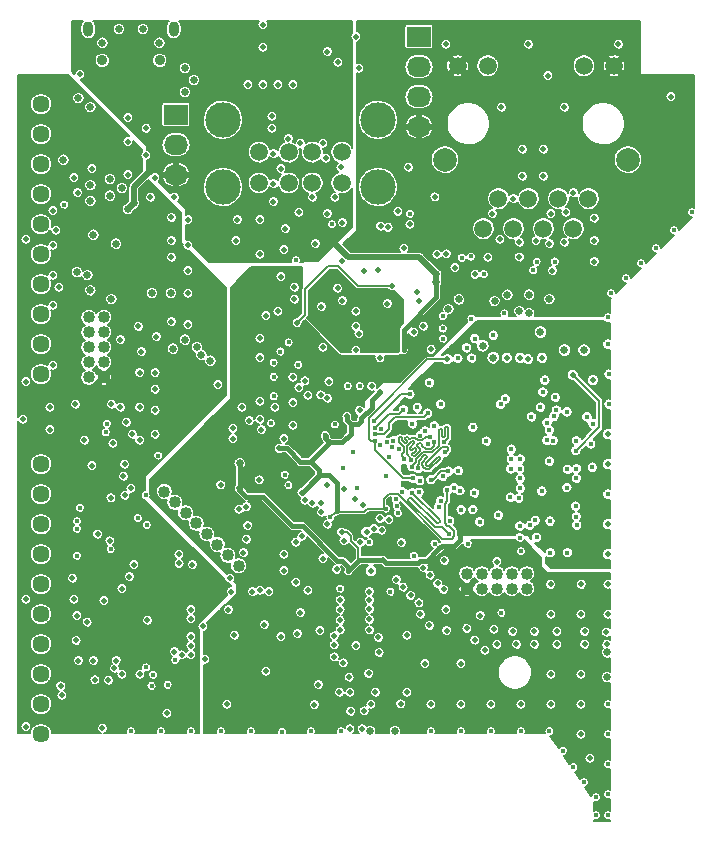
<source format=gbr>
G04 #@! TF.FileFunction,Copper,L3,Inr,Mixed*
%FSLAX46Y46*%
G04 Gerber Fmt 4.6, Leading zero omitted, Abs format (unit mm)*
G04 Created by KiCad (PCBNEW 0.201512080931+6353~38~ubuntu14.04.1-stable) date Mon 21 Dec 2015 12:54:57 AM PST*
%MOMM*%
G01*
G04 APERTURE LIST*
%ADD10C,0.100000*%
%ADD11C,1.500000*%
%ADD12C,3.000000*%
%ADD13C,1.016000*%
%ADD14C,1.450000*%
%ADD15R,2.032000X1.727200*%
%ADD16O,2.032000X1.727200*%
%ADD17O,0.900000X1.300000*%
%ADD18C,0.900000*%
%ADD19C,2.000000*%
%ADD20C,0.508000*%
%ADD21C,0.431800*%
%ADD22C,0.635000*%
%ADD23C,0.203200*%
%ADD24C,0.127000*%
%ADD25C,0.381000*%
%ADD26C,0.508000*%
%ADD27C,0.177800*%
%ADD28C,0.139700*%
G04 APERTURE END LIST*
D10*
D11*
X104211000Y-98104000D03*
X101711000Y-98104000D03*
X99711000Y-98104000D03*
X97211000Y-98104000D03*
X104211000Y-95504000D03*
X101711000Y-95504000D03*
X99711000Y-95504000D03*
X97211000Y-95504000D03*
D12*
X107281000Y-98454000D03*
X107281000Y-92774000D03*
X94141000Y-98454000D03*
X94141000Y-92774000D03*
D13*
X114808000Y-132461000D03*
X114808000Y-131191000D03*
X116078000Y-132461000D03*
X116078000Y-131191000D03*
X117348000Y-132461000D03*
X117348000Y-131191000D03*
X118618000Y-132461000D03*
X118618000Y-131191000D03*
X119888000Y-132461000D03*
X119888000Y-131191000D03*
X84074000Y-114554000D03*
X82804000Y-114554000D03*
X84074000Y-113284000D03*
X82804000Y-113284000D03*
X84074000Y-112014000D03*
X82804000Y-112014000D03*
X84074000Y-110744000D03*
X82804000Y-110744000D03*
X84074000Y-109474000D03*
X82804000Y-109474000D03*
X89185910Y-124237910D03*
X90083936Y-125135936D03*
X90981962Y-126033962D03*
X91879987Y-126931987D03*
X92778013Y-127830013D03*
X93676038Y-128728038D03*
X94574064Y-129626064D03*
X95472090Y-130524090D03*
D14*
X78740000Y-91440000D03*
X78740000Y-93980000D03*
X78740000Y-96520000D03*
X78740000Y-99060000D03*
X78740000Y-101600000D03*
X78740000Y-104140000D03*
X78740000Y-106680000D03*
X78740000Y-109220000D03*
X78740000Y-111760000D03*
X78740000Y-114300000D03*
X78740000Y-121920000D03*
X78740000Y-124460000D03*
X78740000Y-127000000D03*
X78740000Y-129540000D03*
X78740000Y-132080000D03*
X78740000Y-134620000D03*
X78740000Y-137160000D03*
X78740000Y-139700000D03*
X78740000Y-142240000D03*
X78740000Y-144780000D03*
D15*
X110744000Y-85725000D03*
D16*
X110744000Y-88265000D03*
X110744000Y-90805000D03*
X110744000Y-93345000D03*
D15*
X90170000Y-92329000D03*
D16*
X90170000Y-94869000D03*
X90170000Y-97409000D03*
D17*
X82735000Y-85090000D03*
X89985000Y-85090000D03*
D18*
X83935000Y-87740000D03*
X88785000Y-87740000D03*
D11*
X125095000Y-99441000D03*
X123825000Y-101981000D03*
X122555000Y-99441000D03*
X121285000Y-101981000D03*
X120015000Y-99441000D03*
X118745000Y-101981000D03*
X117475000Y-99441000D03*
X116205000Y-101981000D03*
X114010000Y-88191000D03*
X116560000Y-88191000D03*
X124710000Y-88191000D03*
X127260000Y-88191000D03*
D19*
X128435000Y-96141000D03*
X112945000Y-96141000D03*
D20*
X94996000Y-118872000D03*
D21*
X114035000Y-112950000D03*
X115215000Y-112930000D03*
X100330000Y-104648000D03*
D20*
X122047000Y-105537000D03*
X101981000Y-103251000D03*
X101727000Y-99314000D03*
X103632000Y-99314000D03*
X102997000Y-100711000D03*
X99060000Y-106045000D03*
X97282000Y-104140000D03*
X97282012Y-101219000D03*
X100584000Y-100584000D03*
X99441000Y-101981000D03*
X99314000Y-103759000D03*
X105664000Y-88392000D03*
X98298000Y-93472000D03*
X121666000Y-89027000D03*
X121793000Y-103251000D03*
X119507000Y-95250000D03*
X121285000Y-95250000D03*
D21*
X108331000Y-132715000D03*
D20*
X108966000Y-100520480D03*
X97790002Y-109347000D03*
X100203000Y-106934000D03*
X113053764Y-104116236D03*
D21*
X81788000Y-129667000D03*
D20*
X94488002Y-142240000D03*
X94869000Y-132715000D03*
X87630000Y-95758000D03*
X88392000Y-97663000D03*
X102616000Y-112014000D03*
X123063000Y-91694000D03*
X117729000Y-91694000D03*
X84074000Y-133477000D03*
D22*
X80644998Y-96139000D03*
D20*
X98425000Y-99695000D03*
X95377000Y-101219000D03*
X95250000Y-102997000D03*
X96138291Y-125514119D03*
D22*
X82931000Y-91694000D03*
X81915000Y-90932000D03*
X90932000Y-90424000D03*
X90931999Y-88391999D03*
X91694000Y-89408000D03*
D20*
X77470000Y-144145000D03*
X77470000Y-133350000D03*
X77470000Y-114935000D03*
X77470000Y-102870000D03*
X105410000Y-85725000D03*
X113030000Y-86360000D03*
X120015000Y-86360000D03*
X127635000Y-86360000D03*
X132080000Y-90805000D03*
X106680000Y-142240000D03*
X109196243Y-142216243D03*
X111760000Y-142240000D03*
X114300000Y-142240000D03*
X116840000Y-142240000D03*
X119380000Y-142240000D03*
X121920000Y-139700000D03*
X124460000Y-139700000D03*
X124460000Y-142240000D03*
X121920000Y-142240000D03*
D21*
X86360000Y-144526000D03*
X88900000Y-144526000D03*
X91440000Y-144526000D03*
X93980000Y-144526000D03*
X96520000Y-144526000D03*
X99163686Y-144591064D03*
X101600000Y-144526000D03*
X104140000Y-144526000D03*
X111760000Y-144526000D03*
X114300000Y-144526000D03*
X116840000Y-144526000D03*
X119380000Y-144526000D03*
X122936000Y-146177000D03*
X121793000Y-144526000D03*
X123825000Y-147574000D03*
X124714000Y-148844000D03*
X125730000Y-150114000D03*
X125730000Y-151638000D03*
X126746000Y-151638000D03*
X126746000Y-149860000D03*
X126746000Y-147320000D03*
X126746000Y-144780000D03*
X126746000Y-142240000D03*
X133858000Y-100584000D03*
X132334000Y-102108000D03*
X130810000Y-103632000D03*
X129540000Y-104902000D03*
X128270000Y-106172000D03*
X127000000Y-107442000D03*
X126746000Y-111760000D03*
X126746000Y-109474000D03*
X126834910Y-114300000D03*
X126834910Y-116840000D03*
D20*
X125475960Y-114808000D03*
X126746000Y-119380000D03*
X126746000Y-121920000D03*
D21*
X126746000Y-124460000D03*
D20*
X126746000Y-127000000D03*
X126746000Y-129540000D03*
X126746000Y-134620000D03*
X126746000Y-132080000D03*
D21*
X88660000Y-121195000D03*
X105135000Y-120920000D03*
D20*
X105346500Y-124841000D03*
D21*
X105460000Y-123945000D03*
D20*
X105981500Y-125349000D03*
X105791000Y-128524000D03*
D22*
X120078500Y-107569000D03*
D21*
X122240000Y-104760000D03*
X120425000Y-105505000D03*
X114380000Y-104440000D03*
X115145000Y-104335000D03*
D22*
X124713980Y-112268000D03*
D21*
X125412500Y-122174000D03*
X124076300Y-126362639D03*
X121856500Y-129413000D03*
X123317000Y-129413000D03*
X121158000Y-124206000D03*
X116448118Y-119959132D03*
X115443000Y-124358430D03*
X115314375Y-125768090D03*
D20*
X97218500Y-123253500D03*
D21*
X120141730Y-127088920D03*
X114215467Y-124168171D03*
D22*
X126682500Y-137858500D03*
X126682500Y-139954000D03*
D20*
X104330500Y-138747500D03*
X104838500Y-139954000D03*
D22*
X106616500Y-144526000D03*
X108712000Y-144526000D03*
D20*
X99060000Y-136525000D03*
X97790000Y-139446000D03*
X95123000Y-136398000D03*
X100326751Y-128520751D03*
X106553000Y-132715000D03*
X105410000Y-137287000D03*
X113030000Y-134239000D03*
X87757000Y-135128000D03*
X86614000Y-130429000D03*
X86233000Y-131445000D03*
X81835514Y-98933000D03*
X86360000Y-123952000D03*
X101346000Y-132588000D03*
X109474000Y-103632000D03*
D21*
X119313898Y-123123722D03*
X105727510Y-115316000D03*
X104711500Y-115316000D03*
X125285500Y-120205500D03*
X124968000Y-117919500D03*
X124015500Y-125476000D03*
X117650945Y-116841152D03*
X110600972Y-117119430D03*
X115316000Y-118808500D03*
X123270522Y-123902258D03*
X119306624Y-121488190D03*
X124079000Y-122301000D03*
X110299500Y-129667000D03*
X104076500Y-132461000D03*
X119272880Y-128139687D03*
X119329200Y-123952020D03*
X119176800Y-124790200D03*
D22*
X118237000Y-107569000D03*
X123063000Y-112268000D03*
X121031000Y-110744000D03*
X119253000Y-108966000D03*
X117141422Y-108115580D03*
D21*
X115189000Y-109601000D03*
D22*
X113245125Y-108800125D03*
X114130662Y-107971162D03*
X117030500Y-112903000D03*
D21*
X117030500Y-110998000D03*
X117983000Y-109156500D03*
D22*
X120078500Y-109156500D03*
X121793000Y-107950000D03*
D20*
X118173500Y-112903000D03*
X119317728Y-112916416D03*
X119964198Y-113004601D03*
X121158000Y-112908069D03*
X107442000Y-112925809D03*
X105410000Y-110236000D03*
X103859113Y-107018119D03*
X104267000Y-108077000D03*
X105410000Y-108966000D03*
X108077000Y-108331000D03*
X98806000Y-108966000D03*
X104198980Y-104716020D03*
X106079398Y-105520998D03*
X112087451Y-99295477D03*
X97536000Y-86614000D03*
X97536000Y-84709000D03*
X102997000Y-86995000D03*
X103886000Y-87884000D03*
X98298000Y-92456000D03*
D22*
X85090000Y-103251000D03*
X83185000Y-102489000D03*
X81788000Y-105664000D03*
X82677000Y-105918000D03*
X84709000Y-107950000D03*
X89745810Y-107442000D03*
X88138000Y-107442000D03*
D20*
X96245445Y-127113297D03*
X79502000Y-118999000D03*
X79502000Y-117094000D03*
X97282000Y-111252000D03*
X97282000Y-112903000D03*
X94996000Y-119761000D03*
X95758000Y-117094000D03*
X97282000Y-116586000D03*
X97282000Y-118110000D03*
X96139000Y-128270000D03*
X99314000Y-129540000D03*
X99314000Y-130937000D03*
X100330000Y-131908002D03*
X100711000Y-134493000D03*
X83312000Y-140182632D03*
X81915000Y-138557000D03*
X89408000Y-143002000D03*
X83947000Y-144272000D03*
X102362000Y-136017000D03*
X114300000Y-138811000D03*
X116332000Y-137668000D03*
X111252000Y-138811000D03*
X109728000Y-141224000D03*
X109728000Y-136398000D03*
X104013000Y-141224000D03*
X92608390Y-138430000D03*
X90043000Y-137795000D03*
X115935118Y-134731118D03*
X108839000Y-131699000D03*
D21*
X99695000Y-123698000D03*
X112060000Y-128645000D03*
X104295000Y-122280000D03*
X99020000Y-112380000D03*
X98435000Y-113315000D03*
X98435000Y-114530000D03*
X98445000Y-116165000D03*
D20*
X97409000Y-118999000D03*
D21*
X99705000Y-111615000D03*
X100530000Y-113500000D03*
D20*
X100203000Y-107950000D03*
D21*
X115455000Y-111280000D03*
X114770000Y-112070000D03*
D22*
X116141500Y-111887000D03*
D21*
X112760000Y-110430000D03*
X112760000Y-109385000D03*
X112790000Y-111295000D03*
X120710000Y-104780000D03*
X116230000Y-105820000D03*
D20*
X104394011Y-124002800D03*
X102971600Y-123723400D03*
D21*
X107950000Y-122885200D03*
D20*
X106553000Y-133413500D03*
X106553000Y-134175500D03*
X106553000Y-135064500D03*
X106553000Y-135953500D03*
X104076500Y-133413500D03*
X104076500Y-134239000D03*
X104076500Y-135128000D03*
X104076500Y-135953500D03*
X103568500Y-136461500D03*
X103568500Y-137223500D03*
X103568500Y-138239500D03*
X107315000Y-136588500D03*
X107378500Y-137858500D03*
X106489500Y-139636500D03*
X104965500Y-142836890D03*
X104895640Y-144335500D03*
X105924360Y-144334510D03*
X106108500Y-142811500D03*
X111696500Y-131318000D03*
X112331500Y-132016500D03*
X112839500Y-132524500D03*
X109410500Y-132334000D03*
X110045500Y-133032500D03*
X110744000Y-133667500D03*
X110871000Y-134620000D03*
X111633000Y-135572500D03*
X113093500Y-136017000D03*
X117094000Y-135890000D03*
X126602366Y-136137640D03*
X124777500Y-136080500D03*
X122428000Y-136080500D03*
X120523000Y-136080500D03*
X118681500Y-136080500D03*
X117348000Y-137166360D03*
X118999000Y-137166360D03*
X120523000Y-137166360D03*
X122428000Y-137166360D03*
X124777500Y-137166360D03*
X126644862Y-137166360D03*
X115471573Y-136807573D03*
X114797702Y-135820812D03*
X103123709Y-114934709D03*
X110299500Y-110744000D03*
X111771794Y-112192706D03*
X101897190Y-142285722D03*
X124460000Y-144780000D03*
X125222000Y-146812000D03*
X124460000Y-134620000D03*
X124487084Y-132090833D03*
X121920000Y-134620000D03*
X121892916Y-132090833D03*
X111125000Y-130683000D03*
D21*
X86942639Y-126492020D03*
X87600170Y-124557170D03*
D20*
X105410000Y-112268000D03*
X91186000Y-107442000D03*
X91186000Y-105537000D03*
X91186000Y-103378000D03*
X91186000Y-101219000D03*
X89789000Y-104394000D03*
X89789000Y-102997000D03*
X86106000Y-94615000D03*
D22*
X82931000Y-107205756D03*
D20*
X85598000Y-132461000D03*
X86106000Y-92583000D03*
X82042000Y-88900000D03*
D22*
X82931000Y-98298000D03*
X84582000Y-99187000D03*
X84582000Y-97790000D03*
X85598000Y-98552000D03*
X93091000Y-113157000D03*
X92329000Y-112649000D03*
X91948000Y-112014000D03*
X89916000Y-112141000D03*
X90932000Y-111379000D03*
D20*
X89789000Y-101028500D03*
X88011000Y-99314000D03*
X90043000Y-99313998D03*
X87649062Y-93472000D03*
X87096599Y-119888000D03*
X87096599Y-117094000D03*
X87096599Y-114173000D03*
X88412348Y-114173000D03*
X88412348Y-115570000D03*
X88412348Y-117348000D03*
X88412348Y-119380000D03*
X87249000Y-112395000D03*
X89789000Y-109855000D03*
X88519000Y-111125000D03*
X91186000Y-110109000D03*
X98425000Y-98171000D03*
X99060000Y-96901000D03*
X98425000Y-95631000D03*
X99695000Y-94361000D03*
X100711000Y-94742000D03*
X102870000Y-96012000D03*
X102616000Y-94742000D03*
X104140000Y-96774000D03*
X109855000Y-96774000D03*
X120659029Y-102997000D03*
X116586000Y-104394000D03*
X119238974Y-104379974D03*
X119253000Y-103124000D03*
X117602000Y-102870000D03*
X116967000Y-100711000D03*
X118745000Y-99441000D03*
X121920000Y-100711000D03*
X123190000Y-100584000D03*
X123825000Y-98933000D03*
X125590991Y-101092000D03*
X125590991Y-102997000D03*
X125590991Y-104775000D03*
X123063000Y-103124000D03*
D21*
X98213296Y-118449021D03*
D20*
X98552000Y-117094000D03*
X86995000Y-110251014D03*
X81724500Y-136842500D03*
X96393000Y-118237000D03*
X99314000Y-119761000D03*
X100076000Y-116713000D03*
X100076000Y-118618006D03*
X100063138Y-114541138D03*
D22*
X82931000Y-99631500D03*
D20*
X86106000Y-97408998D03*
X107060992Y-141224000D03*
X104902000Y-141224000D03*
D21*
X110210000Y-123130000D03*
D20*
X113157000Y-113029936D03*
D21*
X124015500Y-120777000D03*
D20*
X123761500Y-114363500D03*
D21*
X107010200Y-119964200D03*
D20*
X104394000Y-128397000D03*
D21*
X107954313Y-125678596D03*
X113150798Y-124145452D03*
D20*
X93956243Y-123674243D03*
X104648000Y-117856000D03*
X107442000Y-115824000D03*
X100838000Y-124333000D03*
X100711000Y-121716820D03*
D21*
X103251000Y-126428500D03*
X110836068Y-119499191D03*
D20*
X98907600Y-120573800D03*
D21*
X102806500Y-119443500D03*
X109791500Y-123888500D03*
X104765000Y-130990000D03*
X125285500Y-122745500D03*
D20*
X95523243Y-123971243D03*
D21*
X112712500Y-123634500D03*
X117609982Y-127668382D03*
X117456399Y-124111498D03*
X117281248Y-125603012D03*
X110791211Y-123329750D03*
X125285500Y-129032000D03*
X125857000Y-127952500D03*
X125249658Y-121120000D03*
D22*
X95567500Y-121856500D03*
D20*
X107696000Y-130048000D03*
X104199963Y-127664981D03*
D21*
X117538500Y-118706940D03*
X117284500Y-122999500D03*
X122478800Y-126238000D03*
X120243600Y-125831600D03*
X122428000Y-122631200D03*
X124968000Y-116332000D03*
X120142000Y-122745500D03*
D22*
X118110000Y-111887000D03*
X120523000Y-112585500D03*
X120142000Y-110934500D03*
D21*
X117983000Y-111125000D03*
D20*
X121920000Y-113919000D03*
D21*
X125285500Y-125793500D03*
X112470000Y-129035000D03*
X110070832Y-117296129D03*
D22*
X102235000Y-101854000D03*
X102743000Y-102362006D03*
X103759000Y-85725000D03*
X89662000Y-89408000D03*
D21*
X109450000Y-112270000D03*
D20*
X105664000Y-110871000D03*
D22*
X112204500Y-106489500D03*
X112204500Y-105854500D03*
D20*
X98806000Y-86614000D03*
X98806000Y-84709000D03*
D22*
X88900000Y-90678000D03*
X86106008Y-100330000D03*
X86613996Y-99822000D03*
X88519000Y-96520000D03*
X89027000Y-96012000D03*
D21*
X86020000Y-128295000D03*
D20*
X86487000Y-120396000D03*
X82833099Y-130907901D03*
D22*
X84836000Y-107061000D03*
D20*
X84836000Y-94996000D03*
X84074000Y-95631000D03*
X81811757Y-106783243D03*
X83185000Y-121158000D03*
X81280000Y-144272000D03*
D21*
X81265000Y-142938480D03*
D20*
X92583008Y-132461000D03*
D22*
X85222158Y-108579842D03*
X87803009Y-109213428D03*
X89789000Y-113919000D03*
X90932000Y-114808000D03*
X90932000Y-113284000D03*
D20*
X86487002Y-112903000D03*
D21*
X89662000Y-136525000D03*
D22*
X85343998Y-85090000D03*
X87376000Y-85090000D03*
X88773000Y-86233000D03*
X83947000Y-86233000D03*
D20*
X81534000Y-133350000D03*
X81788000Y-134747000D03*
D21*
X118554500Y-121488220D03*
X118554500Y-120650000D03*
D20*
X103767407Y-130818407D03*
X108126786Y-101863394D03*
X100431600Y-109931200D03*
X108458000Y-106807000D03*
X107500325Y-101759531D03*
X79756000Y-100457004D03*
X79756000Y-103378000D03*
X79756000Y-105918000D03*
X80010000Y-102108000D03*
X79756000Y-108458000D03*
X79755960Y-113538000D03*
X77216000Y-118110000D03*
X85115380Y-138557000D03*
X102235000Y-140589000D03*
X107579569Y-127505483D03*
X96647000Y-132715000D03*
X97663000Y-135509000D03*
X100457000Y-136271000D03*
X102489000Y-125222000D03*
X97282000Y-132588000D03*
X102489000Y-125984000D03*
D21*
X109982000Y-100711000D03*
X103378000Y-101600000D03*
D20*
X112903000Y-130073390D03*
D21*
X125476000Y-118491000D03*
D20*
X108204000Y-126619000D03*
D21*
X119380000Y-129286000D03*
D20*
X117348000Y-130175000D03*
X109257637Y-128562120D03*
X107442000Y-126505982D03*
D21*
X90090000Y-138500000D03*
X89465000Y-140595000D03*
X117730000Y-134510000D03*
D20*
X100838000Y-128016000D03*
D21*
X82042000Y-125603000D03*
D20*
X82422998Y-119888000D03*
D21*
X81788000Y-127381000D03*
D20*
X81661000Y-116840000D03*
D21*
X81788000Y-126746000D03*
D20*
X85471000Y-117094000D03*
X92456000Y-135661380D03*
X85471000Y-111379000D03*
X91440000Y-136525000D03*
X84709000Y-116840000D03*
X84659999Y-124777520D03*
X80264000Y-106934000D03*
X84836000Y-120142000D03*
X85979000Y-118364000D03*
X85852000Y-124548880D03*
X81407000Y-131572000D03*
X91440000Y-135001000D03*
D21*
X84328000Y-118491000D03*
D20*
X91440000Y-134239000D03*
D21*
X84221698Y-119225948D03*
D20*
X83185000Y-138557000D03*
D21*
X87655000Y-139125000D03*
D20*
X80414764Y-140692236D03*
X87122000Y-139700000D03*
X80518000Y-141478000D03*
X84963000Y-139192000D03*
X85598000Y-139700000D03*
X84455000Y-140208000D03*
D21*
X88250000Y-139745000D03*
X88100000Y-140695000D03*
X106553000Y-128524000D03*
D20*
X121285000Y-97532179D03*
X101346000Y-116078000D03*
X102429037Y-116048019D03*
X102997000Y-116332000D03*
D21*
X103632000Y-118554500D03*
D20*
X119507000Y-97532179D03*
X94742000Y-131572000D03*
X105714800Y-117361982D03*
X106743500Y-115316000D03*
X95504000Y-125730000D03*
X101727000Y-125222000D03*
X95885000Y-129413000D03*
X101092000Y-124968000D03*
X94615000Y-134239000D03*
X111125000Y-110236000D03*
X100584000Y-115443000D03*
X101092000Y-114871500D03*
X106934000Y-127381000D03*
X102616000Y-129921000D03*
X83058000Y-96901000D03*
X91440000Y-138049000D03*
D21*
X80708500Y-99949000D03*
D20*
X91440000Y-137287000D03*
X85816283Y-121920000D03*
X83058000Y-122047000D03*
X81534000Y-97663000D03*
X85725000Y-122936000D03*
D21*
X84630000Y-129115000D03*
D20*
X93726000Y-115189000D03*
X82648159Y-135283841D03*
D21*
X87693500Y-127063500D03*
D20*
X83540620Y-127840863D03*
X91567000Y-130429004D03*
X90433270Y-130311270D03*
X90424000Y-129540000D03*
D21*
X110747082Y-124274036D03*
X112406168Y-125538751D03*
D20*
X98044000Y-132715000D03*
X102997000Y-127000000D03*
X90669643Y-138060385D03*
X84573018Y-128404814D03*
X100076000Y-89789000D03*
X96266000Y-89789000D03*
D21*
X99377500Y-122809000D03*
D20*
X102489000Y-108585000D03*
D21*
X114871500Y-128651000D03*
X120713500Y-128104910D03*
X115887500Y-126809500D03*
X118491000Y-124714000D03*
X121843800Y-126746000D03*
X117475000Y-126238000D03*
X112777632Y-122937632D03*
X112583856Y-125005248D03*
X124094218Y-127076767D03*
X108951197Y-126047823D03*
X108845679Y-125475434D03*
X120586500Y-126682500D03*
X108775500Y-124904500D03*
X114307558Y-125785942D03*
X109347000Y-124269500D03*
X113347500Y-126720570D03*
X113284000Y-127825500D03*
X110172500Y-124333000D03*
X119285003Y-127152916D03*
X111760000Y-123240800D03*
X113220500Y-122504220D03*
X112585500Y-116840000D03*
X118046500Y-116395500D03*
X111472247Y-120243837D03*
X118517928Y-122320000D03*
X114071420Y-122478800D03*
X111252000Y-119126000D03*
X123317000Y-122364500D03*
X112052080Y-118681500D03*
X121793000Y-121666000D03*
X110179967Y-118501871D03*
X123275985Y-117496661D03*
X122293018Y-116263782D03*
X111632828Y-115029791D03*
X122175625Y-117854375D03*
X124079000Y-119951500D03*
X121412000Y-114808000D03*
X110671876Y-122258151D03*
X112928793Y-120897518D03*
X110128688Y-122126936D03*
X112852200Y-120065800D03*
X110074660Y-121564584D03*
X112022836Y-120078591D03*
X109517948Y-121516183D03*
X111701674Y-119621288D03*
X119262170Y-122310494D03*
X113706252Y-123926580D03*
X108204000Y-121285000D03*
X109046565Y-120640949D03*
X124079000Y-123126500D03*
X121564430Y-119913420D03*
X108487271Y-120472930D03*
X120269000Y-117919500D03*
X108587914Y-119923256D03*
X108013500Y-120078500D03*
X121031000Y-117094000D03*
X121233106Y-115812394D03*
X107442000Y-120332500D03*
X122385061Y-117331694D03*
X107569000Y-118973580D03*
X109433004Y-117306985D03*
X121581012Y-118409276D03*
X107031398Y-118816554D03*
X109982000Y-116014500D03*
X121793000Y-119062500D03*
X106959420Y-118262400D03*
X111480580Y-117602000D03*
X122123071Y-119927238D03*
X106984800Y-119380000D03*
D20*
X110617000Y-107315000D03*
X97536000Y-89789000D03*
X110744000Y-108077000D03*
X98806000Y-89789000D03*
X107251500Y-105473500D03*
X102616000Y-107950000D03*
X104394000Y-110236000D03*
X103251000Y-105664000D03*
X108712000Y-111633000D03*
X113792000Y-105283000D03*
X115497019Y-105845019D03*
D21*
X107950000Y-132182992D03*
D20*
X113411000Y-102235000D03*
X121285000Y-91694000D03*
X119507000Y-91694000D03*
D21*
X108204000Y-125031500D03*
X96355000Y-135550000D03*
D20*
X105271856Y-117974448D03*
X108772093Y-128971372D03*
X104902000Y-129032000D03*
X106680000Y-130937000D03*
X100330000Y-123952000D03*
X106317948Y-127662013D03*
X99949000Y-134620000D03*
D21*
X104267000Y-127000000D03*
D20*
X96774000Y-123952000D03*
X96774000Y-126238000D03*
X97536000Y-127254000D03*
X99827950Y-122397603D03*
X102352449Y-120022803D03*
D21*
X103441500Y-119507000D03*
D20*
X102212974Y-113944380D03*
D21*
X100012500Y-141605000D03*
D22*
X97282000Y-114681000D03*
D20*
X96647000Y-116205000D03*
X97790000Y-116179609D03*
X86487000Y-119380000D03*
X104267000Y-101473000D03*
X109982000Y-101600000D03*
X112268000Y-104140000D03*
D23*
X125984000Y-116586000D02*
X125984000Y-118808500D01*
X123761500Y-114363500D02*
X125984000Y-116586000D01*
X125984000Y-118808500D02*
X124015500Y-120777000D01*
D24*
X110172500Y-123063000D02*
X109380526Y-123063000D01*
X109380526Y-123063000D02*
X107010200Y-120692674D01*
X107010200Y-120692674D02*
X107010200Y-119964200D01*
X113157000Y-113029936D02*
X111450579Y-113029936D01*
X111450579Y-113029936D02*
X106492051Y-117988464D01*
X106492051Y-117988464D02*
X106492051Y-119751379D01*
X106492051Y-119751379D02*
X106704872Y-119964200D01*
X106704872Y-119964200D02*
X107010200Y-119964200D01*
D25*
X98907600Y-120573800D02*
X99567980Y-120573800D01*
X99567980Y-120573800D02*
X100711000Y-121716820D01*
D23*
X103859360Y-125934481D02*
X103745019Y-125934481D01*
X103745019Y-125934481D02*
X103251000Y-126428500D01*
D24*
X107954313Y-125678596D02*
X107797599Y-125521882D01*
X108928849Y-124464573D02*
X112696177Y-128231901D01*
X107797599Y-125521882D02*
X107797599Y-124836427D01*
X107797599Y-124836427D02*
X108169453Y-124464573D01*
X113152427Y-127126971D02*
X112941099Y-126915643D01*
X108169453Y-124464573D02*
X108928849Y-124464573D01*
X112696177Y-128231901D02*
X113512599Y-128231901D01*
X113512599Y-128231901D02*
X113728500Y-128016000D01*
X113728500Y-128016000D02*
X113728500Y-127571500D01*
X113728500Y-127571500D02*
X113283971Y-127126971D01*
X113283971Y-127126971D02*
X113152427Y-127126971D01*
X112941099Y-126915643D02*
X112941099Y-125249479D01*
X112941099Y-125249479D02*
X113150798Y-125039780D01*
X113150798Y-125039780D02*
X113150798Y-124145452D01*
D23*
X106110269Y-125934481D02*
X103859360Y-125934481D01*
X103859360Y-125934481D02*
X103822501Y-125897622D01*
X107954313Y-125678596D02*
X106366154Y-125678596D01*
X106366154Y-125678596D02*
X106110269Y-125934481D01*
D25*
X100838000Y-124333000D02*
X102260400Y-122910600D01*
X102260400Y-122377200D02*
X101600020Y-121716820D01*
X102260400Y-122910600D02*
X102260400Y-122377200D01*
X101600020Y-121716820D02*
X100994608Y-121716820D01*
X103822501Y-123550679D02*
X103822501Y-125897622D01*
X100838000Y-124333000D02*
X102298501Y-122872499D01*
X102298501Y-122872499D02*
X103144321Y-122872499D01*
X103144321Y-122872499D02*
X103822501Y-123550679D01*
X100994608Y-121716820D02*
X100711000Y-121716820D01*
X106334232Y-117607454D02*
X106286301Y-117607454D01*
X107442000Y-115824000D02*
X106807000Y-116459000D01*
X106807000Y-117134686D02*
X106334232Y-117607454D01*
X106807000Y-116459000D02*
X106807000Y-117134686D01*
X105546177Y-118545949D02*
X104978739Y-118545949D01*
X105843357Y-118050398D02*
X105843357Y-118248769D01*
X106286301Y-117607454D02*
X105843357Y-118050398D01*
X105843357Y-118248769D02*
X105546177Y-118545949D01*
X104648000Y-118215210D02*
X104648000Y-117856000D01*
X104978739Y-118545949D02*
X104648000Y-118215210D01*
X101549180Y-121716820D02*
X100994608Y-121716820D01*
X103187500Y-120078500D02*
X101549180Y-121716820D01*
X104978739Y-119366761D02*
X104978739Y-118545949D01*
X104267000Y-120078500D02*
X104978739Y-119366761D01*
X103187500Y-120078500D02*
X104267000Y-120078500D01*
X102870000Y-119761000D02*
X102870000Y-119507000D01*
X102806500Y-119675710D02*
X102806500Y-119443500D01*
X102870000Y-119739210D02*
X102806500Y-119675710D01*
X102870000Y-119507000D02*
X102806500Y-119443500D01*
X103187500Y-120078500D02*
X102870000Y-119761000D01*
D24*
X109829601Y-123850399D02*
X109791500Y-123888500D01*
X112496601Y-123850399D02*
X109829601Y-123850399D01*
X112712500Y-123634500D02*
X112496601Y-123850399D01*
X109728000Y-123825000D02*
X109791500Y-123888500D01*
D25*
X112470000Y-129035000D02*
X112685899Y-128819101D01*
X112685899Y-128819101D02*
X113750899Y-128819101D01*
X113750899Y-128819101D02*
X114236500Y-128333500D01*
X114236500Y-128333500D02*
X114236500Y-127765264D01*
X114236500Y-127765264D02*
X114139618Y-127668382D01*
X114139618Y-127668382D02*
X117609982Y-127668382D01*
X104765000Y-130990000D02*
X105707000Y-130048000D01*
X105707000Y-130048000D02*
X107696000Y-130048000D01*
X95523243Y-123971243D02*
X95523243Y-124073243D01*
X104765000Y-130595000D02*
X104765000Y-130990000D01*
X104245000Y-130075000D02*
X104765000Y-130595000D01*
X103840000Y-130075000D02*
X104245000Y-130075000D01*
X100915000Y-127150000D02*
X103840000Y-130075000D01*
X100020000Y-127150000D02*
X100915000Y-127150000D01*
X97535000Y-124665000D02*
X100020000Y-127150000D01*
X96115000Y-124665000D02*
X97535000Y-124665000D01*
X95523243Y-124073243D02*
X96115000Y-124665000D01*
D23*
X104765000Y-130990000D02*
X104765000Y-130865000D01*
X104765000Y-130865000D02*
X105615000Y-130015000D01*
X105615000Y-130015000D02*
X105615000Y-129050000D01*
X105615000Y-129050000D02*
X104960000Y-128395000D01*
X104960000Y-128395000D02*
X104960000Y-127990000D01*
X104960000Y-127990000D02*
X104634981Y-127664981D01*
X104634981Y-127664981D02*
X104199963Y-127664981D01*
D25*
X95567500Y-121856500D02*
X95567500Y-123926986D01*
X95567500Y-123926986D02*
X95523243Y-123971243D01*
D23*
X117538500Y-118658500D02*
X117538500Y-118706940D01*
D25*
X107696000Y-130048000D02*
X107949999Y-130301999D01*
X107949999Y-130301999D02*
X110660179Y-130301999D01*
X110660179Y-130301999D02*
X110850679Y-130111499D01*
X110850679Y-130111499D02*
X111393501Y-130111499D01*
X111393501Y-130111499D02*
X112470000Y-129035000D01*
D26*
X112204500Y-105854500D02*
X110744000Y-104394000D01*
X110744000Y-104394000D02*
X104774994Y-104394000D01*
X104774994Y-104394000D02*
X102743000Y-102362006D01*
X102743000Y-102362000D02*
X102743000Y-102362006D01*
X102235000Y-101854000D02*
X102743000Y-102362000D01*
D25*
X109450000Y-112270000D02*
X109450000Y-110520000D01*
X112204500Y-107765500D02*
X112204500Y-106489500D01*
X109450000Y-110520000D02*
X112204500Y-107765500D01*
D26*
X112204500Y-106489500D02*
X112204500Y-105854500D01*
X88519000Y-96520000D02*
X89027000Y-96012000D01*
X86106008Y-100330000D02*
X86106008Y-100329994D01*
X86106008Y-100329994D02*
X86614000Y-99822002D01*
X86614000Y-99822002D02*
X86614000Y-98425000D01*
X86614000Y-98425000D02*
X88201501Y-96837499D01*
X88201501Y-96837499D02*
X88519000Y-96520000D01*
D23*
X103044750Y-105156000D02*
X103924710Y-105156000D01*
X103924710Y-105156000D02*
X105575710Y-106807000D01*
X105575710Y-106807000D02*
X108458000Y-106807000D01*
X100431600Y-109931200D02*
X101092000Y-109270800D01*
X101092000Y-109270800D02*
X101092000Y-107108750D01*
X101092000Y-107108750D02*
X103044750Y-105156000D01*
D24*
X110172500Y-124333000D02*
X112522000Y-126682500D01*
X112712500Y-127254000D02*
X113284000Y-127825500D01*
X112522000Y-126682500D02*
X112522000Y-126809500D01*
X112522000Y-126809500D02*
X112395000Y-126936500D01*
X112395000Y-126936500D02*
X112268000Y-126936500D01*
X112268000Y-126936500D02*
X110109000Y-124777500D01*
X110109000Y-124777500D02*
X109982000Y-124777500D01*
X109982000Y-124777500D02*
X109855000Y-124904500D01*
X109855000Y-124904500D02*
X109855000Y-125031500D01*
X109855000Y-125031500D02*
X112077500Y-127254000D01*
X112077500Y-127254000D02*
X112712500Y-127254000D01*
X112636280Y-122504220D02*
X113220500Y-122504220D01*
X111899700Y-123240800D02*
X112636280Y-122504220D01*
X111760000Y-123240800D02*
X111899700Y-123240800D01*
X113220500Y-120713500D02*
X113093500Y-120840500D01*
X113093500Y-120840500D02*
X112985811Y-120840500D01*
X113220500Y-120586500D02*
X113220500Y-120713500D01*
X113106201Y-120472201D02*
X113220500Y-120586500D01*
X112725199Y-120472201D02*
X113106201Y-120472201D01*
X111379000Y-121818400D02*
X112725199Y-120472201D01*
X111379000Y-121983500D02*
X111379000Y-121818400D01*
X112985811Y-120840500D02*
X112928793Y-120897518D01*
X111569500Y-122047000D02*
X111442500Y-122047000D01*
X112458500Y-121285000D02*
X112331500Y-121285000D01*
X112331500Y-121285000D02*
X111569500Y-122047000D01*
X112522000Y-121348500D02*
X112458500Y-121285000D01*
X112522000Y-121475500D02*
X112522000Y-121348500D01*
X111315500Y-122364500D02*
X111633000Y-122364500D01*
X111633000Y-122364500D02*
X112522000Y-121475500D01*
X111125000Y-122110500D02*
X111125000Y-122174000D01*
X111125000Y-122174000D02*
X111315500Y-122364500D01*
X110998000Y-121793000D02*
X110998000Y-121983500D01*
X111442500Y-121348500D02*
X110998000Y-121793000D01*
X110735071Y-121627753D02*
X111179414Y-121183410D01*
X111442500Y-121285000D02*
X111442500Y-121348500D01*
X110735071Y-121889628D02*
X110735071Y-121627753D01*
X111340910Y-121183410D02*
X111442500Y-121285000D01*
X111179414Y-121183410D02*
X111340910Y-121183410D01*
X110671876Y-121952823D02*
X110735071Y-121889628D01*
X110998000Y-121983500D02*
X111125000Y-122110500D01*
X111442500Y-122047000D02*
X111379000Y-121983500D01*
X110671876Y-122258151D02*
X110671876Y-121952823D01*
X112623599Y-118910099D02*
X112547401Y-118910099D01*
X112852200Y-120065800D02*
X113220500Y-119697500D01*
X112966500Y-118808500D02*
X112966500Y-119570500D01*
X112712500Y-119570500D02*
X112712500Y-118999000D01*
X112903000Y-119634000D02*
X112776000Y-119634000D01*
X112966500Y-119570500D02*
X112903000Y-119634000D01*
X112776000Y-119634000D02*
X112712500Y-119570500D01*
X112712500Y-118999000D02*
X112623599Y-118910099D01*
X112547401Y-118910099D02*
X112429237Y-119028263D01*
X112429237Y-119028263D02*
X112429237Y-120361763D01*
X110481061Y-121759657D02*
X110128688Y-122112030D01*
X112429237Y-120361763D02*
X111861600Y-120929400D01*
X111861600Y-120929400D02*
X111074200Y-120929400D01*
X111074200Y-120929400D02*
X110481061Y-121522539D01*
X110481061Y-121522539D02*
X110481061Y-121759657D01*
X110128688Y-122112030D02*
X110128688Y-122126936D01*
X112966500Y-118808500D02*
X113030000Y-118745000D01*
X113030000Y-118745000D02*
X113157000Y-118745000D01*
X113157000Y-118745000D02*
X113220500Y-118808500D01*
X113220500Y-118808500D02*
X113220500Y-119697500D01*
X112022836Y-120383919D02*
X112022836Y-120078591D01*
X111731365Y-120675390D02*
X112022836Y-120383919D01*
X111302326Y-120675390D02*
X110998000Y-120371064D01*
X111731365Y-120675390D02*
X111302326Y-120675390D01*
X110998000Y-120371064D02*
X110998000Y-120269000D01*
X110998000Y-120269000D02*
X110888602Y-120159602D01*
X110888602Y-120159602D02*
X110726398Y-120159602D01*
X110726398Y-120159602D02*
X110617000Y-120269000D01*
X110617000Y-120269000D02*
X110617000Y-120396000D01*
X110617000Y-120396000D02*
X110871000Y-120650000D01*
X110871000Y-120650000D02*
X110871000Y-120773376D01*
X110871000Y-120773376D02*
X110805688Y-120838688D01*
X110805688Y-120838688D02*
X110803876Y-120840500D01*
X110422876Y-121221500D02*
X110805688Y-120838688D01*
X110236000Y-120954800D02*
X110185200Y-121005600D01*
X110490000Y-120802400D02*
X110337600Y-120954800D01*
X110490000Y-120650000D02*
X110490000Y-120802400D01*
X110299500Y-121221500D02*
X110422876Y-121221500D01*
X110299500Y-120586500D02*
X110426500Y-120586500D01*
X110337600Y-120954800D02*
X110236000Y-120954800D01*
X110185200Y-120700800D02*
X110299500Y-120586500D01*
X110363000Y-120167400D02*
X109982000Y-120548400D01*
X110363000Y-120015000D02*
X110363000Y-120167400D01*
X110299500Y-119951500D02*
X110363000Y-120015000D01*
X110185200Y-121107200D02*
X110299500Y-121221500D01*
X109982000Y-120548400D02*
X109982000Y-120650000D01*
X110426500Y-120586500D02*
X110490000Y-120650000D01*
X110172500Y-119951500D02*
X110299500Y-119951500D01*
X110032800Y-120700800D02*
X110185200Y-120700800D01*
X109728000Y-121094500D02*
X109728000Y-120396000D01*
X109728000Y-120396000D02*
X110172500Y-119951500D01*
X109982000Y-120650000D02*
X110032800Y-120700800D01*
X110185200Y-121005600D02*
X110185200Y-121107200D01*
X110074660Y-121564584D02*
X110074660Y-121441160D01*
X110074660Y-121441160D02*
X109728000Y-121094500D01*
X109517948Y-121516183D02*
X109452966Y-121451201D01*
X109517948Y-121431404D02*
X109517948Y-121516183D01*
X109029500Y-120022410D02*
X109452966Y-120445876D01*
X109029500Y-119697500D02*
X109029500Y-120022410D01*
X109283500Y-121196956D02*
X109517948Y-121431404D01*
X109452966Y-120445876D02*
X109452966Y-120861534D01*
X109092990Y-119634010D02*
X109029500Y-119697500D01*
X109220010Y-119634010D02*
X109092990Y-119634010D01*
X109283500Y-119697500D02*
X109220010Y-119634010D01*
X109622776Y-120142000D02*
X109537500Y-120142000D01*
X109728000Y-120036776D02*
X109622776Y-120142000D01*
X109728000Y-119951500D02*
X109728000Y-120036776D01*
X109283500Y-119888000D02*
X109283500Y-119697500D01*
X109601000Y-119697500D02*
X109601000Y-119824500D01*
X109283500Y-121031000D02*
X109283500Y-121196956D01*
X109664490Y-119634010D02*
X109601000Y-119697500D01*
X109791510Y-119634010D02*
X109664490Y-119634010D01*
X109918500Y-119761000D02*
X109791510Y-119634010D01*
X110067286Y-119697490D02*
X110003776Y-119761000D01*
X109452966Y-120861534D02*
X109283500Y-121031000D01*
X110429667Y-119694264D02*
X110070512Y-119694264D01*
X109601000Y-119824500D02*
X109728000Y-119951500D01*
X110070512Y-119697490D02*
X110067286Y-119697490D01*
X109537500Y-120142000D02*
X109283500Y-119888000D01*
X110640995Y-119905592D02*
X110429667Y-119694264D01*
X111031141Y-119905592D02*
X110640995Y-119905592D01*
X110070512Y-119694264D02*
X110070512Y-119697490D01*
X111315445Y-119621288D02*
X111031141Y-119905592D01*
X110003776Y-119761000D02*
X109918500Y-119761000D01*
X111701674Y-119621288D02*
X111315445Y-119621288D01*
X108182452Y-117665500D02*
X107031398Y-118816554D01*
X109074489Y-117665500D02*
X108182452Y-117665500D01*
X109433004Y-117306985D02*
X109074489Y-117665500D01*
X109982000Y-116014500D02*
X109207320Y-116014500D01*
X109207320Y-116014500D02*
X106959420Y-118262400D01*
X108711990Y-117919510D02*
X109219990Y-117919510D01*
X109219990Y-117919510D02*
X109220000Y-117919500D01*
X108204000Y-118935500D02*
X108204000Y-118427500D01*
X108204000Y-118427500D02*
X108711990Y-117919510D01*
X107759500Y-119380000D02*
X108204000Y-118935500D01*
X106984800Y-119380000D02*
X107759500Y-119380000D01*
X111163080Y-117919500D02*
X111480580Y-117602000D01*
X109220000Y-117919500D02*
X111163080Y-117919500D01*
D23*
X102616000Y-106299000D02*
X103251000Y-105664000D01*
X102616000Y-107950000D02*
X102616000Y-106299000D01*
X104394000Y-109728000D02*
X104394000Y-110236000D01*
X102616000Y-107950000D02*
X104394000Y-109728000D01*
X108352790Y-111633000D02*
X108712000Y-111633000D01*
X105711750Y-111633000D02*
X108352790Y-111633000D01*
X104647999Y-110569249D02*
X105711750Y-111633000D01*
X104647999Y-110489999D02*
X104647999Y-110569249D01*
X104394000Y-110236000D02*
X104647999Y-110489999D01*
X108204000Y-125293370D02*
X108204000Y-125031500D01*
X108772093Y-126502093D02*
X108401424Y-126131424D01*
X108401424Y-126131424D02*
X108401424Y-125490794D01*
X108401424Y-125490794D02*
X108204000Y-125293370D01*
X108772093Y-128971372D02*
X108772093Y-126502093D01*
X108204000Y-125222000D02*
X108204000Y-125031500D01*
D24*
X96355000Y-135550000D02*
X96375000Y-135550000D01*
X97305000Y-134620000D02*
X99949000Y-134620000D01*
X96375000Y-135550000D02*
X97305000Y-134620000D01*
D23*
X100330000Y-123952000D02*
X100330000Y-125575000D01*
X103787000Y-129032000D02*
X104902000Y-129032000D01*
X100330000Y-125575000D02*
X103787000Y-129032000D01*
X99827950Y-122397603D02*
X99872603Y-122397603D01*
X100330000Y-122855000D02*
X100330000Y-123952000D01*
X99872603Y-122397603D02*
X100330000Y-122855000D01*
X102212974Y-113977170D02*
X102212974Y-113944380D01*
X102210144Y-113980000D02*
X102212974Y-113977170D01*
X102371815Y-113976815D02*
X102339380Y-113944380D01*
X102339380Y-113944380D02*
X102212974Y-113944380D01*
D27*
G36*
X126431704Y-109843297D02*
X126509420Y-109897310D01*
X126596147Y-109935201D01*
X126688582Y-109955524D01*
X126783204Y-109957506D01*
X126876409Y-109941071D01*
X126911100Y-109927615D01*
X126911100Y-111305874D01*
X126889399Y-111296752D01*
X126796690Y-111277722D01*
X126702049Y-111277061D01*
X126609083Y-111294795D01*
X126521332Y-111330249D01*
X126442138Y-111382072D01*
X126374518Y-111448290D01*
X126321048Y-111526381D01*
X126283764Y-111613370D01*
X126264087Y-111705945D01*
X126262766Y-111800578D01*
X126279851Y-111893666D01*
X126314691Y-111981663D01*
X126365960Y-112061216D01*
X126431704Y-112129297D01*
X126509420Y-112183310D01*
X126596147Y-112221201D01*
X126688582Y-112241524D01*
X126783204Y-112243506D01*
X126876409Y-112227071D01*
X126911100Y-112213615D01*
X126911100Y-113822956D01*
X126885600Y-113817722D01*
X126790959Y-113817061D01*
X126697993Y-113834795D01*
X126610242Y-113870249D01*
X126531048Y-113922072D01*
X126463428Y-113988290D01*
X126409958Y-114066381D01*
X126372674Y-114153370D01*
X126352997Y-114245945D01*
X126351676Y-114340578D01*
X126368761Y-114433666D01*
X126403601Y-114521663D01*
X126454870Y-114601216D01*
X126520614Y-114669297D01*
X126598330Y-114723310D01*
X126685057Y-114761201D01*
X126777492Y-114781524D01*
X126872114Y-114783506D01*
X126911100Y-114776632D01*
X126911100Y-116362956D01*
X126885600Y-116357722D01*
X126790959Y-116357061D01*
X126697993Y-116374795D01*
X126610242Y-116410249D01*
X126531048Y-116462072D01*
X126463428Y-116528290D01*
X126409958Y-116606381D01*
X126372674Y-116693370D01*
X126352997Y-116785945D01*
X126352300Y-116835876D01*
X126352300Y-116586000D01*
X126348979Y-116552132D01*
X126346015Y-116518251D01*
X126345475Y-116516393D01*
X126345286Y-116514463D01*
X126335460Y-116481920D01*
X126325962Y-116449225D01*
X126325068Y-116447501D01*
X126324510Y-116445652D01*
X126308568Y-116415670D01*
X126292883Y-116385410D01*
X126291674Y-116383895D01*
X126290765Y-116382186D01*
X126269258Y-116355816D01*
X126248038Y-116329234D01*
X126245381Y-116326540D01*
X126245335Y-116326483D01*
X126245282Y-116326440D01*
X126244428Y-116325573D01*
X124770637Y-114851782D01*
X124954576Y-114851782D01*
X124973010Y-114952219D01*
X125010600Y-115047162D01*
X125065917Y-115132996D01*
X125136851Y-115206451D01*
X125220703Y-115264729D01*
X125314276Y-115305611D01*
X125414009Y-115327538D01*
X125516101Y-115329677D01*
X125616664Y-115311945D01*
X125711868Y-115275018D01*
X125798086Y-115220302D01*
X125872034Y-115149882D01*
X125930896Y-115066440D01*
X125972430Y-114973154D01*
X125995053Y-114873577D01*
X125996682Y-114756943D01*
X125976848Y-114656773D01*
X125937935Y-114562364D01*
X125881426Y-114477310D01*
X125809472Y-114404853D01*
X125724816Y-114347751D01*
X125630680Y-114308180D01*
X125530651Y-114287647D01*
X125428539Y-114286934D01*
X125328234Y-114306069D01*
X125233555Y-114344321D01*
X125148109Y-114400236D01*
X125075151Y-114471681D01*
X125017460Y-114555937D01*
X124977233Y-114649794D01*
X124956002Y-114749677D01*
X124954576Y-114851782D01*
X124770637Y-114851782D01*
X124281521Y-114362666D01*
X124282222Y-114312443D01*
X124262388Y-114212273D01*
X124223475Y-114117864D01*
X124166966Y-114032810D01*
X124095012Y-113960353D01*
X124010356Y-113903251D01*
X123916220Y-113863680D01*
X123816191Y-113843147D01*
X123714079Y-113842434D01*
X123613774Y-113861569D01*
X123519095Y-113899821D01*
X123433649Y-113955736D01*
X123360691Y-114027181D01*
X123303000Y-114111437D01*
X123262773Y-114205294D01*
X123241542Y-114305177D01*
X123240116Y-114407282D01*
X123258550Y-114507719D01*
X123296140Y-114602662D01*
X123351457Y-114688496D01*
X123422391Y-114761951D01*
X123506243Y-114820229D01*
X123599816Y-114861111D01*
X123699549Y-114883038D01*
X123761481Y-114884336D01*
X125615700Y-116738555D01*
X125615700Y-118026993D01*
X125526690Y-118008722D01*
X125442782Y-118008136D01*
X125449111Y-117980278D01*
X125450621Y-117872179D01*
X125432238Y-117779338D01*
X125396172Y-117691837D01*
X125343798Y-117613007D01*
X125277109Y-117545851D01*
X125198647Y-117492928D01*
X125111399Y-117456252D01*
X125018690Y-117437222D01*
X124924049Y-117436561D01*
X124831083Y-117454295D01*
X124743332Y-117489749D01*
X124664138Y-117541572D01*
X124596518Y-117607790D01*
X124543048Y-117685881D01*
X124505764Y-117772870D01*
X124486087Y-117865445D01*
X124484766Y-117960078D01*
X124501851Y-118053166D01*
X124536691Y-118141163D01*
X124587960Y-118220716D01*
X124653704Y-118288797D01*
X124731420Y-118342810D01*
X124818147Y-118380701D01*
X124910582Y-118401024D01*
X125001318Y-118402925D01*
X124994087Y-118436945D01*
X124992766Y-118531578D01*
X125009851Y-118624666D01*
X125044691Y-118712663D01*
X125095960Y-118792216D01*
X125161704Y-118860297D01*
X125239420Y-118914310D01*
X125321482Y-118950163D01*
X124519033Y-119752613D01*
X124507172Y-119723837D01*
X124454798Y-119645007D01*
X124388109Y-119577851D01*
X124309647Y-119524928D01*
X124222399Y-119488252D01*
X124129690Y-119469222D01*
X124035049Y-119468561D01*
X123942083Y-119486295D01*
X123854332Y-119521749D01*
X123775138Y-119573572D01*
X123707518Y-119639790D01*
X123654048Y-119717881D01*
X123616764Y-119804870D01*
X123597087Y-119897445D01*
X123595766Y-119992078D01*
X123612851Y-120085166D01*
X123647691Y-120173163D01*
X123698960Y-120252716D01*
X123764704Y-120320797D01*
X123798378Y-120344200D01*
X123790832Y-120347249D01*
X123711638Y-120399072D01*
X123644018Y-120465290D01*
X123590548Y-120543381D01*
X123553264Y-120630370D01*
X123533587Y-120722945D01*
X123532266Y-120817578D01*
X123549351Y-120910666D01*
X123584191Y-120998663D01*
X123635460Y-121078216D01*
X123701204Y-121146297D01*
X123778920Y-121200310D01*
X123865647Y-121238201D01*
X123958082Y-121258524D01*
X124052704Y-121260506D01*
X124145909Y-121244071D01*
X124234146Y-121209846D01*
X124314056Y-121159134D01*
X124382593Y-121093867D01*
X124437149Y-121016530D01*
X124475643Y-120930069D01*
X124496611Y-120837778D01*
X124496909Y-120816445D01*
X124866732Y-120446622D01*
X124905460Y-120506716D01*
X124971204Y-120574797D01*
X125048920Y-120628810D01*
X125135647Y-120666701D01*
X125228082Y-120687024D01*
X125322704Y-120689006D01*
X125415909Y-120672571D01*
X125504146Y-120638346D01*
X125584056Y-120587634D01*
X125652593Y-120522367D01*
X125707149Y-120445030D01*
X125745643Y-120358569D01*
X125766611Y-120266278D01*
X125768121Y-120158179D01*
X125749738Y-120065338D01*
X125713672Y-119977837D01*
X125661298Y-119899007D01*
X125594609Y-119831851D01*
X125527063Y-119786291D01*
X126244427Y-119068928D01*
X126266058Y-119042595D01*
X126287889Y-119016577D01*
X126288820Y-119014884D01*
X126290052Y-119013384D01*
X126306132Y-118983393D01*
X126322518Y-118953589D01*
X126323105Y-118951739D01*
X126324018Y-118950036D01*
X126333955Y-118917535D01*
X126344252Y-118885074D01*
X126344468Y-118883150D01*
X126345034Y-118881298D01*
X126348474Y-118847433D01*
X126352264Y-118813642D01*
X126352290Y-118809860D01*
X126352298Y-118809786D01*
X126352291Y-118809717D01*
X126352300Y-118808500D01*
X126352300Y-116883978D01*
X126368761Y-116973666D01*
X126403601Y-117061663D01*
X126454870Y-117141216D01*
X126520614Y-117209297D01*
X126598330Y-117263310D01*
X126685057Y-117301201D01*
X126777492Y-117321524D01*
X126872114Y-117323506D01*
X126911100Y-117316632D01*
X126911100Y-118884543D01*
X126900720Y-118880180D01*
X126800691Y-118859647D01*
X126698579Y-118858934D01*
X126598274Y-118878069D01*
X126503595Y-118916321D01*
X126418149Y-118972236D01*
X126345191Y-119043681D01*
X126287500Y-119127937D01*
X126247273Y-119221794D01*
X126226042Y-119321677D01*
X126224616Y-119423782D01*
X126243050Y-119524219D01*
X126280640Y-119619162D01*
X126335957Y-119704996D01*
X126406891Y-119778451D01*
X126490743Y-119836729D01*
X126584316Y-119877611D01*
X126684049Y-119899538D01*
X126786141Y-119901677D01*
X126886704Y-119883945D01*
X126911100Y-119874482D01*
X126911100Y-121424543D01*
X126900720Y-121420180D01*
X126800691Y-121399647D01*
X126698579Y-121398934D01*
X126598274Y-121418069D01*
X126503595Y-121456321D01*
X126418149Y-121512236D01*
X126345191Y-121583681D01*
X126287500Y-121667937D01*
X126247273Y-121761794D01*
X126226042Y-121861677D01*
X126224616Y-121963782D01*
X126243050Y-122064219D01*
X126280640Y-122159162D01*
X126335957Y-122244996D01*
X126406891Y-122318451D01*
X126490743Y-122376729D01*
X126584316Y-122417611D01*
X126684049Y-122439538D01*
X126786141Y-122441677D01*
X126886704Y-122423945D01*
X126911100Y-122414482D01*
X126911100Y-124005874D01*
X126889399Y-123996752D01*
X126796690Y-123977722D01*
X126702049Y-123977061D01*
X126609083Y-123994795D01*
X126521332Y-124030249D01*
X126442138Y-124082072D01*
X126374518Y-124148290D01*
X126321048Y-124226381D01*
X126283764Y-124313370D01*
X126264087Y-124405945D01*
X126262766Y-124500578D01*
X126279851Y-124593666D01*
X126314691Y-124681663D01*
X126365960Y-124761216D01*
X126431704Y-124829297D01*
X126509420Y-124883310D01*
X126596147Y-124921201D01*
X126688582Y-124941524D01*
X126783204Y-124943506D01*
X126876409Y-124927071D01*
X126911100Y-124913615D01*
X126911100Y-126504543D01*
X126900720Y-126500180D01*
X126800691Y-126479647D01*
X126698579Y-126478934D01*
X126598274Y-126498069D01*
X126503595Y-126536321D01*
X126418149Y-126592236D01*
X126345191Y-126663681D01*
X126287500Y-126747937D01*
X126247273Y-126841794D01*
X126226042Y-126941677D01*
X126224616Y-127043782D01*
X126243050Y-127144219D01*
X126280640Y-127239162D01*
X126335957Y-127324996D01*
X126406891Y-127398451D01*
X126490743Y-127456729D01*
X126584316Y-127497611D01*
X126684049Y-127519538D01*
X126786141Y-127521677D01*
X126886704Y-127503945D01*
X126911100Y-127494482D01*
X126911100Y-129044543D01*
X126900720Y-129040180D01*
X126800691Y-129019647D01*
X126698579Y-129018934D01*
X126598274Y-129038069D01*
X126503595Y-129076321D01*
X126418149Y-129132236D01*
X126345191Y-129203681D01*
X126287500Y-129287937D01*
X126247273Y-129381794D01*
X126226042Y-129481677D01*
X126224616Y-129583782D01*
X126243050Y-129684219D01*
X126280640Y-129779162D01*
X126335957Y-129864996D01*
X126406891Y-129938451D01*
X126490743Y-129996729D01*
X126584316Y-130037611D01*
X126684049Y-130059538D01*
X126786141Y-130061677D01*
X126886704Y-130043945D01*
X126911100Y-130034482D01*
X126911100Y-130721100D01*
X121956824Y-130721100D01*
X121500900Y-130265176D01*
X121500900Y-129739525D01*
X121542204Y-129782297D01*
X121619920Y-129836310D01*
X121706647Y-129874201D01*
X121799082Y-129894524D01*
X121893704Y-129896506D01*
X121986909Y-129880071D01*
X122075146Y-129845846D01*
X122155056Y-129795134D01*
X122223593Y-129729867D01*
X122278149Y-129652530D01*
X122316643Y-129566069D01*
X122337611Y-129473778D01*
X122337893Y-129453578D01*
X122833766Y-129453578D01*
X122850851Y-129546666D01*
X122885691Y-129634663D01*
X122936960Y-129714216D01*
X123002704Y-129782297D01*
X123080420Y-129836310D01*
X123167147Y-129874201D01*
X123259582Y-129894524D01*
X123354204Y-129896506D01*
X123447409Y-129880071D01*
X123535646Y-129845846D01*
X123615556Y-129795134D01*
X123684093Y-129729867D01*
X123738649Y-129652530D01*
X123777143Y-129566069D01*
X123798111Y-129473778D01*
X123799621Y-129365679D01*
X123781238Y-129272838D01*
X123745172Y-129185337D01*
X123692798Y-129106507D01*
X123626109Y-129039351D01*
X123547647Y-128986428D01*
X123460399Y-128949752D01*
X123367690Y-128930722D01*
X123273049Y-128930061D01*
X123180083Y-128947795D01*
X123092332Y-128983249D01*
X123013138Y-129035072D01*
X122945518Y-129101290D01*
X122892048Y-129179381D01*
X122854764Y-129266370D01*
X122835087Y-129358945D01*
X122833766Y-129453578D01*
X122337893Y-129453578D01*
X122339121Y-129365679D01*
X122320738Y-129272838D01*
X122284672Y-129185337D01*
X122232298Y-129106507D01*
X122165609Y-129039351D01*
X122087147Y-128986428D01*
X121999899Y-128949752D01*
X121907190Y-128930722D01*
X121812549Y-128930061D01*
X121719583Y-128947795D01*
X121631832Y-128983249D01*
X121552638Y-129035072D01*
X121485018Y-129101290D01*
X121431548Y-129179381D01*
X121394264Y-129266370D01*
X121374587Y-129358945D01*
X121374340Y-129376616D01*
X120563888Y-128566164D01*
X120656082Y-128586434D01*
X120750704Y-128588416D01*
X120843909Y-128571981D01*
X120932146Y-128537756D01*
X121012056Y-128487044D01*
X121080593Y-128421777D01*
X121135149Y-128344440D01*
X121173643Y-128257979D01*
X121194611Y-128165688D01*
X121196121Y-128057589D01*
X121177738Y-127964748D01*
X121141672Y-127877247D01*
X121089298Y-127798417D01*
X121022609Y-127731261D01*
X120944147Y-127678338D01*
X120856899Y-127641662D01*
X120764190Y-127622632D01*
X120669549Y-127621971D01*
X120576583Y-127639705D01*
X120488832Y-127675159D01*
X120409638Y-127726982D01*
X120342018Y-127793200D01*
X120288548Y-127871291D01*
X120251264Y-127958280D01*
X120231587Y-128050855D01*
X120230266Y-128145488D01*
X120247351Y-128238576D01*
X120254594Y-128256870D01*
X119950862Y-127953138D01*
X119930860Y-127938114D01*
X119907465Y-127929257D01*
X119888000Y-127927100D01*
X119707266Y-127927100D01*
X119701052Y-127912024D01*
X119648678Y-127833194D01*
X119581989Y-127766038D01*
X119503527Y-127713115D01*
X119416279Y-127676439D01*
X119323570Y-127657409D01*
X119228929Y-127656748D01*
X119135963Y-127674482D01*
X119048212Y-127709936D01*
X118969018Y-127761759D01*
X118901398Y-127827977D01*
X118847928Y-127906068D01*
X118838914Y-127927100D01*
X114058700Y-127927100D01*
X114058700Y-127571500D01*
X114055724Y-127541151D01*
X114053065Y-127510760D01*
X114052580Y-127509092D01*
X114052411Y-127507364D01*
X114043596Y-127478166D01*
X114035086Y-127448875D01*
X114034287Y-127447333D01*
X114033785Y-127445671D01*
X114019459Y-127418727D01*
X114005429Y-127391660D01*
X114004347Y-127390304D01*
X114003531Y-127388770D01*
X113984258Y-127365139D01*
X113965224Y-127341296D01*
X113962836Y-127338874D01*
X113962800Y-127338830D01*
X113962760Y-127338797D01*
X113961987Y-127338013D01*
X113687352Y-127063378D01*
X113714593Y-127037437D01*
X113769149Y-126960100D01*
X113807643Y-126873639D01*
X113812995Y-126850078D01*
X115404266Y-126850078D01*
X115421351Y-126943166D01*
X115456191Y-127031163D01*
X115507460Y-127110716D01*
X115573204Y-127178797D01*
X115650920Y-127232810D01*
X115737647Y-127270701D01*
X115830082Y-127291024D01*
X115924704Y-127293006D01*
X116017909Y-127276571D01*
X116106146Y-127242346D01*
X116183125Y-127193494D01*
X118801769Y-127193494D01*
X118818854Y-127286582D01*
X118853694Y-127374579D01*
X118904963Y-127454132D01*
X118970707Y-127522213D01*
X119048423Y-127576226D01*
X119135150Y-127614117D01*
X119227585Y-127634440D01*
X119322207Y-127636422D01*
X119415412Y-127619987D01*
X119503649Y-127585762D01*
X119583559Y-127535050D01*
X119652096Y-127469783D01*
X119706652Y-127392446D01*
X119729747Y-127340571D01*
X119761690Y-127390136D01*
X119827434Y-127458217D01*
X119905150Y-127512230D01*
X119991877Y-127550121D01*
X120084312Y-127570444D01*
X120178934Y-127572426D01*
X120272139Y-127555991D01*
X120360376Y-127521766D01*
X120440286Y-127471054D01*
X120508823Y-127405787D01*
X120563379Y-127328450D01*
X120601873Y-127241989D01*
X120619158Y-127165911D01*
X120623704Y-127166006D01*
X120716909Y-127149571D01*
X120805146Y-127115346D01*
X120885056Y-127064634D01*
X120953593Y-126999367D01*
X121008149Y-126922030D01*
X121046643Y-126835569D01*
X121057773Y-126786578D01*
X121360566Y-126786578D01*
X121377651Y-126879666D01*
X121412491Y-126967663D01*
X121463760Y-127047216D01*
X121529504Y-127115297D01*
X121607220Y-127169310D01*
X121693947Y-127207201D01*
X121786382Y-127227524D01*
X121881004Y-127229506D01*
X121974209Y-127213071D01*
X122062446Y-127178846D01*
X122142356Y-127128134D01*
X122210893Y-127062867D01*
X122265449Y-126985530D01*
X122303943Y-126899069D01*
X122324911Y-126806778D01*
X122326421Y-126698679D01*
X122308038Y-126605838D01*
X122271972Y-126518337D01*
X122219598Y-126439507D01*
X122152909Y-126372351D01*
X122074447Y-126319428D01*
X121987199Y-126282752D01*
X121894490Y-126263722D01*
X121799849Y-126263061D01*
X121706883Y-126280795D01*
X121619132Y-126316249D01*
X121539938Y-126368072D01*
X121472318Y-126434290D01*
X121418848Y-126512381D01*
X121381564Y-126599370D01*
X121361887Y-126691945D01*
X121360566Y-126786578D01*
X121057773Y-126786578D01*
X121067611Y-126743278D01*
X121069121Y-126635179D01*
X121050738Y-126542338D01*
X121014672Y-126454837D01*
X120962298Y-126376007D01*
X120895609Y-126308851D01*
X120817147Y-126255928D01*
X120729899Y-126219252D01*
X120637190Y-126200222D01*
X120542549Y-126199561D01*
X120449583Y-126217295D01*
X120361832Y-126252749D01*
X120282638Y-126304572D01*
X120215018Y-126370790D01*
X120161548Y-126448881D01*
X120124264Y-126535870D01*
X120109345Y-126606062D01*
X120097779Y-126605981D01*
X120004813Y-126623715D01*
X119917062Y-126659169D01*
X119837868Y-126710992D01*
X119770248Y-126777210D01*
X119716778Y-126855301D01*
X119697140Y-126901119D01*
X119660801Y-126846423D01*
X119594112Y-126779267D01*
X119515650Y-126726344D01*
X119428402Y-126689668D01*
X119335693Y-126670638D01*
X119241052Y-126669977D01*
X119148086Y-126687711D01*
X119060335Y-126723165D01*
X118981141Y-126774988D01*
X118913521Y-126841206D01*
X118860051Y-126919297D01*
X118822767Y-127006286D01*
X118803090Y-127098861D01*
X118801769Y-127193494D01*
X116183125Y-127193494D01*
X116186056Y-127191634D01*
X116254593Y-127126367D01*
X116309149Y-127049030D01*
X116347643Y-126962569D01*
X116368611Y-126870278D01*
X116370121Y-126762179D01*
X116351738Y-126669338D01*
X116315672Y-126581837D01*
X116263298Y-126503007D01*
X116196609Y-126435851D01*
X116118147Y-126382928D01*
X116030899Y-126346252D01*
X115938190Y-126327222D01*
X115843549Y-126326561D01*
X115750583Y-126344295D01*
X115662832Y-126379749D01*
X115583638Y-126431572D01*
X115516018Y-126497790D01*
X115462548Y-126575881D01*
X115425264Y-126662870D01*
X115405587Y-126755445D01*
X115404266Y-126850078D01*
X113812995Y-126850078D01*
X113828611Y-126781348D01*
X113830121Y-126673249D01*
X113811738Y-126580408D01*
X113775672Y-126492907D01*
X113723298Y-126414077D01*
X113656609Y-126346921D01*
X113578147Y-126293998D01*
X113541465Y-126278578D01*
X116991766Y-126278578D01*
X117008851Y-126371666D01*
X117043691Y-126459663D01*
X117094960Y-126539216D01*
X117160704Y-126607297D01*
X117238420Y-126661310D01*
X117325147Y-126699201D01*
X117417582Y-126719524D01*
X117512204Y-126721506D01*
X117605409Y-126705071D01*
X117693646Y-126670846D01*
X117773556Y-126620134D01*
X117842093Y-126554867D01*
X117896649Y-126477530D01*
X117935143Y-126391069D01*
X117956111Y-126298778D01*
X117957621Y-126190679D01*
X117939238Y-126097838D01*
X117903172Y-126010337D01*
X117850798Y-125931507D01*
X117784109Y-125864351D01*
X117705647Y-125811428D01*
X117618399Y-125774752D01*
X117525690Y-125755722D01*
X117431049Y-125755061D01*
X117338083Y-125772795D01*
X117250332Y-125808249D01*
X117171138Y-125860072D01*
X117103518Y-125926290D01*
X117050048Y-126004381D01*
X117012764Y-126091370D01*
X116993087Y-126183945D01*
X116991766Y-126278578D01*
X113541465Y-126278578D01*
X113490899Y-126257322D01*
X113398190Y-126238292D01*
X113303549Y-126237631D01*
X113271299Y-126243783D01*
X113271299Y-125826520D01*
X113824324Y-125826520D01*
X113841409Y-125919608D01*
X113876249Y-126007605D01*
X113927518Y-126087158D01*
X113993262Y-126155239D01*
X114070978Y-126209252D01*
X114157705Y-126247143D01*
X114250140Y-126267466D01*
X114344762Y-126269448D01*
X114437967Y-126253013D01*
X114526204Y-126218788D01*
X114606114Y-126168076D01*
X114674651Y-126102809D01*
X114729207Y-126025472D01*
X114767701Y-125939011D01*
X114788669Y-125846720D01*
X114789200Y-125808668D01*
X114831141Y-125808668D01*
X114848226Y-125901756D01*
X114883066Y-125989753D01*
X114934335Y-126069306D01*
X115000079Y-126137387D01*
X115077795Y-126191400D01*
X115164522Y-126229291D01*
X115256957Y-126249614D01*
X115351579Y-126251596D01*
X115444784Y-126235161D01*
X115533021Y-126200936D01*
X115612931Y-126150224D01*
X115681468Y-126084957D01*
X115736024Y-126007620D01*
X115774518Y-125921159D01*
X115795486Y-125828868D01*
X115796996Y-125720769D01*
X115778613Y-125627928D01*
X115742547Y-125540427D01*
X115726702Y-125516578D01*
X123532266Y-125516578D01*
X123549351Y-125609666D01*
X123584191Y-125697663D01*
X123635460Y-125777216D01*
X123701204Y-125845297D01*
X123778920Y-125899310D01*
X123853785Y-125932018D01*
X123851632Y-125932888D01*
X123772438Y-125984711D01*
X123704818Y-126050929D01*
X123651348Y-126129020D01*
X123614064Y-126216009D01*
X123594387Y-126308584D01*
X123593066Y-126403217D01*
X123610151Y-126496305D01*
X123644991Y-126584302D01*
X123696260Y-126663855D01*
X123759357Y-126729195D01*
X123722736Y-126765057D01*
X123669266Y-126843148D01*
X123631982Y-126930137D01*
X123612305Y-127022712D01*
X123610984Y-127117345D01*
X123628069Y-127210433D01*
X123662909Y-127298430D01*
X123714178Y-127377983D01*
X123779922Y-127446064D01*
X123857638Y-127500077D01*
X123944365Y-127537968D01*
X124036800Y-127558291D01*
X124131422Y-127560273D01*
X124224627Y-127543838D01*
X124312864Y-127509613D01*
X124392774Y-127458901D01*
X124461311Y-127393634D01*
X124515867Y-127316297D01*
X124554361Y-127229836D01*
X124575329Y-127137545D01*
X124576839Y-127029446D01*
X124558456Y-126936605D01*
X124522390Y-126849104D01*
X124470016Y-126770274D01*
X124410749Y-126710592D01*
X124443393Y-126679506D01*
X124497949Y-126602169D01*
X124536443Y-126515708D01*
X124557411Y-126423417D01*
X124558921Y-126315318D01*
X124540538Y-126222477D01*
X124504472Y-126134976D01*
X124452098Y-126056146D01*
X124385409Y-125988990D01*
X124306947Y-125936067D01*
X124237352Y-125906812D01*
X124314056Y-125858134D01*
X124382593Y-125792867D01*
X124437149Y-125715530D01*
X124475643Y-125629069D01*
X124496611Y-125536778D01*
X124498121Y-125428679D01*
X124479738Y-125335838D01*
X124443672Y-125248337D01*
X124391298Y-125169507D01*
X124324609Y-125102351D01*
X124246147Y-125049428D01*
X124158899Y-125012752D01*
X124066190Y-124993722D01*
X123971549Y-124993061D01*
X123878583Y-125010795D01*
X123790832Y-125046249D01*
X123711638Y-125098072D01*
X123644018Y-125164290D01*
X123590548Y-125242381D01*
X123553264Y-125329370D01*
X123533587Y-125421945D01*
X123532266Y-125516578D01*
X115726702Y-125516578D01*
X115690173Y-125461597D01*
X115623484Y-125394441D01*
X115545022Y-125341518D01*
X115457774Y-125304842D01*
X115365065Y-125285812D01*
X115270424Y-125285151D01*
X115177458Y-125302885D01*
X115089707Y-125338339D01*
X115010513Y-125390162D01*
X114942893Y-125456380D01*
X114889423Y-125534471D01*
X114852139Y-125621460D01*
X114832462Y-125714035D01*
X114831141Y-125808668D01*
X114789200Y-125808668D01*
X114790179Y-125738621D01*
X114771796Y-125645780D01*
X114735730Y-125558279D01*
X114683356Y-125479449D01*
X114616667Y-125412293D01*
X114538205Y-125359370D01*
X114450957Y-125322694D01*
X114358248Y-125303664D01*
X114263607Y-125303003D01*
X114170641Y-125320737D01*
X114082890Y-125356191D01*
X114003696Y-125408014D01*
X113936076Y-125474232D01*
X113882606Y-125552323D01*
X113845322Y-125639312D01*
X113825645Y-125731887D01*
X113824324Y-125826520D01*
X113271299Y-125826520D01*
X113271299Y-125386253D01*
X113384285Y-125273267D01*
X113403670Y-125249667D01*
X113423250Y-125226332D01*
X113424085Y-125224813D01*
X113425189Y-125223469D01*
X113439626Y-125196545D01*
X113454296Y-125169860D01*
X113454820Y-125168208D01*
X113455642Y-125166675D01*
X113464582Y-125137434D01*
X113473782Y-125108432D01*
X113473975Y-125106712D01*
X113474484Y-125105047D01*
X113477570Y-125074664D01*
X113480966Y-125044390D01*
X113480990Y-125040996D01*
X113480996Y-125040933D01*
X113480990Y-125040874D01*
X113480998Y-125039780D01*
X113480998Y-124497452D01*
X113517891Y-124462319D01*
X113568583Y-124390460D01*
X113648834Y-124408104D01*
X113743456Y-124410086D01*
X113791724Y-124401575D01*
X113835427Y-124469387D01*
X113901171Y-124537468D01*
X113978887Y-124591481D01*
X114065614Y-124629372D01*
X114158049Y-124649695D01*
X114252671Y-124651677D01*
X114345876Y-124635242D01*
X114434113Y-124601017D01*
X114514023Y-124550305D01*
X114582560Y-124485038D01*
X114637116Y-124407701D01*
X114640986Y-124399008D01*
X114959766Y-124399008D01*
X114976851Y-124492096D01*
X115011691Y-124580093D01*
X115062960Y-124659646D01*
X115128704Y-124727727D01*
X115206420Y-124781740D01*
X115293147Y-124819631D01*
X115385582Y-124839954D01*
X115480204Y-124841936D01*
X115573409Y-124825501D01*
X115661646Y-124791276D01*
X115719473Y-124754578D01*
X118007766Y-124754578D01*
X118024851Y-124847666D01*
X118059691Y-124935663D01*
X118110960Y-125015216D01*
X118176704Y-125083297D01*
X118254420Y-125137310D01*
X118341147Y-125175201D01*
X118433582Y-125195524D01*
X118528204Y-125197506D01*
X118621409Y-125181071D01*
X118709646Y-125146846D01*
X118789556Y-125096134D01*
X118795904Y-125090088D01*
X118796760Y-125091416D01*
X118862504Y-125159497D01*
X118940220Y-125213510D01*
X119026947Y-125251401D01*
X119119382Y-125271724D01*
X119214004Y-125273706D01*
X119307209Y-125257271D01*
X119395446Y-125223046D01*
X119475356Y-125172334D01*
X119543893Y-125107067D01*
X119598449Y-125029730D01*
X119636943Y-124943269D01*
X119657911Y-124850978D01*
X119659421Y-124742879D01*
X119641038Y-124650038D01*
X119604972Y-124562537D01*
X119552598Y-124483707D01*
X119485909Y-124416551D01*
X119478698Y-124411687D01*
X119547846Y-124384866D01*
X119627756Y-124334154D01*
X119696293Y-124268887D01*
X119712030Y-124246578D01*
X120674766Y-124246578D01*
X120691851Y-124339666D01*
X120726691Y-124427663D01*
X120777960Y-124507216D01*
X120843704Y-124575297D01*
X120921420Y-124629310D01*
X121008147Y-124667201D01*
X121100582Y-124687524D01*
X121195204Y-124689506D01*
X121288409Y-124673071D01*
X121376646Y-124638846D01*
X121456556Y-124588134D01*
X121525093Y-124522867D01*
X121579649Y-124445530D01*
X121618143Y-124359069D01*
X121639111Y-124266778D01*
X121640621Y-124158679D01*
X121622238Y-124065838D01*
X121586172Y-123978337D01*
X121562586Y-123942836D01*
X122787288Y-123942836D01*
X122804373Y-124035924D01*
X122839213Y-124123921D01*
X122890482Y-124203474D01*
X122956226Y-124271555D01*
X123033942Y-124325568D01*
X123120669Y-124363459D01*
X123213104Y-124383782D01*
X123307726Y-124385764D01*
X123400931Y-124369329D01*
X123489168Y-124335104D01*
X123569078Y-124284392D01*
X123637615Y-124219125D01*
X123692171Y-124141788D01*
X123730665Y-124055327D01*
X123751633Y-123963036D01*
X123753143Y-123854937D01*
X123734760Y-123762096D01*
X123698694Y-123674595D01*
X123646320Y-123595765D01*
X123579631Y-123528609D01*
X123501169Y-123475686D01*
X123413921Y-123439010D01*
X123321212Y-123419980D01*
X123226571Y-123419319D01*
X123133605Y-123437053D01*
X123045854Y-123472507D01*
X122966660Y-123524330D01*
X122899040Y-123590548D01*
X122845570Y-123668639D01*
X122808286Y-123755628D01*
X122788609Y-123848203D01*
X122787288Y-123942836D01*
X121562586Y-123942836D01*
X121533798Y-123899507D01*
X121467109Y-123832351D01*
X121388647Y-123779428D01*
X121301399Y-123742752D01*
X121208690Y-123723722D01*
X121114049Y-123723061D01*
X121021083Y-123740795D01*
X120933332Y-123776249D01*
X120854138Y-123828072D01*
X120786518Y-123894290D01*
X120733048Y-123972381D01*
X120695764Y-124059370D01*
X120676087Y-124151945D01*
X120674766Y-124246578D01*
X119712030Y-124246578D01*
X119750849Y-124191550D01*
X119789343Y-124105089D01*
X119810311Y-124012798D01*
X119811821Y-123904699D01*
X119793438Y-123811858D01*
X119757372Y-123724357D01*
X119704998Y-123645527D01*
X119638309Y-123578371D01*
X119570383Y-123532555D01*
X119612454Y-123505856D01*
X119680991Y-123440589D01*
X119735547Y-123363252D01*
X119774041Y-123276791D01*
X119795009Y-123184500D01*
X119796519Y-123076401D01*
X119778136Y-122983560D01*
X119742070Y-122896059D01*
X119689696Y-122817229D01*
X119623007Y-122750073D01*
X119548935Y-122700111D01*
X119560726Y-122692628D01*
X119629263Y-122627361D01*
X119683819Y-122550024D01*
X119722313Y-122463563D01*
X119735600Y-122405078D01*
X122833766Y-122405078D01*
X122850851Y-122498166D01*
X122885691Y-122586163D01*
X122936960Y-122665716D01*
X123002704Y-122733797D01*
X123080420Y-122787810D01*
X123167147Y-122825701D01*
X123259582Y-122846024D01*
X123354204Y-122848006D01*
X123447409Y-122831571D01*
X123535646Y-122797346D01*
X123615556Y-122746634D01*
X123684093Y-122681367D01*
X123722634Y-122626732D01*
X123764704Y-122670297D01*
X123827772Y-122714129D01*
X123775138Y-122748572D01*
X123707518Y-122814790D01*
X123654048Y-122892881D01*
X123616764Y-122979870D01*
X123597087Y-123072445D01*
X123595766Y-123167078D01*
X123612851Y-123260166D01*
X123647691Y-123348163D01*
X123698960Y-123427716D01*
X123764704Y-123495797D01*
X123842420Y-123549810D01*
X123929147Y-123587701D01*
X124021582Y-123608024D01*
X124116204Y-123610006D01*
X124209409Y-123593571D01*
X124297646Y-123559346D01*
X124377556Y-123508634D01*
X124446093Y-123443367D01*
X124500649Y-123366030D01*
X124539143Y-123279569D01*
X124560111Y-123187278D01*
X124561621Y-123079179D01*
X124543238Y-122986338D01*
X124507172Y-122898837D01*
X124454798Y-122820007D01*
X124388109Y-122752851D01*
X124329738Y-122713480D01*
X124377556Y-122683134D01*
X124446093Y-122617867D01*
X124500649Y-122540530D01*
X124539143Y-122454069D01*
X124560111Y-122361778D01*
X124561621Y-122253679D01*
X124553879Y-122214578D01*
X124929266Y-122214578D01*
X124946351Y-122307666D01*
X124981191Y-122395663D01*
X125032460Y-122475216D01*
X125098204Y-122543297D01*
X125175920Y-122597310D01*
X125262647Y-122635201D01*
X125355082Y-122655524D01*
X125449704Y-122657506D01*
X125542909Y-122641071D01*
X125631146Y-122606846D01*
X125711056Y-122556134D01*
X125779593Y-122490867D01*
X125834149Y-122413530D01*
X125872643Y-122327069D01*
X125893611Y-122234778D01*
X125895121Y-122126679D01*
X125876738Y-122033838D01*
X125840672Y-121946337D01*
X125788298Y-121867507D01*
X125721609Y-121800351D01*
X125643147Y-121747428D01*
X125555899Y-121710752D01*
X125463190Y-121691722D01*
X125368549Y-121691061D01*
X125275583Y-121708795D01*
X125187832Y-121744249D01*
X125108638Y-121796072D01*
X125041018Y-121862290D01*
X124987548Y-121940381D01*
X124950264Y-122027370D01*
X124930587Y-122119945D01*
X124929266Y-122214578D01*
X124553879Y-122214578D01*
X124543238Y-122160838D01*
X124507172Y-122073337D01*
X124454798Y-121994507D01*
X124388109Y-121927351D01*
X124309647Y-121874428D01*
X124222399Y-121837752D01*
X124129690Y-121818722D01*
X124035049Y-121818061D01*
X123942083Y-121835795D01*
X123854332Y-121871249D01*
X123775138Y-121923072D01*
X123707518Y-121989290D01*
X123673661Y-122038736D01*
X123626109Y-121990851D01*
X123547647Y-121937928D01*
X123460399Y-121901252D01*
X123367690Y-121882222D01*
X123273049Y-121881561D01*
X123180083Y-121899295D01*
X123092332Y-121934749D01*
X123013138Y-121986572D01*
X122945518Y-122052790D01*
X122892048Y-122130881D01*
X122854764Y-122217870D01*
X122835087Y-122310445D01*
X122833766Y-122405078D01*
X119735600Y-122405078D01*
X119743281Y-122371272D01*
X119744791Y-122263173D01*
X119726408Y-122170332D01*
X119690342Y-122082831D01*
X119637968Y-122004001D01*
X119571279Y-121936845D01*
X119536899Y-121913656D01*
X119605180Y-121870324D01*
X119673717Y-121805057D01*
X119728273Y-121727720D01*
X119737685Y-121706578D01*
X121309766Y-121706578D01*
X121326851Y-121799666D01*
X121361691Y-121887663D01*
X121412960Y-121967216D01*
X121478704Y-122035297D01*
X121556420Y-122089310D01*
X121643147Y-122127201D01*
X121735582Y-122147524D01*
X121830204Y-122149506D01*
X121923409Y-122133071D01*
X122011646Y-122098846D01*
X122091556Y-122048134D01*
X122160093Y-121982867D01*
X122214649Y-121905530D01*
X122253143Y-121819069D01*
X122274111Y-121726778D01*
X122275621Y-121618679D01*
X122257238Y-121525838D01*
X122221172Y-121438337D01*
X122168798Y-121359507D01*
X122102109Y-121292351D01*
X122023647Y-121239428D01*
X121936399Y-121202752D01*
X121843690Y-121183722D01*
X121749049Y-121183061D01*
X121656083Y-121200795D01*
X121568332Y-121236249D01*
X121489138Y-121288072D01*
X121421518Y-121354290D01*
X121368048Y-121432381D01*
X121330764Y-121519370D01*
X121311087Y-121611945D01*
X121309766Y-121706578D01*
X119737685Y-121706578D01*
X119766767Y-121641259D01*
X119787735Y-121548968D01*
X119789245Y-121440869D01*
X119770862Y-121348028D01*
X119734796Y-121260527D01*
X119682422Y-121181697D01*
X119615733Y-121114541D01*
X119537271Y-121061618D01*
X119450023Y-121024942D01*
X119357314Y-121005912D01*
X119262673Y-121005251D01*
X119169707Y-121022985D01*
X119081956Y-121058439D01*
X119002762Y-121110262D01*
X118935142Y-121176480D01*
X118930914Y-121182655D01*
X118930298Y-121181727D01*
X118863609Y-121114571D01*
X118795522Y-121068646D01*
X118853056Y-121032134D01*
X118921593Y-120966867D01*
X118976149Y-120889530D01*
X119014643Y-120803069D01*
X119035611Y-120710778D01*
X119037121Y-120602679D01*
X119018738Y-120509838D01*
X118982672Y-120422337D01*
X118930298Y-120343507D01*
X118863609Y-120276351D01*
X118785147Y-120223428D01*
X118697899Y-120186752D01*
X118605190Y-120167722D01*
X118510549Y-120167061D01*
X118417583Y-120184795D01*
X118329832Y-120220249D01*
X118250638Y-120272072D01*
X118183018Y-120338290D01*
X118129548Y-120416381D01*
X118092264Y-120503370D01*
X118072587Y-120595945D01*
X118071266Y-120690578D01*
X118088351Y-120783666D01*
X118123191Y-120871663D01*
X118174460Y-120951216D01*
X118240204Y-121019297D01*
X118312698Y-121069681D01*
X118250638Y-121110292D01*
X118183018Y-121176510D01*
X118129548Y-121254601D01*
X118092264Y-121341590D01*
X118072587Y-121434165D01*
X118071266Y-121528798D01*
X118088351Y-121621886D01*
X118123191Y-121709883D01*
X118174460Y-121789436D01*
X118240204Y-121857517D01*
X118290190Y-121892258D01*
X118214066Y-121942072D01*
X118146446Y-122008290D01*
X118092976Y-122086381D01*
X118055692Y-122173370D01*
X118036015Y-122265945D01*
X118034694Y-122360578D01*
X118051779Y-122453666D01*
X118086619Y-122541663D01*
X118137888Y-122621216D01*
X118203632Y-122689297D01*
X118281348Y-122743310D01*
X118368075Y-122781201D01*
X118460510Y-122801524D01*
X118555132Y-122803506D01*
X118648337Y-122787071D01*
X118736574Y-122752846D01*
X118816484Y-122702134D01*
X118885021Y-122636867D01*
X118894056Y-122624060D01*
X118947874Y-122679791D01*
X119025590Y-122733804D01*
X119027250Y-122734529D01*
X119010036Y-122745794D01*
X118942416Y-122812012D01*
X118888946Y-122890103D01*
X118851662Y-122977092D01*
X118831985Y-123069667D01*
X118830664Y-123164300D01*
X118847749Y-123257388D01*
X118882589Y-123345385D01*
X118933858Y-123424938D01*
X118999602Y-123493019D01*
X119072164Y-123543450D01*
X119025338Y-123574092D01*
X118957718Y-123640310D01*
X118904248Y-123718401D01*
X118866964Y-123805390D01*
X118847287Y-123897965D01*
X118845966Y-123992598D01*
X118863051Y-124085686D01*
X118897891Y-124173683D01*
X118949160Y-124253236D01*
X119014904Y-124321317D01*
X119027433Y-124330025D01*
X118952132Y-124360449D01*
X118872938Y-124412272D01*
X118871136Y-124414036D01*
X118866798Y-124407507D01*
X118800109Y-124340351D01*
X118721647Y-124287428D01*
X118634399Y-124250752D01*
X118541690Y-124231722D01*
X118447049Y-124231061D01*
X118354083Y-124248795D01*
X118266332Y-124284249D01*
X118187138Y-124336072D01*
X118119518Y-124402290D01*
X118066048Y-124480381D01*
X118028764Y-124567370D01*
X118009087Y-124659945D01*
X118007766Y-124754578D01*
X115719473Y-124754578D01*
X115741556Y-124740564D01*
X115810093Y-124675297D01*
X115864649Y-124597960D01*
X115903143Y-124511499D01*
X115924111Y-124419208D01*
X115925621Y-124311109D01*
X115907238Y-124218268D01*
X115871172Y-124130767D01*
X115818798Y-124051937D01*
X115752109Y-123984781D01*
X115673647Y-123931858D01*
X115586399Y-123895182D01*
X115493690Y-123876152D01*
X115399049Y-123875491D01*
X115306083Y-123893225D01*
X115218332Y-123928679D01*
X115139138Y-123980502D01*
X115071518Y-124046720D01*
X115018048Y-124124811D01*
X114980764Y-124211800D01*
X114961087Y-124304375D01*
X114959766Y-124399008D01*
X114640986Y-124399008D01*
X114675610Y-124321240D01*
X114696578Y-124228949D01*
X114698088Y-124120850D01*
X114679705Y-124028009D01*
X114643639Y-123940508D01*
X114591265Y-123861678D01*
X114524576Y-123794522D01*
X114446114Y-123741599D01*
X114358866Y-123704923D01*
X114266157Y-123685893D01*
X114171516Y-123685232D01*
X114130527Y-123693051D01*
X114082050Y-123620087D01*
X114015361Y-123552931D01*
X113936899Y-123500008D01*
X113849651Y-123463332D01*
X113756942Y-123444302D01*
X113662301Y-123443641D01*
X113569335Y-123461375D01*
X113481584Y-123496829D01*
X113402390Y-123548652D01*
X113334770Y-123614870D01*
X113289347Y-123681208D01*
X113201488Y-123663174D01*
X113106847Y-123662513D01*
X113013881Y-123680247D01*
X112926130Y-123715701D01*
X112846936Y-123767524D01*
X112779316Y-123833742D01*
X112725846Y-123911833D01*
X112688562Y-123998822D01*
X112668885Y-124091397D01*
X112667564Y-124186030D01*
X112684649Y-124279118D01*
X112719489Y-124367115D01*
X112770758Y-124446668D01*
X112820598Y-124498280D01*
X112820598Y-124582787D01*
X112814503Y-124578676D01*
X112727255Y-124542000D01*
X112634546Y-124522970D01*
X112539905Y-124522309D01*
X112446939Y-124540043D01*
X112359188Y-124575497D01*
X112279994Y-124627320D01*
X112212374Y-124693538D01*
X112158904Y-124771629D01*
X112121620Y-124858618D01*
X112101943Y-124951193D01*
X112100622Y-125045826D01*
X112117707Y-125138914D01*
X112121427Y-125148310D01*
X112102306Y-125160823D01*
X112034686Y-125227041D01*
X111981216Y-125305132D01*
X111943932Y-125392121D01*
X111924255Y-125484696D01*
X111922934Y-125579329D01*
X111931281Y-125624808D01*
X110994865Y-124688391D01*
X111045638Y-124656170D01*
X111114175Y-124590903D01*
X111168731Y-124513566D01*
X111207225Y-124427105D01*
X111228193Y-124334814D01*
X111229703Y-124226715D01*
X111211320Y-124133874D01*
X111175254Y-124046373D01*
X111122880Y-123967543D01*
X111056191Y-123900387D01*
X110977729Y-123847464D01*
X110890481Y-123810788D01*
X110797772Y-123791758D01*
X110703131Y-123791097D01*
X110610165Y-123808831D01*
X110522414Y-123844285D01*
X110443220Y-123896108D01*
X110420636Y-123918224D01*
X110403147Y-123906428D01*
X110315899Y-123869752D01*
X110223190Y-123850722D01*
X110128549Y-123850061D01*
X110035583Y-123867795D01*
X109947832Y-123903249D01*
X109868638Y-123955072D01*
X109801018Y-124021290D01*
X109779598Y-124052574D01*
X109775172Y-124041837D01*
X109722798Y-123963007D01*
X109656109Y-123895851D01*
X109577647Y-123842928D01*
X109490399Y-123806252D01*
X109397690Y-123787222D01*
X109308900Y-123786602D01*
X109308900Y-123385041D01*
X109311874Y-123385984D01*
X109313594Y-123386177D01*
X109315259Y-123386686D01*
X109345642Y-123389772D01*
X109375916Y-123393168D01*
X109379310Y-123393192D01*
X109379373Y-123393198D01*
X109379432Y-123393192D01*
X109380526Y-123393200D01*
X109805460Y-123393200D01*
X109829960Y-123431216D01*
X109895704Y-123499297D01*
X109973420Y-123553310D01*
X110060147Y-123591201D01*
X110152582Y-123611524D01*
X110247204Y-123613506D01*
X110340409Y-123597071D01*
X110376391Y-123583115D01*
X110554138Y-123760862D01*
X110582413Y-123779896D01*
X110617000Y-123786900D01*
X110998000Y-123786900D01*
X111031452Y-123780366D01*
X111060862Y-123760862D01*
X111251362Y-123570362D01*
X111270396Y-123542087D01*
X111277400Y-123507500D01*
X111277400Y-123284832D01*
X111293851Y-123374466D01*
X111328691Y-123462463D01*
X111379960Y-123542016D01*
X111445704Y-123610097D01*
X111523420Y-123664110D01*
X111610147Y-123702001D01*
X111702582Y-123722324D01*
X111797204Y-123724306D01*
X111890409Y-123707871D01*
X111978646Y-123673646D01*
X112058556Y-123622934D01*
X112127093Y-123557667D01*
X112181649Y-123480330D01*
X112220143Y-123393869D01*
X112222065Y-123385409D01*
X112386240Y-123221234D01*
X112397592Y-123238848D01*
X112463336Y-123306929D01*
X112541052Y-123360942D01*
X112627779Y-123398833D01*
X112720214Y-123419156D01*
X112814836Y-123421138D01*
X112908041Y-123404703D01*
X112996278Y-123370478D01*
X113076188Y-123319766D01*
X113144725Y-123254499D01*
X113199281Y-123177162D01*
X113237775Y-123090701D01*
X113258743Y-122998410D01*
X113258895Y-122987516D01*
X113350909Y-122971291D01*
X113439146Y-122937066D01*
X113519056Y-122886354D01*
X113587593Y-122821087D01*
X113642149Y-122743750D01*
X113652714Y-122720019D01*
X113691380Y-122780016D01*
X113757124Y-122848097D01*
X113834840Y-122902110D01*
X113921567Y-122940001D01*
X114014002Y-122960324D01*
X114108624Y-122962306D01*
X114201829Y-122945871D01*
X114290066Y-122911646D01*
X114369976Y-122860934D01*
X114438513Y-122795667D01*
X114493069Y-122718330D01*
X114531563Y-122631869D01*
X114552531Y-122539578D01*
X114554041Y-122431479D01*
X114535658Y-122338638D01*
X114499592Y-122251137D01*
X114447218Y-122172307D01*
X114380529Y-122105151D01*
X114302067Y-122052228D01*
X114214819Y-122015552D01*
X114122110Y-121996522D01*
X114027469Y-121995861D01*
X113934503Y-122013595D01*
X113846752Y-122049049D01*
X113767558Y-122100872D01*
X113699938Y-122167090D01*
X113646468Y-122245181D01*
X113639158Y-122262237D01*
X113596298Y-122197727D01*
X113529609Y-122130571D01*
X113451147Y-122077648D01*
X113363899Y-122040972D01*
X113271190Y-122021942D01*
X113176549Y-122021281D01*
X113083583Y-122039015D01*
X112995832Y-122074469D01*
X112916638Y-122126292D01*
X112867899Y-122174020D01*
X112636280Y-122174020D01*
X112605939Y-122176995D01*
X112575539Y-122179655D01*
X112573871Y-122180140D01*
X112572144Y-122180309D01*
X112542958Y-122189121D01*
X112513655Y-122197634D01*
X112512113Y-122198433D01*
X112510451Y-122198935D01*
X112483467Y-122213282D01*
X112456440Y-122227292D01*
X112455088Y-122228371D01*
X112453550Y-122229189D01*
X112429886Y-122248489D01*
X112406075Y-122267497D01*
X112403658Y-122269881D01*
X112403610Y-122269920D01*
X112403573Y-122269965D01*
X112402793Y-122270734D01*
X111897239Y-122776288D01*
X111810690Y-122758522D01*
X111716049Y-122757861D01*
X111623083Y-122775595D01*
X111535332Y-122811049D01*
X111456138Y-122862872D01*
X111388518Y-122929090D01*
X111335048Y-123007181D01*
X111297764Y-123094170D01*
X111278087Y-123186745D01*
X111277400Y-123235960D01*
X111277400Y-123126500D01*
X111270866Y-123093048D01*
X111251362Y-123063638D01*
X111060862Y-122873138D01*
X111032587Y-122854104D01*
X110998000Y-122847100D01*
X110601473Y-122847100D01*
X110585798Y-122823507D01*
X110519109Y-122756351D01*
X110440647Y-122703428D01*
X110353399Y-122666752D01*
X110260690Y-122647722D01*
X110166049Y-122647061D01*
X110073083Y-122664795D01*
X109985332Y-122700249D01*
X109935589Y-122732800D01*
X109517300Y-122732800D01*
X109308900Y-122524400D01*
X109308900Y-121951522D01*
X109368095Y-121977384D01*
X109460530Y-121997707D01*
X109555152Y-121999689D01*
X109648357Y-121983254D01*
X109668545Y-121975424D01*
X109666452Y-121980306D01*
X109646775Y-122072881D01*
X109645454Y-122167514D01*
X109662539Y-122260602D01*
X109697379Y-122348599D01*
X109748648Y-122428152D01*
X109814392Y-122496233D01*
X109892108Y-122550246D01*
X109978835Y-122588137D01*
X110071270Y-122608460D01*
X110165892Y-122610442D01*
X110259097Y-122594007D01*
X110307250Y-122575329D01*
X110357580Y-122627448D01*
X110435296Y-122681461D01*
X110522023Y-122719352D01*
X110614458Y-122739675D01*
X110709080Y-122741657D01*
X110802285Y-122725222D01*
X110890522Y-122690997D01*
X110970432Y-122640285D01*
X111038969Y-122575018D01*
X111047273Y-122563246D01*
X111082014Y-122597987D01*
X111105567Y-122617333D01*
X111128948Y-122636952D01*
X111130470Y-122637789D01*
X111131812Y-122638891D01*
X111158695Y-122653306D01*
X111185420Y-122667998D01*
X111187075Y-122668523D01*
X111188606Y-122669344D01*
X111217819Y-122678276D01*
X111246848Y-122687484D01*
X111248570Y-122687677D01*
X111250234Y-122688186D01*
X111280607Y-122691271D01*
X111310890Y-122694668D01*
X111314285Y-122694692D01*
X111314348Y-122694698D01*
X111314407Y-122694692D01*
X111315500Y-122694700D01*
X111633000Y-122694700D01*
X111663349Y-122691724D01*
X111693740Y-122689065D01*
X111695408Y-122688580D01*
X111697136Y-122688411D01*
X111726334Y-122679596D01*
X111755625Y-122671086D01*
X111757167Y-122670287D01*
X111758829Y-122669785D01*
X111785813Y-122655438D01*
X111812840Y-122641428D01*
X111814192Y-122640349D01*
X111815730Y-122639531D01*
X111839388Y-122620236D01*
X111863204Y-122601224D01*
X111865626Y-122598836D01*
X111865670Y-122598800D01*
X111865703Y-122598760D01*
X111866487Y-122597987D01*
X112755487Y-121708987D01*
X112774872Y-121685387D01*
X112794452Y-121662052D01*
X112795287Y-121660533D01*
X112796391Y-121659189D01*
X112810817Y-121632284D01*
X112825498Y-121605580D01*
X112826023Y-121603925D01*
X112826844Y-121602394D01*
X112835780Y-121573168D01*
X112844984Y-121544152D01*
X112845177Y-121542432D01*
X112845686Y-121540767D01*
X112848771Y-121510388D01*
X112852168Y-121480110D01*
X112852192Y-121476715D01*
X112852198Y-121476652D01*
X112852192Y-121476593D01*
X112852200Y-121475500D01*
X112852200Y-121374826D01*
X112871375Y-121379042D01*
X112965997Y-121381024D01*
X113059202Y-121364589D01*
X113147439Y-121330364D01*
X113227349Y-121279652D01*
X113295886Y-121214385D01*
X113350442Y-121137048D01*
X113388936Y-121050587D01*
X113400269Y-121000705D01*
X113453987Y-120946987D01*
X113473372Y-120923387D01*
X113492952Y-120900052D01*
X113493787Y-120898533D01*
X113494891Y-120897189D01*
X113509328Y-120870265D01*
X113523998Y-120843580D01*
X113524522Y-120841928D01*
X113525344Y-120840395D01*
X113534284Y-120811154D01*
X113543484Y-120782152D01*
X113543677Y-120780432D01*
X113544186Y-120778767D01*
X113547272Y-120748384D01*
X113550668Y-120718110D01*
X113550692Y-120714716D01*
X113550698Y-120714653D01*
X113550692Y-120714594D01*
X113550700Y-120713500D01*
X113550700Y-120586500D01*
X113547724Y-120556155D01*
X113545065Y-120525759D01*
X113544580Y-120524091D01*
X113544411Y-120522364D01*
X113535599Y-120493178D01*
X113527086Y-120463875D01*
X113526287Y-120462333D01*
X113525785Y-120460671D01*
X113511438Y-120433687D01*
X113497428Y-120406660D01*
X113496349Y-120405308D01*
X113495531Y-120403770D01*
X113476236Y-120380112D01*
X113457224Y-120356296D01*
X113454836Y-120353874D01*
X113454800Y-120353830D01*
X113454760Y-120353797D01*
X113453987Y-120353013D01*
X113339688Y-120238714D01*
X113316088Y-120219329D01*
X113312855Y-120216616D01*
X113333311Y-120126578D01*
X113334372Y-120050602D01*
X113385264Y-119999710D01*
X115964884Y-119999710D01*
X115981969Y-120092798D01*
X116016809Y-120180795D01*
X116068078Y-120260348D01*
X116133822Y-120328429D01*
X116211538Y-120382442D01*
X116298265Y-120420333D01*
X116390700Y-120440656D01*
X116485322Y-120442638D01*
X116578527Y-120426203D01*
X116666764Y-120391978D01*
X116746674Y-120341266D01*
X116815211Y-120275999D01*
X116869767Y-120198662D01*
X116908261Y-120112201D01*
X116929229Y-120019910D01*
X116930149Y-119953998D01*
X121081196Y-119953998D01*
X121098281Y-120047086D01*
X121133121Y-120135083D01*
X121184390Y-120214636D01*
X121250134Y-120282717D01*
X121327850Y-120336730D01*
X121414577Y-120374621D01*
X121507012Y-120394944D01*
X121601634Y-120396926D01*
X121694839Y-120380491D01*
X121783076Y-120346266D01*
X121833912Y-120314005D01*
X121886491Y-120350548D01*
X121973218Y-120388439D01*
X122065653Y-120408762D01*
X122160275Y-120410744D01*
X122253480Y-120394309D01*
X122341717Y-120360084D01*
X122421627Y-120309372D01*
X122490164Y-120244105D01*
X122544720Y-120166768D01*
X122583214Y-120080307D01*
X122604182Y-119988016D01*
X122605692Y-119879917D01*
X122587309Y-119787076D01*
X122551243Y-119699575D01*
X122498869Y-119620745D01*
X122432180Y-119553589D01*
X122353718Y-119500666D01*
X122266470Y-119463990D01*
X122173761Y-119444960D01*
X122091815Y-119444388D01*
X122160093Y-119379367D01*
X122214649Y-119302030D01*
X122253143Y-119215569D01*
X122274111Y-119123278D01*
X122275621Y-119015179D01*
X122257238Y-118922338D01*
X122221172Y-118834837D01*
X122168798Y-118756007D01*
X122102109Y-118688851D01*
X122023647Y-118635928D01*
X122010799Y-118630527D01*
X122041155Y-118562345D01*
X122062123Y-118470054D01*
X122063633Y-118361955D01*
X122055755Y-118322168D01*
X122118207Y-118335899D01*
X122212829Y-118337881D01*
X122306034Y-118321446D01*
X122394271Y-118287221D01*
X122474181Y-118236509D01*
X122542718Y-118171242D01*
X122597274Y-118093905D01*
X122635768Y-118007444D01*
X122656736Y-117915153D01*
X122658246Y-117807054D01*
X122644680Y-117738538D01*
X122683617Y-117713828D01*
X122752154Y-117648561D01*
X122800583Y-117579910D01*
X122809836Y-117630327D01*
X122844676Y-117718324D01*
X122895945Y-117797877D01*
X122961689Y-117865958D01*
X123039405Y-117919971D01*
X123126132Y-117957862D01*
X123218567Y-117978185D01*
X123313189Y-117980167D01*
X123406394Y-117963732D01*
X123494631Y-117929507D01*
X123574541Y-117878795D01*
X123643078Y-117813528D01*
X123697634Y-117736191D01*
X123736128Y-117649730D01*
X123757096Y-117557439D01*
X123758606Y-117449340D01*
X123740223Y-117356499D01*
X123704157Y-117268998D01*
X123651783Y-117190168D01*
X123585094Y-117123012D01*
X123506632Y-117070089D01*
X123419384Y-117033413D01*
X123326675Y-117014383D01*
X123232034Y-117013722D01*
X123139068Y-117031456D01*
X123051317Y-117066910D01*
X122972123Y-117118733D01*
X122904503Y-117184951D01*
X122860671Y-117248966D01*
X122849299Y-117191532D01*
X122813233Y-117104031D01*
X122760859Y-117025201D01*
X122694170Y-116958045D01*
X122615708Y-116905122D01*
X122528460Y-116868446D01*
X122435751Y-116849416D01*
X122341110Y-116848755D01*
X122248144Y-116866489D01*
X122160393Y-116901943D01*
X122081199Y-116953766D01*
X122013579Y-117019984D01*
X121960109Y-117098075D01*
X121922825Y-117185064D01*
X121903148Y-117277639D01*
X121901827Y-117372272D01*
X121915673Y-117447713D01*
X121871763Y-117476447D01*
X121804143Y-117542665D01*
X121750673Y-117620756D01*
X121713389Y-117707745D01*
X121693712Y-117800320D01*
X121692391Y-117894953D01*
X121700879Y-117941198D01*
X121631702Y-117926998D01*
X121537061Y-117926337D01*
X121444095Y-117944071D01*
X121356344Y-117979525D01*
X121277150Y-118031348D01*
X121209530Y-118097566D01*
X121156060Y-118175657D01*
X121118776Y-118262646D01*
X121099099Y-118355221D01*
X121097778Y-118449854D01*
X121114863Y-118542942D01*
X121149703Y-118630939D01*
X121200972Y-118710492D01*
X121266716Y-118778573D01*
X121344432Y-118832586D01*
X121362986Y-118840692D01*
X121330764Y-118915870D01*
X121311087Y-119008445D01*
X121309766Y-119103078D01*
X121326851Y-119196166D01*
X121361691Y-119284163D01*
X121412960Y-119363716D01*
X121478704Y-119431797D01*
X121486215Y-119437017D01*
X121427513Y-119448215D01*
X121339762Y-119483669D01*
X121260568Y-119535492D01*
X121192948Y-119601710D01*
X121139478Y-119679801D01*
X121102194Y-119766790D01*
X121082517Y-119859365D01*
X121081196Y-119953998D01*
X116930149Y-119953998D01*
X116930739Y-119911811D01*
X116912356Y-119818970D01*
X116876290Y-119731469D01*
X116823916Y-119652639D01*
X116757227Y-119585483D01*
X116678765Y-119532560D01*
X116591517Y-119495884D01*
X116498808Y-119476854D01*
X116404167Y-119476193D01*
X116311201Y-119493927D01*
X116223450Y-119529381D01*
X116144256Y-119581204D01*
X116076636Y-119647422D01*
X116023166Y-119725513D01*
X115985882Y-119812502D01*
X115966205Y-119905077D01*
X115964884Y-119999710D01*
X113385264Y-119999710D01*
X113453987Y-119930987D01*
X113473372Y-119907387D01*
X113492952Y-119884052D01*
X113493787Y-119882533D01*
X113494891Y-119881189D01*
X113509317Y-119854284D01*
X113523998Y-119827580D01*
X113524523Y-119825925D01*
X113525344Y-119824394D01*
X113534280Y-119795168D01*
X113543484Y-119766152D01*
X113543677Y-119764432D01*
X113544186Y-119762767D01*
X113547271Y-119732388D01*
X113550668Y-119702110D01*
X113550692Y-119698715D01*
X113550698Y-119698652D01*
X113550692Y-119698593D01*
X113550700Y-119697500D01*
X113550700Y-118849078D01*
X114832766Y-118849078D01*
X114849851Y-118942166D01*
X114884691Y-119030163D01*
X114935960Y-119109716D01*
X115001704Y-119177797D01*
X115079420Y-119231810D01*
X115166147Y-119269701D01*
X115258582Y-119290024D01*
X115353204Y-119292006D01*
X115446409Y-119275571D01*
X115534646Y-119241346D01*
X115614556Y-119190634D01*
X115683093Y-119125367D01*
X115737649Y-119048030D01*
X115776143Y-118961569D01*
X115797111Y-118869278D01*
X115798621Y-118761179D01*
X115780238Y-118668338D01*
X115744172Y-118580837D01*
X115691798Y-118502007D01*
X115625109Y-118434851D01*
X115546647Y-118381928D01*
X115459399Y-118345252D01*
X115366690Y-118326222D01*
X115272049Y-118325561D01*
X115179083Y-118343295D01*
X115091332Y-118378749D01*
X115012138Y-118430572D01*
X114944518Y-118496790D01*
X114891048Y-118574881D01*
X114853764Y-118661870D01*
X114834087Y-118754445D01*
X114832766Y-118849078D01*
X113550700Y-118849078D01*
X113550700Y-118808500D01*
X113547724Y-118778151D01*
X113545065Y-118747760D01*
X113544580Y-118746092D01*
X113544411Y-118744364D01*
X113535596Y-118715166D01*
X113527086Y-118685875D01*
X113526287Y-118684333D01*
X113525785Y-118682671D01*
X113511459Y-118655727D01*
X113497429Y-118628660D01*
X113496347Y-118627304D01*
X113495531Y-118625770D01*
X113476258Y-118602139D01*
X113457224Y-118578296D01*
X113454839Y-118575878D01*
X113454800Y-118575830D01*
X113454756Y-118575793D01*
X113453987Y-118575014D01*
X113390487Y-118511513D01*
X113366887Y-118492128D01*
X113343552Y-118472548D01*
X113342033Y-118471713D01*
X113340689Y-118470609D01*
X113313765Y-118456172D01*
X113287080Y-118441502D01*
X113285428Y-118440978D01*
X113283895Y-118440156D01*
X113254654Y-118431216D01*
X113225652Y-118422016D01*
X113223932Y-118421823D01*
X113222267Y-118421314D01*
X113191884Y-118418228D01*
X113161610Y-118414832D01*
X113158216Y-118414808D01*
X113158153Y-118414802D01*
X113158094Y-118414808D01*
X113157000Y-118414800D01*
X113030000Y-118414800D01*
X112999651Y-118417776D01*
X112969260Y-118420435D01*
X112967592Y-118420920D01*
X112965864Y-118421089D01*
X112936666Y-118429904D01*
X112907375Y-118438414D01*
X112905833Y-118439213D01*
X112904171Y-118439715D01*
X112877227Y-118454041D01*
X112850160Y-118468071D01*
X112848804Y-118469153D01*
X112847270Y-118469969D01*
X112823639Y-118489242D01*
X112799796Y-118508276D01*
X112797378Y-118510661D01*
X112797330Y-118510700D01*
X112797293Y-118510744D01*
X112796514Y-118511513D01*
X112733013Y-118575013D01*
X112716702Y-118594871D01*
X112692251Y-118587115D01*
X112690531Y-118586922D01*
X112688866Y-118586413D01*
X112658483Y-118583327D01*
X112628209Y-118579931D01*
X112624815Y-118579907D01*
X112624752Y-118579901D01*
X112624693Y-118579907D01*
X112623599Y-118579899D01*
X112547401Y-118579899D01*
X112524400Y-118582154D01*
X112516318Y-118541338D01*
X112480252Y-118453837D01*
X112427878Y-118375007D01*
X112361189Y-118307851D01*
X112282727Y-118254928D01*
X112195479Y-118218252D01*
X112102770Y-118199222D01*
X112008129Y-118198561D01*
X111915163Y-118216295D01*
X111827412Y-118251749D01*
X111748218Y-118303572D01*
X111680598Y-118369790D01*
X111627128Y-118447881D01*
X111589844Y-118534870D01*
X111570167Y-118627445D01*
X111568846Y-118722078D01*
X111577416Y-118768772D01*
X111561109Y-118752351D01*
X111482647Y-118699428D01*
X111395399Y-118662752D01*
X111302690Y-118643722D01*
X111208049Y-118643061D01*
X111115083Y-118660795D01*
X111027332Y-118696249D01*
X110948138Y-118748072D01*
X110880518Y-118814290D01*
X110827048Y-118892381D01*
X110789764Y-118979370D01*
X110781494Y-119018278D01*
X110699151Y-119033986D01*
X110611400Y-119069440D01*
X110532206Y-119121263D01*
X110464586Y-119187481D01*
X110411116Y-119265572D01*
X110373832Y-119352561D01*
X110371387Y-119364064D01*
X110070512Y-119364064D01*
X110039598Y-119367095D01*
X110008639Y-119369913D01*
X110007528Y-119370240D01*
X110006376Y-119370353D01*
X109993262Y-119374312D01*
X109978062Y-119361558D01*
X109976543Y-119360723D01*
X109975199Y-119359619D01*
X109948275Y-119345182D01*
X109921590Y-119330512D01*
X109919938Y-119329988D01*
X109918405Y-119329166D01*
X109889164Y-119320226D01*
X109860162Y-119311026D01*
X109858442Y-119310833D01*
X109856777Y-119310324D01*
X109826394Y-119307238D01*
X109796120Y-119303842D01*
X109792726Y-119303818D01*
X109792663Y-119303812D01*
X109792604Y-119303818D01*
X109791510Y-119303810D01*
X109664490Y-119303810D01*
X109634149Y-119306785D01*
X109603749Y-119309445D01*
X109602081Y-119309930D01*
X109600354Y-119310099D01*
X109571168Y-119318911D01*
X109541865Y-119327424D01*
X109540323Y-119328223D01*
X109538661Y-119328725D01*
X109511677Y-119343072D01*
X109484650Y-119357082D01*
X109483298Y-119358161D01*
X109481760Y-119358979D01*
X109458096Y-119378279D01*
X109442030Y-119391104D01*
X109429897Y-119381138D01*
X109406562Y-119361558D01*
X109405043Y-119360723D01*
X109403699Y-119359619D01*
X109376775Y-119345182D01*
X109350090Y-119330512D01*
X109348438Y-119329988D01*
X109346905Y-119329166D01*
X109317664Y-119320226D01*
X109288662Y-119311026D01*
X109286942Y-119310833D01*
X109285277Y-119310324D01*
X109254894Y-119307238D01*
X109224620Y-119303842D01*
X109221226Y-119303818D01*
X109221163Y-119303812D01*
X109221104Y-119303818D01*
X109220010Y-119303810D01*
X109092990Y-119303810D01*
X109062649Y-119306785D01*
X109032249Y-119309445D01*
X109030581Y-119309930D01*
X109028854Y-119310099D01*
X108999668Y-119318911D01*
X108970365Y-119327424D01*
X108968823Y-119328223D01*
X108967161Y-119328725D01*
X108940177Y-119343072D01*
X108913150Y-119357082D01*
X108911798Y-119358161D01*
X108910260Y-119358979D01*
X108886596Y-119378279D01*
X108862785Y-119397287D01*
X108860368Y-119399671D01*
X108860320Y-119399710D01*
X108860283Y-119399755D01*
X108859503Y-119400524D01*
X108796013Y-119464013D01*
X108781852Y-119481253D01*
X108731313Y-119460008D01*
X108638604Y-119440978D01*
X108543963Y-119440317D01*
X108450997Y-119458051D01*
X108363246Y-119493505D01*
X108284052Y-119545328D01*
X108216432Y-119611546D01*
X108201156Y-119633856D01*
X108156899Y-119615252D01*
X108064190Y-119596222D01*
X108010626Y-119595848D01*
X108437487Y-119168987D01*
X108456872Y-119145387D01*
X108476452Y-119122052D01*
X108477287Y-119120533D01*
X108478391Y-119119189D01*
X108492828Y-119092265D01*
X108507498Y-119065580D01*
X108508022Y-119063928D01*
X108508844Y-119062395D01*
X108517784Y-119033154D01*
X108526984Y-119004152D01*
X108527177Y-119002432D01*
X108527686Y-119000767D01*
X108530772Y-118970384D01*
X108534168Y-118940110D01*
X108534192Y-118936716D01*
X108534198Y-118936653D01*
X108534192Y-118936594D01*
X108534200Y-118935500D01*
X108534200Y-118564274D01*
X108848763Y-118249710D01*
X109219990Y-118249710D01*
X109220092Y-118249700D01*
X109767718Y-118249700D01*
X109755015Y-118268252D01*
X109717731Y-118355241D01*
X109698054Y-118447816D01*
X109696733Y-118542449D01*
X109713818Y-118635537D01*
X109748658Y-118723534D01*
X109799927Y-118803087D01*
X109865671Y-118871168D01*
X109943387Y-118925181D01*
X110030114Y-118963072D01*
X110122549Y-118983395D01*
X110217171Y-118985377D01*
X110310376Y-118968942D01*
X110398613Y-118934717D01*
X110478523Y-118884005D01*
X110547060Y-118818738D01*
X110601616Y-118741401D01*
X110640110Y-118654940D01*
X110661078Y-118562649D01*
X110662588Y-118454550D01*
X110644205Y-118361709D01*
X110608139Y-118274208D01*
X110591856Y-118249700D01*
X111163080Y-118249700D01*
X111193429Y-118246724D01*
X111223820Y-118244065D01*
X111225488Y-118243580D01*
X111227216Y-118243411D01*
X111256414Y-118234596D01*
X111285705Y-118226086D01*
X111287247Y-118225287D01*
X111288909Y-118224785D01*
X111315893Y-118210438D01*
X111342920Y-118196428D01*
X111344272Y-118195349D01*
X111345810Y-118194531D01*
X111369468Y-118175236D01*
X111393284Y-118156224D01*
X111395706Y-118153836D01*
X111395750Y-118153800D01*
X111395783Y-118153760D01*
X111396567Y-118152987D01*
X111465150Y-118084404D01*
X111517784Y-118085506D01*
X111610989Y-118069071D01*
X111699226Y-118034846D01*
X111779136Y-117984134D01*
X111804397Y-117960078D01*
X119785766Y-117960078D01*
X119802851Y-118053166D01*
X119837691Y-118141163D01*
X119888960Y-118220716D01*
X119954704Y-118288797D01*
X120032420Y-118342810D01*
X120119147Y-118380701D01*
X120211582Y-118401024D01*
X120306204Y-118403006D01*
X120399409Y-118386571D01*
X120487646Y-118352346D01*
X120567556Y-118301634D01*
X120636093Y-118236367D01*
X120690649Y-118159030D01*
X120729143Y-118072569D01*
X120750111Y-117980278D01*
X120751621Y-117872179D01*
X120733238Y-117779338D01*
X120697172Y-117691837D01*
X120644798Y-117613007D01*
X120578109Y-117545851D01*
X120499647Y-117492928D01*
X120412399Y-117456252D01*
X120319690Y-117437222D01*
X120225049Y-117436561D01*
X120132083Y-117454295D01*
X120044332Y-117489749D01*
X119965138Y-117541572D01*
X119897518Y-117607790D01*
X119844048Y-117685881D01*
X119806764Y-117772870D01*
X119787087Y-117865445D01*
X119785766Y-117960078D01*
X111804397Y-117960078D01*
X111847673Y-117918867D01*
X111902229Y-117841530D01*
X111940723Y-117755069D01*
X111961691Y-117662778D01*
X111963201Y-117554679D01*
X111944818Y-117461838D01*
X111908752Y-117374337D01*
X111856378Y-117295507D01*
X111789689Y-117228351D01*
X111711227Y-117175428D01*
X111623979Y-117138752D01*
X111531270Y-117119722D01*
X111436629Y-117119061D01*
X111343663Y-117136795D01*
X111255912Y-117172249D01*
X111176718Y-117224072D01*
X111109098Y-117290290D01*
X111055628Y-117368381D01*
X111018344Y-117455370D01*
X110998667Y-117547945D01*
X110998090Y-117589300D01*
X110715508Y-117589300D01*
X110731381Y-117586501D01*
X110819618Y-117552276D01*
X110899528Y-117501564D01*
X110968065Y-117436297D01*
X111022621Y-117358960D01*
X111061115Y-117272499D01*
X111082083Y-117180208D01*
X111083593Y-117072109D01*
X111065210Y-116979268D01*
X111029144Y-116891767D01*
X111021711Y-116880578D01*
X112102266Y-116880578D01*
X112119351Y-116973666D01*
X112154191Y-117061663D01*
X112205460Y-117141216D01*
X112271204Y-117209297D01*
X112348920Y-117263310D01*
X112435647Y-117301201D01*
X112528082Y-117321524D01*
X112622704Y-117323506D01*
X112715909Y-117307071D01*
X112804146Y-117272846D01*
X112884056Y-117222134D01*
X112952593Y-117156867D01*
X113007149Y-117079530D01*
X113045643Y-116993069D01*
X113066611Y-116900778D01*
X113066877Y-116881730D01*
X117167711Y-116881730D01*
X117184796Y-116974818D01*
X117219636Y-117062815D01*
X117270905Y-117142368D01*
X117336649Y-117210449D01*
X117414365Y-117264462D01*
X117501092Y-117302353D01*
X117593527Y-117322676D01*
X117688149Y-117324658D01*
X117781354Y-117308223D01*
X117869591Y-117273998D01*
X117949501Y-117223286D01*
X118018038Y-117158019D01*
X118034574Y-117134578D01*
X120547766Y-117134578D01*
X120564851Y-117227666D01*
X120599691Y-117315663D01*
X120650960Y-117395216D01*
X120716704Y-117463297D01*
X120794420Y-117517310D01*
X120881147Y-117555201D01*
X120973582Y-117575524D01*
X121068204Y-117577506D01*
X121161409Y-117561071D01*
X121249646Y-117526846D01*
X121329556Y-117476134D01*
X121398093Y-117410867D01*
X121452649Y-117333530D01*
X121491143Y-117247069D01*
X121512111Y-117154778D01*
X121513621Y-117046679D01*
X121495238Y-116953838D01*
X121459172Y-116866337D01*
X121406798Y-116787507D01*
X121340109Y-116720351D01*
X121261647Y-116667428D01*
X121174399Y-116630752D01*
X121081690Y-116611722D01*
X120987049Y-116611061D01*
X120894083Y-116628795D01*
X120806332Y-116664249D01*
X120727138Y-116716072D01*
X120659518Y-116782290D01*
X120606048Y-116860381D01*
X120568764Y-116947370D01*
X120549087Y-117039945D01*
X120547766Y-117134578D01*
X118034574Y-117134578D01*
X118072594Y-117080682D01*
X118111088Y-116994221D01*
X118132056Y-116901930D01*
X118132496Y-116870402D01*
X118176909Y-116862571D01*
X118265146Y-116828346D01*
X118345056Y-116777634D01*
X118413593Y-116712367D01*
X118468149Y-116635030D01*
X118506643Y-116548569D01*
X118527611Y-116456278D01*
X118529121Y-116348179D01*
X118520445Y-116304360D01*
X121809784Y-116304360D01*
X121826869Y-116397448D01*
X121861709Y-116485445D01*
X121912978Y-116564998D01*
X121978722Y-116633079D01*
X122056438Y-116687092D01*
X122143165Y-116724983D01*
X122235600Y-116745306D01*
X122330222Y-116747288D01*
X122423427Y-116730853D01*
X122511664Y-116696628D01*
X122591574Y-116645916D01*
X122660111Y-116580649D01*
X122714667Y-116503312D01*
X122753161Y-116416851D01*
X122774129Y-116324560D01*
X122775639Y-116216461D01*
X122757256Y-116123620D01*
X122721190Y-116036119D01*
X122668816Y-115957289D01*
X122602127Y-115890133D01*
X122523665Y-115837210D01*
X122436417Y-115800534D01*
X122343708Y-115781504D01*
X122249067Y-115780843D01*
X122156101Y-115798577D01*
X122068350Y-115834031D01*
X121989156Y-115885854D01*
X121921536Y-115952072D01*
X121868066Y-116030163D01*
X121830782Y-116117152D01*
X121811105Y-116209727D01*
X121809784Y-116304360D01*
X118520445Y-116304360D01*
X118510738Y-116255338D01*
X118474672Y-116167837D01*
X118422298Y-116089007D01*
X118355609Y-116021851D01*
X118277147Y-115968928D01*
X118189899Y-115932252D01*
X118097190Y-115913222D01*
X118002549Y-115912561D01*
X117909583Y-115930295D01*
X117821832Y-115965749D01*
X117742638Y-116017572D01*
X117675018Y-116083790D01*
X117621548Y-116161881D01*
X117584264Y-116248870D01*
X117564587Y-116341445D01*
X117564239Y-116366369D01*
X117514028Y-116375947D01*
X117426277Y-116411401D01*
X117347083Y-116463224D01*
X117279463Y-116529442D01*
X117225993Y-116607533D01*
X117188709Y-116694522D01*
X117169032Y-116787097D01*
X117167711Y-116881730D01*
X113066877Y-116881730D01*
X113068121Y-116792679D01*
X113049738Y-116699838D01*
X113013672Y-116612337D01*
X112961298Y-116533507D01*
X112894609Y-116466351D01*
X112816147Y-116413428D01*
X112728899Y-116376752D01*
X112636190Y-116357722D01*
X112541549Y-116357061D01*
X112448583Y-116374795D01*
X112360832Y-116410249D01*
X112281638Y-116462072D01*
X112214018Y-116528290D01*
X112160548Y-116606381D01*
X112123264Y-116693370D01*
X112103587Y-116785945D01*
X112102266Y-116880578D01*
X111021711Y-116880578D01*
X110976770Y-116812937D01*
X110910081Y-116745781D01*
X110831619Y-116692858D01*
X110744371Y-116656182D01*
X110651662Y-116637152D01*
X110557021Y-116636491D01*
X110464055Y-116654225D01*
X110376304Y-116689679D01*
X110297110Y-116741502D01*
X110229490Y-116807720D01*
X110176020Y-116885811D01*
X110138736Y-116972800D01*
X110119059Y-117065375D01*
X110117738Y-117160008D01*
X110134823Y-117253096D01*
X110169663Y-117341093D01*
X110220932Y-117420646D01*
X110286676Y-117488727D01*
X110364392Y-117542740D01*
X110451119Y-117580631D01*
X110490548Y-117589300D01*
X109824471Y-117589300D01*
X109854653Y-117546515D01*
X109893147Y-117460054D01*
X109914115Y-117367763D01*
X109915625Y-117259664D01*
X109897242Y-117166823D01*
X109861176Y-117079322D01*
X109808802Y-117000492D01*
X109742113Y-116933336D01*
X109663651Y-116880413D01*
X109576403Y-116843737D01*
X109483694Y-116824707D01*
X109389053Y-116824046D01*
X109296087Y-116841780D01*
X109208336Y-116877234D01*
X109129142Y-116929057D01*
X109061522Y-116995275D01*
X109008052Y-117073366D01*
X108970768Y-117160355D01*
X108951091Y-117252930D01*
X108950114Y-117322901D01*
X108937715Y-117335300D01*
X108596424Y-117335300D01*
X109587024Y-116344700D01*
X109629949Y-116344700D01*
X109667704Y-116383797D01*
X109745420Y-116437810D01*
X109832147Y-116475701D01*
X109924582Y-116496024D01*
X110019204Y-116498006D01*
X110112409Y-116481571D01*
X110200646Y-116447346D01*
X110280556Y-116396634D01*
X110349093Y-116331367D01*
X110403649Y-116254030D01*
X110442143Y-116167569D01*
X110463111Y-116075278D01*
X110464621Y-115967179D01*
X110446238Y-115874338D01*
X110437432Y-115852972D01*
X120749872Y-115852972D01*
X120766957Y-115946060D01*
X120801797Y-116034057D01*
X120853066Y-116113610D01*
X120918810Y-116181691D01*
X120996526Y-116235704D01*
X121083253Y-116273595D01*
X121175688Y-116293918D01*
X121270310Y-116295900D01*
X121363515Y-116279465D01*
X121451752Y-116245240D01*
X121531662Y-116194528D01*
X121600199Y-116129261D01*
X121654755Y-116051924D01*
X121693249Y-115965463D01*
X121714217Y-115873172D01*
X121715727Y-115765073D01*
X121697344Y-115672232D01*
X121661278Y-115584731D01*
X121608904Y-115505901D01*
X121542215Y-115438745D01*
X121463753Y-115385822D01*
X121376505Y-115349146D01*
X121283796Y-115330116D01*
X121189155Y-115329455D01*
X121096189Y-115347189D01*
X121008438Y-115382643D01*
X120929244Y-115434466D01*
X120861624Y-115500684D01*
X120808154Y-115578775D01*
X120770870Y-115665764D01*
X120751193Y-115758339D01*
X120749872Y-115852972D01*
X110437432Y-115852972D01*
X110410172Y-115786837D01*
X110357798Y-115708007D01*
X110291109Y-115640851D01*
X110212647Y-115587928D01*
X110125399Y-115551252D01*
X110032690Y-115532222D01*
X109938049Y-115531561D01*
X109881347Y-115542377D01*
X110353355Y-115070369D01*
X111149594Y-115070369D01*
X111166679Y-115163457D01*
X111201519Y-115251454D01*
X111252788Y-115331007D01*
X111318532Y-115399088D01*
X111396248Y-115453101D01*
X111482975Y-115490992D01*
X111575410Y-115511315D01*
X111670032Y-115513297D01*
X111763237Y-115496862D01*
X111851474Y-115462637D01*
X111931384Y-115411925D01*
X111999921Y-115346658D01*
X112054477Y-115269321D01*
X112092971Y-115182860D01*
X112113939Y-115090569D01*
X112115449Y-114982470D01*
X112097066Y-114889629D01*
X112080146Y-114848578D01*
X120928766Y-114848578D01*
X120945851Y-114941666D01*
X120980691Y-115029663D01*
X121031960Y-115109216D01*
X121097704Y-115177297D01*
X121175420Y-115231310D01*
X121262147Y-115269201D01*
X121354582Y-115289524D01*
X121449204Y-115291506D01*
X121542409Y-115275071D01*
X121630646Y-115240846D01*
X121710556Y-115190134D01*
X121779093Y-115124867D01*
X121833649Y-115047530D01*
X121872143Y-114961069D01*
X121893111Y-114868778D01*
X121894621Y-114760679D01*
X121876238Y-114667838D01*
X121840172Y-114580337D01*
X121787798Y-114501507D01*
X121721109Y-114434351D01*
X121642647Y-114381428D01*
X121555399Y-114344752D01*
X121462690Y-114325722D01*
X121368049Y-114325061D01*
X121275083Y-114342795D01*
X121187332Y-114378249D01*
X121108138Y-114430072D01*
X121040518Y-114496290D01*
X120987048Y-114574381D01*
X120949764Y-114661370D01*
X120930087Y-114753945D01*
X120928766Y-114848578D01*
X112080146Y-114848578D01*
X112061000Y-114802128D01*
X112008626Y-114723298D01*
X111941937Y-114656142D01*
X111863475Y-114603219D01*
X111776227Y-114566543D01*
X111683518Y-114547513D01*
X111588877Y-114546852D01*
X111495911Y-114564586D01*
X111408160Y-114600040D01*
X111328966Y-114651863D01*
X111261346Y-114718081D01*
X111207876Y-114796172D01*
X111170592Y-114883161D01*
X111150915Y-114975736D01*
X111149594Y-115070369D01*
X110353355Y-115070369D01*
X112063588Y-113360136D01*
X112751982Y-113360136D01*
X112817891Y-113428387D01*
X112901743Y-113486665D01*
X112995316Y-113527547D01*
X113095049Y-113549474D01*
X113197141Y-113551613D01*
X113297704Y-113533881D01*
X113392908Y-113496954D01*
X113479126Y-113442238D01*
X113553074Y-113371818D01*
X113611936Y-113288376D01*
X113639300Y-113226916D01*
X113654960Y-113251216D01*
X113720704Y-113319297D01*
X113798420Y-113373310D01*
X113885147Y-113411201D01*
X113977582Y-113431524D01*
X114072204Y-113433506D01*
X114165409Y-113417071D01*
X114253646Y-113382846D01*
X114333556Y-113332134D01*
X114402093Y-113266867D01*
X114456649Y-113189530D01*
X114495143Y-113103069D01*
X114516111Y-113010778D01*
X114517621Y-112902679D01*
X114499238Y-112809838D01*
X114463172Y-112722337D01*
X114410798Y-112643507D01*
X114344109Y-112576351D01*
X114265647Y-112523428D01*
X114178399Y-112486752D01*
X114085690Y-112467722D01*
X113991049Y-112467061D01*
X113898083Y-112484795D01*
X113810332Y-112520249D01*
X113731138Y-112572072D01*
X113663518Y-112638290D01*
X113610048Y-112716381D01*
X113595853Y-112749499D01*
X113562466Y-112699246D01*
X113490512Y-112626789D01*
X113405856Y-112569687D01*
X113311720Y-112530116D01*
X113211691Y-112509583D01*
X113109579Y-112508870D01*
X113009274Y-112528005D01*
X112914595Y-112566257D01*
X112829149Y-112622172D01*
X112756191Y-112693617D01*
X112752001Y-112699736D01*
X112723988Y-112699736D01*
X113313146Y-112110578D01*
X114286766Y-112110578D01*
X114303851Y-112203666D01*
X114338691Y-112291663D01*
X114389960Y-112371216D01*
X114455704Y-112439297D01*
X114533420Y-112493310D01*
X114620147Y-112531201D01*
X114712582Y-112551524D01*
X114807204Y-112553506D01*
X114900409Y-112537071D01*
X114983041Y-112505020D01*
X114911138Y-112552072D01*
X114843518Y-112618290D01*
X114790048Y-112696381D01*
X114752764Y-112783370D01*
X114733087Y-112875945D01*
X114731766Y-112970578D01*
X114748851Y-113063666D01*
X114783691Y-113151663D01*
X114834960Y-113231216D01*
X114900704Y-113299297D01*
X114978420Y-113353310D01*
X115065147Y-113391201D01*
X115157582Y-113411524D01*
X115252204Y-113413506D01*
X115345409Y-113397071D01*
X115433646Y-113362846D01*
X115513556Y-113312134D01*
X115582093Y-113246867D01*
X115636649Y-113169530D01*
X115675143Y-113083069D01*
X115696111Y-112990778D01*
X115696650Y-112952121D01*
X116445532Y-112952121D01*
X116466213Y-113064807D01*
X116508389Y-113171329D01*
X116570451Y-113267631D01*
X116650036Y-113350044D01*
X116744113Y-113415429D01*
X116849099Y-113461296D01*
X116960994Y-113485898D01*
X117075536Y-113488297D01*
X117188363Y-113468402D01*
X117295177Y-113426972D01*
X117391910Y-113365584D01*
X117474877Y-113286576D01*
X117540917Y-113192957D01*
X117587516Y-113088295D01*
X117612898Y-112976574D01*
X117613313Y-112946782D01*
X117652116Y-112946782D01*
X117670550Y-113047219D01*
X117708140Y-113142162D01*
X117763457Y-113227996D01*
X117834391Y-113301451D01*
X117918243Y-113359729D01*
X118011816Y-113400611D01*
X118111549Y-113422538D01*
X118213641Y-113424677D01*
X118314204Y-113406945D01*
X118409408Y-113370018D01*
X118495626Y-113315302D01*
X118569574Y-113244882D01*
X118628436Y-113161440D01*
X118669970Y-113068154D01*
X118692593Y-112968577D01*
X118692710Y-112960198D01*
X118796344Y-112960198D01*
X118814778Y-113060635D01*
X118852368Y-113155578D01*
X118907685Y-113241412D01*
X118978619Y-113314867D01*
X119062471Y-113373145D01*
X119156044Y-113414027D01*
X119255777Y-113435954D01*
X119357869Y-113438093D01*
X119458432Y-113420361D01*
X119553636Y-113383434D01*
X119586192Y-113362773D01*
X119625089Y-113403052D01*
X119708941Y-113461330D01*
X119802514Y-113502212D01*
X119902247Y-113524139D01*
X120004339Y-113526278D01*
X120104902Y-113508546D01*
X120200106Y-113471619D01*
X120286324Y-113416903D01*
X120360272Y-113346483D01*
X120419134Y-113263041D01*
X120460668Y-113169755D01*
X120483291Y-113070178D01*
X120484920Y-112953544D01*
X120484585Y-112951851D01*
X120636616Y-112951851D01*
X120655050Y-113052288D01*
X120692640Y-113147231D01*
X120747957Y-113233065D01*
X120818891Y-113306520D01*
X120902743Y-113364798D01*
X120996316Y-113405680D01*
X121096049Y-113427607D01*
X121198141Y-113429746D01*
X121298704Y-113412014D01*
X121393908Y-113375087D01*
X121480126Y-113320371D01*
X121554074Y-113249951D01*
X121612936Y-113166509D01*
X121654470Y-113073223D01*
X121677093Y-112973646D01*
X121678722Y-112857012D01*
X121658888Y-112756842D01*
X121619975Y-112662433D01*
X121563466Y-112577379D01*
X121491512Y-112504922D01*
X121406856Y-112447820D01*
X121312720Y-112408249D01*
X121212691Y-112387716D01*
X121110579Y-112387003D01*
X121010274Y-112406138D01*
X120915595Y-112444390D01*
X120830149Y-112500305D01*
X120757191Y-112571750D01*
X120699500Y-112656006D01*
X120659273Y-112749863D01*
X120638042Y-112849746D01*
X120636616Y-112951851D01*
X120484585Y-112951851D01*
X120465086Y-112853374D01*
X120426173Y-112758965D01*
X120369664Y-112673911D01*
X120297710Y-112601454D01*
X120213054Y-112544352D01*
X120118918Y-112504781D01*
X120018889Y-112484248D01*
X119916777Y-112483535D01*
X119816472Y-112502670D01*
X119721793Y-112540922D01*
X119695674Y-112558014D01*
X119651240Y-112513269D01*
X119566584Y-112456167D01*
X119472448Y-112416596D01*
X119372419Y-112396063D01*
X119270307Y-112395350D01*
X119170002Y-112414485D01*
X119075323Y-112452737D01*
X118989877Y-112508652D01*
X118916919Y-112580097D01*
X118859228Y-112664353D01*
X118819001Y-112758210D01*
X118797770Y-112858093D01*
X118796344Y-112960198D01*
X118692710Y-112960198D01*
X118694222Y-112851943D01*
X118674388Y-112751773D01*
X118635475Y-112657364D01*
X118578966Y-112572310D01*
X118507012Y-112499853D01*
X118422356Y-112442751D01*
X118328220Y-112403180D01*
X118228191Y-112382647D01*
X118126079Y-112381934D01*
X118025774Y-112401069D01*
X117931095Y-112439321D01*
X117845649Y-112495236D01*
X117772691Y-112566681D01*
X117715000Y-112650937D01*
X117674773Y-112744794D01*
X117653542Y-112844677D01*
X117652116Y-112946782D01*
X117613313Y-112946782D01*
X117614725Y-112845716D01*
X117592472Y-112733331D01*
X117548814Y-112627408D01*
X117485413Y-112531982D01*
X117404685Y-112450688D01*
X117309704Y-112386623D01*
X117204089Y-112342226D01*
X117091861Y-112319189D01*
X116977296Y-112318389D01*
X116864758Y-112339857D01*
X116758533Y-112382775D01*
X116662667Y-112445508D01*
X116580811Y-112525666D01*
X116516084Y-112620198D01*
X116470951Y-112725501D01*
X116447131Y-112837565D01*
X116445532Y-112952121D01*
X115696650Y-112952121D01*
X115697621Y-112882679D01*
X115679238Y-112789838D01*
X115643172Y-112702337D01*
X115590798Y-112623507D01*
X115524109Y-112556351D01*
X115445647Y-112503428D01*
X115358399Y-112466752D01*
X115265690Y-112447722D01*
X115171049Y-112447061D01*
X115078083Y-112464795D01*
X114996954Y-112497573D01*
X115068556Y-112452134D01*
X115137093Y-112386867D01*
X115191649Y-112309530D01*
X115230143Y-112223069D01*
X115251111Y-112130778D01*
X115252621Y-112022679D01*
X115234238Y-111929838D01*
X115198172Y-111842337D01*
X115145798Y-111763507D01*
X115079109Y-111696351D01*
X115000647Y-111643428D01*
X114913399Y-111606752D01*
X114820690Y-111587722D01*
X114726049Y-111587061D01*
X114633083Y-111604795D01*
X114545332Y-111640249D01*
X114466138Y-111692072D01*
X114398518Y-111758290D01*
X114345048Y-111836381D01*
X114307764Y-111923370D01*
X114288087Y-112015945D01*
X114286766Y-112110578D01*
X113313146Y-112110578D01*
X114103146Y-111320578D01*
X114971766Y-111320578D01*
X114988851Y-111413666D01*
X115023691Y-111501663D01*
X115074960Y-111581216D01*
X115140704Y-111649297D01*
X115218420Y-111703310D01*
X115305147Y-111741201D01*
X115397582Y-111761524D01*
X115492204Y-111763506D01*
X115573520Y-111749167D01*
X115558131Y-111821565D01*
X115556532Y-111936121D01*
X115577213Y-112048807D01*
X115619389Y-112155329D01*
X115681451Y-112251631D01*
X115761036Y-112334044D01*
X115855113Y-112399429D01*
X115960099Y-112445296D01*
X116071994Y-112469898D01*
X116186536Y-112472297D01*
X116299363Y-112452402D01*
X116406177Y-112410972D01*
X116502910Y-112349584D01*
X116536999Y-112317121D01*
X122478032Y-112317121D01*
X122498713Y-112429807D01*
X122540889Y-112536329D01*
X122602951Y-112632631D01*
X122682536Y-112715044D01*
X122776613Y-112780429D01*
X122881599Y-112826296D01*
X122993494Y-112850898D01*
X123108036Y-112853297D01*
X123220863Y-112833402D01*
X123327677Y-112791972D01*
X123424410Y-112730584D01*
X123507377Y-112651576D01*
X123573417Y-112557957D01*
X123620016Y-112453295D01*
X123645398Y-112341574D01*
X123645739Y-112317121D01*
X124129012Y-112317121D01*
X124149693Y-112429807D01*
X124191869Y-112536329D01*
X124253931Y-112632631D01*
X124333516Y-112715044D01*
X124427593Y-112780429D01*
X124532579Y-112826296D01*
X124644474Y-112850898D01*
X124759016Y-112853297D01*
X124871843Y-112833402D01*
X124978657Y-112791972D01*
X125075390Y-112730584D01*
X125158357Y-112651576D01*
X125224397Y-112557957D01*
X125270996Y-112453295D01*
X125296378Y-112341574D01*
X125298205Y-112210716D01*
X125275952Y-112098331D01*
X125232294Y-111992408D01*
X125168893Y-111896982D01*
X125088165Y-111815688D01*
X124993184Y-111751623D01*
X124887569Y-111707226D01*
X124775341Y-111684189D01*
X124660776Y-111683389D01*
X124548238Y-111704857D01*
X124442013Y-111747775D01*
X124346147Y-111810508D01*
X124264291Y-111890666D01*
X124199564Y-111985198D01*
X124154431Y-112090501D01*
X124130611Y-112202565D01*
X124129012Y-112317121D01*
X123645739Y-112317121D01*
X123647225Y-112210716D01*
X123624972Y-112098331D01*
X123581314Y-111992408D01*
X123517913Y-111896982D01*
X123437185Y-111815688D01*
X123342204Y-111751623D01*
X123236589Y-111707226D01*
X123124361Y-111684189D01*
X123009796Y-111683389D01*
X122897258Y-111704857D01*
X122791033Y-111747775D01*
X122695167Y-111810508D01*
X122613311Y-111890666D01*
X122548584Y-111985198D01*
X122503451Y-112090501D01*
X122479631Y-112202565D01*
X122478032Y-112317121D01*
X116536999Y-112317121D01*
X116585877Y-112270576D01*
X116651917Y-112176957D01*
X116698516Y-112072295D01*
X116723898Y-111960574D01*
X116725725Y-111829716D01*
X116703472Y-111717331D01*
X116659814Y-111611408D01*
X116596413Y-111515982D01*
X116515685Y-111434688D01*
X116420704Y-111370623D01*
X116315089Y-111326226D01*
X116202861Y-111303189D01*
X116088296Y-111302389D01*
X115975758Y-111323857D01*
X115936124Y-111339870D01*
X115937621Y-111232679D01*
X115919238Y-111139838D01*
X115883172Y-111052337D01*
X115874031Y-111038578D01*
X116547266Y-111038578D01*
X116564351Y-111131666D01*
X116599191Y-111219663D01*
X116650460Y-111299216D01*
X116716204Y-111367297D01*
X116793920Y-111421310D01*
X116880647Y-111459201D01*
X116973082Y-111479524D01*
X117067704Y-111481506D01*
X117160909Y-111465071D01*
X117249146Y-111430846D01*
X117329056Y-111380134D01*
X117397593Y-111314867D01*
X117452149Y-111237530D01*
X117490643Y-111151069D01*
X117511611Y-111058778D01*
X117513121Y-110950679D01*
X117494738Y-110857838D01*
X117468064Y-110793121D01*
X120446032Y-110793121D01*
X120466713Y-110905807D01*
X120508889Y-111012329D01*
X120570951Y-111108631D01*
X120650536Y-111191044D01*
X120744613Y-111256429D01*
X120849599Y-111302296D01*
X120961494Y-111326898D01*
X121076036Y-111329297D01*
X121188863Y-111309402D01*
X121295677Y-111267972D01*
X121392410Y-111206584D01*
X121475377Y-111127576D01*
X121541417Y-111033957D01*
X121588016Y-110929295D01*
X121613398Y-110817574D01*
X121615225Y-110686716D01*
X121592972Y-110574331D01*
X121549314Y-110468408D01*
X121485913Y-110372982D01*
X121405185Y-110291688D01*
X121310204Y-110227623D01*
X121204589Y-110183226D01*
X121092361Y-110160189D01*
X120977796Y-110159389D01*
X120865258Y-110180857D01*
X120759033Y-110223775D01*
X120663167Y-110286508D01*
X120581311Y-110366666D01*
X120516584Y-110461198D01*
X120471451Y-110566501D01*
X120447631Y-110678565D01*
X120446032Y-110793121D01*
X117468064Y-110793121D01*
X117458672Y-110770337D01*
X117406298Y-110691507D01*
X117339609Y-110624351D01*
X117261147Y-110571428D01*
X117173899Y-110534752D01*
X117081190Y-110515722D01*
X116986549Y-110515061D01*
X116893583Y-110532795D01*
X116805832Y-110568249D01*
X116726638Y-110620072D01*
X116659018Y-110686290D01*
X116605548Y-110764381D01*
X116568264Y-110851370D01*
X116548587Y-110943945D01*
X116547266Y-111038578D01*
X115874031Y-111038578D01*
X115830798Y-110973507D01*
X115764109Y-110906351D01*
X115685647Y-110853428D01*
X115598399Y-110816752D01*
X115505690Y-110797722D01*
X115411049Y-110797061D01*
X115318083Y-110814795D01*
X115230332Y-110850249D01*
X115151138Y-110902072D01*
X115083518Y-110968290D01*
X115030048Y-111046381D01*
X114992764Y-111133370D01*
X114973087Y-111225945D01*
X114971766Y-111320578D01*
X114103146Y-111320578D01*
X115378619Y-110045105D01*
X115407646Y-110033846D01*
X115487556Y-109983134D01*
X115556093Y-109917867D01*
X115610649Y-109840530D01*
X115621170Y-109816900D01*
X126406213Y-109816900D01*
X126431704Y-109843297D01*
X126431704Y-109843297D01*
G37*
X126431704Y-109843297D02*
X126509420Y-109897310D01*
X126596147Y-109935201D01*
X126688582Y-109955524D01*
X126783204Y-109957506D01*
X126876409Y-109941071D01*
X126911100Y-109927615D01*
X126911100Y-111305874D01*
X126889399Y-111296752D01*
X126796690Y-111277722D01*
X126702049Y-111277061D01*
X126609083Y-111294795D01*
X126521332Y-111330249D01*
X126442138Y-111382072D01*
X126374518Y-111448290D01*
X126321048Y-111526381D01*
X126283764Y-111613370D01*
X126264087Y-111705945D01*
X126262766Y-111800578D01*
X126279851Y-111893666D01*
X126314691Y-111981663D01*
X126365960Y-112061216D01*
X126431704Y-112129297D01*
X126509420Y-112183310D01*
X126596147Y-112221201D01*
X126688582Y-112241524D01*
X126783204Y-112243506D01*
X126876409Y-112227071D01*
X126911100Y-112213615D01*
X126911100Y-113822956D01*
X126885600Y-113817722D01*
X126790959Y-113817061D01*
X126697993Y-113834795D01*
X126610242Y-113870249D01*
X126531048Y-113922072D01*
X126463428Y-113988290D01*
X126409958Y-114066381D01*
X126372674Y-114153370D01*
X126352997Y-114245945D01*
X126351676Y-114340578D01*
X126368761Y-114433666D01*
X126403601Y-114521663D01*
X126454870Y-114601216D01*
X126520614Y-114669297D01*
X126598330Y-114723310D01*
X126685057Y-114761201D01*
X126777492Y-114781524D01*
X126872114Y-114783506D01*
X126911100Y-114776632D01*
X126911100Y-116362956D01*
X126885600Y-116357722D01*
X126790959Y-116357061D01*
X126697993Y-116374795D01*
X126610242Y-116410249D01*
X126531048Y-116462072D01*
X126463428Y-116528290D01*
X126409958Y-116606381D01*
X126372674Y-116693370D01*
X126352997Y-116785945D01*
X126352300Y-116835876D01*
X126352300Y-116586000D01*
X126348979Y-116552132D01*
X126346015Y-116518251D01*
X126345475Y-116516393D01*
X126345286Y-116514463D01*
X126335460Y-116481920D01*
X126325962Y-116449225D01*
X126325068Y-116447501D01*
X126324510Y-116445652D01*
X126308568Y-116415670D01*
X126292883Y-116385410D01*
X126291674Y-116383895D01*
X126290765Y-116382186D01*
X126269258Y-116355816D01*
X126248038Y-116329234D01*
X126245381Y-116326540D01*
X126245335Y-116326483D01*
X126245282Y-116326440D01*
X126244428Y-116325573D01*
X124770637Y-114851782D01*
X124954576Y-114851782D01*
X124973010Y-114952219D01*
X125010600Y-115047162D01*
X125065917Y-115132996D01*
X125136851Y-115206451D01*
X125220703Y-115264729D01*
X125314276Y-115305611D01*
X125414009Y-115327538D01*
X125516101Y-115329677D01*
X125616664Y-115311945D01*
X125711868Y-115275018D01*
X125798086Y-115220302D01*
X125872034Y-115149882D01*
X125930896Y-115066440D01*
X125972430Y-114973154D01*
X125995053Y-114873577D01*
X125996682Y-114756943D01*
X125976848Y-114656773D01*
X125937935Y-114562364D01*
X125881426Y-114477310D01*
X125809472Y-114404853D01*
X125724816Y-114347751D01*
X125630680Y-114308180D01*
X125530651Y-114287647D01*
X125428539Y-114286934D01*
X125328234Y-114306069D01*
X125233555Y-114344321D01*
X125148109Y-114400236D01*
X125075151Y-114471681D01*
X125017460Y-114555937D01*
X124977233Y-114649794D01*
X124956002Y-114749677D01*
X124954576Y-114851782D01*
X124770637Y-114851782D01*
X124281521Y-114362666D01*
X124282222Y-114312443D01*
X124262388Y-114212273D01*
X124223475Y-114117864D01*
X124166966Y-114032810D01*
X124095012Y-113960353D01*
X124010356Y-113903251D01*
X123916220Y-113863680D01*
X123816191Y-113843147D01*
X123714079Y-113842434D01*
X123613774Y-113861569D01*
X123519095Y-113899821D01*
X123433649Y-113955736D01*
X123360691Y-114027181D01*
X123303000Y-114111437D01*
X123262773Y-114205294D01*
X123241542Y-114305177D01*
X123240116Y-114407282D01*
X123258550Y-114507719D01*
X123296140Y-114602662D01*
X123351457Y-114688496D01*
X123422391Y-114761951D01*
X123506243Y-114820229D01*
X123599816Y-114861111D01*
X123699549Y-114883038D01*
X123761481Y-114884336D01*
X125615700Y-116738555D01*
X125615700Y-118026993D01*
X125526690Y-118008722D01*
X125442782Y-118008136D01*
X125449111Y-117980278D01*
X125450621Y-117872179D01*
X125432238Y-117779338D01*
X125396172Y-117691837D01*
X125343798Y-117613007D01*
X125277109Y-117545851D01*
X125198647Y-117492928D01*
X125111399Y-117456252D01*
X125018690Y-117437222D01*
X124924049Y-117436561D01*
X124831083Y-117454295D01*
X124743332Y-117489749D01*
X124664138Y-117541572D01*
X124596518Y-117607790D01*
X124543048Y-117685881D01*
X124505764Y-117772870D01*
X124486087Y-117865445D01*
X124484766Y-117960078D01*
X124501851Y-118053166D01*
X124536691Y-118141163D01*
X124587960Y-118220716D01*
X124653704Y-118288797D01*
X124731420Y-118342810D01*
X124818147Y-118380701D01*
X124910582Y-118401024D01*
X125001318Y-118402925D01*
X124994087Y-118436945D01*
X124992766Y-118531578D01*
X125009851Y-118624666D01*
X125044691Y-118712663D01*
X125095960Y-118792216D01*
X125161704Y-118860297D01*
X125239420Y-118914310D01*
X125321482Y-118950163D01*
X124519033Y-119752613D01*
X124507172Y-119723837D01*
X124454798Y-119645007D01*
X124388109Y-119577851D01*
X124309647Y-119524928D01*
X124222399Y-119488252D01*
X124129690Y-119469222D01*
X124035049Y-119468561D01*
X123942083Y-119486295D01*
X123854332Y-119521749D01*
X123775138Y-119573572D01*
X123707518Y-119639790D01*
X123654048Y-119717881D01*
X123616764Y-119804870D01*
X123597087Y-119897445D01*
X123595766Y-119992078D01*
X123612851Y-120085166D01*
X123647691Y-120173163D01*
X123698960Y-120252716D01*
X123764704Y-120320797D01*
X123798378Y-120344200D01*
X123790832Y-120347249D01*
X123711638Y-120399072D01*
X123644018Y-120465290D01*
X123590548Y-120543381D01*
X123553264Y-120630370D01*
X123533587Y-120722945D01*
X123532266Y-120817578D01*
X123549351Y-120910666D01*
X123584191Y-120998663D01*
X123635460Y-121078216D01*
X123701204Y-121146297D01*
X123778920Y-121200310D01*
X123865647Y-121238201D01*
X123958082Y-121258524D01*
X124052704Y-121260506D01*
X124145909Y-121244071D01*
X124234146Y-121209846D01*
X124314056Y-121159134D01*
X124382593Y-121093867D01*
X124437149Y-121016530D01*
X124475643Y-120930069D01*
X124496611Y-120837778D01*
X124496909Y-120816445D01*
X124866732Y-120446622D01*
X124905460Y-120506716D01*
X124971204Y-120574797D01*
X125048920Y-120628810D01*
X125135647Y-120666701D01*
X125228082Y-120687024D01*
X125322704Y-120689006D01*
X125415909Y-120672571D01*
X125504146Y-120638346D01*
X125584056Y-120587634D01*
X125652593Y-120522367D01*
X125707149Y-120445030D01*
X125745643Y-120358569D01*
X125766611Y-120266278D01*
X125768121Y-120158179D01*
X125749738Y-120065338D01*
X125713672Y-119977837D01*
X125661298Y-119899007D01*
X125594609Y-119831851D01*
X125527063Y-119786291D01*
X126244427Y-119068928D01*
X126266058Y-119042595D01*
X126287889Y-119016577D01*
X126288820Y-119014884D01*
X126290052Y-119013384D01*
X126306132Y-118983393D01*
X126322518Y-118953589D01*
X126323105Y-118951739D01*
X126324018Y-118950036D01*
X126333955Y-118917535D01*
X126344252Y-118885074D01*
X126344468Y-118883150D01*
X126345034Y-118881298D01*
X126348474Y-118847433D01*
X126352264Y-118813642D01*
X126352290Y-118809860D01*
X126352298Y-118809786D01*
X126352291Y-118809717D01*
X126352300Y-118808500D01*
X126352300Y-116883978D01*
X126368761Y-116973666D01*
X126403601Y-117061663D01*
X126454870Y-117141216D01*
X126520614Y-117209297D01*
X126598330Y-117263310D01*
X126685057Y-117301201D01*
X126777492Y-117321524D01*
X126872114Y-117323506D01*
X126911100Y-117316632D01*
X126911100Y-118884543D01*
X126900720Y-118880180D01*
X126800691Y-118859647D01*
X126698579Y-118858934D01*
X126598274Y-118878069D01*
X126503595Y-118916321D01*
X126418149Y-118972236D01*
X126345191Y-119043681D01*
X126287500Y-119127937D01*
X126247273Y-119221794D01*
X126226042Y-119321677D01*
X126224616Y-119423782D01*
X126243050Y-119524219D01*
X126280640Y-119619162D01*
X126335957Y-119704996D01*
X126406891Y-119778451D01*
X126490743Y-119836729D01*
X126584316Y-119877611D01*
X126684049Y-119899538D01*
X126786141Y-119901677D01*
X126886704Y-119883945D01*
X126911100Y-119874482D01*
X126911100Y-121424543D01*
X126900720Y-121420180D01*
X126800691Y-121399647D01*
X126698579Y-121398934D01*
X126598274Y-121418069D01*
X126503595Y-121456321D01*
X126418149Y-121512236D01*
X126345191Y-121583681D01*
X126287500Y-121667937D01*
X126247273Y-121761794D01*
X126226042Y-121861677D01*
X126224616Y-121963782D01*
X126243050Y-122064219D01*
X126280640Y-122159162D01*
X126335957Y-122244996D01*
X126406891Y-122318451D01*
X126490743Y-122376729D01*
X126584316Y-122417611D01*
X126684049Y-122439538D01*
X126786141Y-122441677D01*
X126886704Y-122423945D01*
X126911100Y-122414482D01*
X126911100Y-124005874D01*
X126889399Y-123996752D01*
X126796690Y-123977722D01*
X126702049Y-123977061D01*
X126609083Y-123994795D01*
X126521332Y-124030249D01*
X126442138Y-124082072D01*
X126374518Y-124148290D01*
X126321048Y-124226381D01*
X126283764Y-124313370D01*
X126264087Y-124405945D01*
X126262766Y-124500578D01*
X126279851Y-124593666D01*
X126314691Y-124681663D01*
X126365960Y-124761216D01*
X126431704Y-124829297D01*
X126509420Y-124883310D01*
X126596147Y-124921201D01*
X126688582Y-124941524D01*
X126783204Y-124943506D01*
X126876409Y-124927071D01*
X126911100Y-124913615D01*
X126911100Y-126504543D01*
X126900720Y-126500180D01*
X126800691Y-126479647D01*
X126698579Y-126478934D01*
X126598274Y-126498069D01*
X126503595Y-126536321D01*
X126418149Y-126592236D01*
X126345191Y-126663681D01*
X126287500Y-126747937D01*
X126247273Y-126841794D01*
X126226042Y-126941677D01*
X126224616Y-127043782D01*
X126243050Y-127144219D01*
X126280640Y-127239162D01*
X126335957Y-127324996D01*
X126406891Y-127398451D01*
X126490743Y-127456729D01*
X126584316Y-127497611D01*
X126684049Y-127519538D01*
X126786141Y-127521677D01*
X126886704Y-127503945D01*
X126911100Y-127494482D01*
X126911100Y-129044543D01*
X126900720Y-129040180D01*
X126800691Y-129019647D01*
X126698579Y-129018934D01*
X126598274Y-129038069D01*
X126503595Y-129076321D01*
X126418149Y-129132236D01*
X126345191Y-129203681D01*
X126287500Y-129287937D01*
X126247273Y-129381794D01*
X126226042Y-129481677D01*
X126224616Y-129583782D01*
X126243050Y-129684219D01*
X126280640Y-129779162D01*
X126335957Y-129864996D01*
X126406891Y-129938451D01*
X126490743Y-129996729D01*
X126584316Y-130037611D01*
X126684049Y-130059538D01*
X126786141Y-130061677D01*
X126886704Y-130043945D01*
X126911100Y-130034482D01*
X126911100Y-130721100D01*
X121956824Y-130721100D01*
X121500900Y-130265176D01*
X121500900Y-129739525D01*
X121542204Y-129782297D01*
X121619920Y-129836310D01*
X121706647Y-129874201D01*
X121799082Y-129894524D01*
X121893704Y-129896506D01*
X121986909Y-129880071D01*
X122075146Y-129845846D01*
X122155056Y-129795134D01*
X122223593Y-129729867D01*
X122278149Y-129652530D01*
X122316643Y-129566069D01*
X122337611Y-129473778D01*
X122337893Y-129453578D01*
X122833766Y-129453578D01*
X122850851Y-129546666D01*
X122885691Y-129634663D01*
X122936960Y-129714216D01*
X123002704Y-129782297D01*
X123080420Y-129836310D01*
X123167147Y-129874201D01*
X123259582Y-129894524D01*
X123354204Y-129896506D01*
X123447409Y-129880071D01*
X123535646Y-129845846D01*
X123615556Y-129795134D01*
X123684093Y-129729867D01*
X123738649Y-129652530D01*
X123777143Y-129566069D01*
X123798111Y-129473778D01*
X123799621Y-129365679D01*
X123781238Y-129272838D01*
X123745172Y-129185337D01*
X123692798Y-129106507D01*
X123626109Y-129039351D01*
X123547647Y-128986428D01*
X123460399Y-128949752D01*
X123367690Y-128930722D01*
X123273049Y-128930061D01*
X123180083Y-128947795D01*
X123092332Y-128983249D01*
X123013138Y-129035072D01*
X122945518Y-129101290D01*
X122892048Y-129179381D01*
X122854764Y-129266370D01*
X122835087Y-129358945D01*
X122833766Y-129453578D01*
X122337893Y-129453578D01*
X122339121Y-129365679D01*
X122320738Y-129272838D01*
X122284672Y-129185337D01*
X122232298Y-129106507D01*
X122165609Y-129039351D01*
X122087147Y-128986428D01*
X121999899Y-128949752D01*
X121907190Y-128930722D01*
X121812549Y-128930061D01*
X121719583Y-128947795D01*
X121631832Y-128983249D01*
X121552638Y-129035072D01*
X121485018Y-129101290D01*
X121431548Y-129179381D01*
X121394264Y-129266370D01*
X121374587Y-129358945D01*
X121374340Y-129376616D01*
X120563888Y-128566164D01*
X120656082Y-128586434D01*
X120750704Y-128588416D01*
X120843909Y-128571981D01*
X120932146Y-128537756D01*
X121012056Y-128487044D01*
X121080593Y-128421777D01*
X121135149Y-128344440D01*
X121173643Y-128257979D01*
X121194611Y-128165688D01*
X121196121Y-128057589D01*
X121177738Y-127964748D01*
X121141672Y-127877247D01*
X121089298Y-127798417D01*
X121022609Y-127731261D01*
X120944147Y-127678338D01*
X120856899Y-127641662D01*
X120764190Y-127622632D01*
X120669549Y-127621971D01*
X120576583Y-127639705D01*
X120488832Y-127675159D01*
X120409638Y-127726982D01*
X120342018Y-127793200D01*
X120288548Y-127871291D01*
X120251264Y-127958280D01*
X120231587Y-128050855D01*
X120230266Y-128145488D01*
X120247351Y-128238576D01*
X120254594Y-128256870D01*
X119950862Y-127953138D01*
X119930860Y-127938114D01*
X119907465Y-127929257D01*
X119888000Y-127927100D01*
X119707266Y-127927100D01*
X119701052Y-127912024D01*
X119648678Y-127833194D01*
X119581989Y-127766038D01*
X119503527Y-127713115D01*
X119416279Y-127676439D01*
X119323570Y-127657409D01*
X119228929Y-127656748D01*
X119135963Y-127674482D01*
X119048212Y-127709936D01*
X118969018Y-127761759D01*
X118901398Y-127827977D01*
X118847928Y-127906068D01*
X118838914Y-127927100D01*
X114058700Y-127927100D01*
X114058700Y-127571500D01*
X114055724Y-127541151D01*
X114053065Y-127510760D01*
X114052580Y-127509092D01*
X114052411Y-127507364D01*
X114043596Y-127478166D01*
X114035086Y-127448875D01*
X114034287Y-127447333D01*
X114033785Y-127445671D01*
X114019459Y-127418727D01*
X114005429Y-127391660D01*
X114004347Y-127390304D01*
X114003531Y-127388770D01*
X113984258Y-127365139D01*
X113965224Y-127341296D01*
X113962836Y-127338874D01*
X113962800Y-127338830D01*
X113962760Y-127338797D01*
X113961987Y-127338013D01*
X113687352Y-127063378D01*
X113714593Y-127037437D01*
X113769149Y-126960100D01*
X113807643Y-126873639D01*
X113812995Y-126850078D01*
X115404266Y-126850078D01*
X115421351Y-126943166D01*
X115456191Y-127031163D01*
X115507460Y-127110716D01*
X115573204Y-127178797D01*
X115650920Y-127232810D01*
X115737647Y-127270701D01*
X115830082Y-127291024D01*
X115924704Y-127293006D01*
X116017909Y-127276571D01*
X116106146Y-127242346D01*
X116183125Y-127193494D01*
X118801769Y-127193494D01*
X118818854Y-127286582D01*
X118853694Y-127374579D01*
X118904963Y-127454132D01*
X118970707Y-127522213D01*
X119048423Y-127576226D01*
X119135150Y-127614117D01*
X119227585Y-127634440D01*
X119322207Y-127636422D01*
X119415412Y-127619987D01*
X119503649Y-127585762D01*
X119583559Y-127535050D01*
X119652096Y-127469783D01*
X119706652Y-127392446D01*
X119729747Y-127340571D01*
X119761690Y-127390136D01*
X119827434Y-127458217D01*
X119905150Y-127512230D01*
X119991877Y-127550121D01*
X120084312Y-127570444D01*
X120178934Y-127572426D01*
X120272139Y-127555991D01*
X120360376Y-127521766D01*
X120440286Y-127471054D01*
X120508823Y-127405787D01*
X120563379Y-127328450D01*
X120601873Y-127241989D01*
X120619158Y-127165911D01*
X120623704Y-127166006D01*
X120716909Y-127149571D01*
X120805146Y-127115346D01*
X120885056Y-127064634D01*
X120953593Y-126999367D01*
X121008149Y-126922030D01*
X121046643Y-126835569D01*
X121057773Y-126786578D01*
X121360566Y-126786578D01*
X121377651Y-126879666D01*
X121412491Y-126967663D01*
X121463760Y-127047216D01*
X121529504Y-127115297D01*
X121607220Y-127169310D01*
X121693947Y-127207201D01*
X121786382Y-127227524D01*
X121881004Y-127229506D01*
X121974209Y-127213071D01*
X122062446Y-127178846D01*
X122142356Y-127128134D01*
X122210893Y-127062867D01*
X122265449Y-126985530D01*
X122303943Y-126899069D01*
X122324911Y-126806778D01*
X122326421Y-126698679D01*
X122308038Y-126605838D01*
X122271972Y-126518337D01*
X122219598Y-126439507D01*
X122152909Y-126372351D01*
X122074447Y-126319428D01*
X121987199Y-126282752D01*
X121894490Y-126263722D01*
X121799849Y-126263061D01*
X121706883Y-126280795D01*
X121619132Y-126316249D01*
X121539938Y-126368072D01*
X121472318Y-126434290D01*
X121418848Y-126512381D01*
X121381564Y-126599370D01*
X121361887Y-126691945D01*
X121360566Y-126786578D01*
X121057773Y-126786578D01*
X121067611Y-126743278D01*
X121069121Y-126635179D01*
X121050738Y-126542338D01*
X121014672Y-126454837D01*
X120962298Y-126376007D01*
X120895609Y-126308851D01*
X120817147Y-126255928D01*
X120729899Y-126219252D01*
X120637190Y-126200222D01*
X120542549Y-126199561D01*
X120449583Y-126217295D01*
X120361832Y-126252749D01*
X120282638Y-126304572D01*
X120215018Y-126370790D01*
X120161548Y-126448881D01*
X120124264Y-126535870D01*
X120109345Y-126606062D01*
X120097779Y-126605981D01*
X120004813Y-126623715D01*
X119917062Y-126659169D01*
X119837868Y-126710992D01*
X119770248Y-126777210D01*
X119716778Y-126855301D01*
X119697140Y-126901119D01*
X119660801Y-126846423D01*
X119594112Y-126779267D01*
X119515650Y-126726344D01*
X119428402Y-126689668D01*
X119335693Y-126670638D01*
X119241052Y-126669977D01*
X119148086Y-126687711D01*
X119060335Y-126723165D01*
X118981141Y-126774988D01*
X118913521Y-126841206D01*
X118860051Y-126919297D01*
X118822767Y-127006286D01*
X118803090Y-127098861D01*
X118801769Y-127193494D01*
X116183125Y-127193494D01*
X116186056Y-127191634D01*
X116254593Y-127126367D01*
X116309149Y-127049030D01*
X116347643Y-126962569D01*
X116368611Y-126870278D01*
X116370121Y-126762179D01*
X116351738Y-126669338D01*
X116315672Y-126581837D01*
X116263298Y-126503007D01*
X116196609Y-126435851D01*
X116118147Y-126382928D01*
X116030899Y-126346252D01*
X115938190Y-126327222D01*
X115843549Y-126326561D01*
X115750583Y-126344295D01*
X115662832Y-126379749D01*
X115583638Y-126431572D01*
X115516018Y-126497790D01*
X115462548Y-126575881D01*
X115425264Y-126662870D01*
X115405587Y-126755445D01*
X115404266Y-126850078D01*
X113812995Y-126850078D01*
X113828611Y-126781348D01*
X113830121Y-126673249D01*
X113811738Y-126580408D01*
X113775672Y-126492907D01*
X113723298Y-126414077D01*
X113656609Y-126346921D01*
X113578147Y-126293998D01*
X113541465Y-126278578D01*
X116991766Y-126278578D01*
X117008851Y-126371666D01*
X117043691Y-126459663D01*
X117094960Y-126539216D01*
X117160704Y-126607297D01*
X117238420Y-126661310D01*
X117325147Y-126699201D01*
X117417582Y-126719524D01*
X117512204Y-126721506D01*
X117605409Y-126705071D01*
X117693646Y-126670846D01*
X117773556Y-126620134D01*
X117842093Y-126554867D01*
X117896649Y-126477530D01*
X117935143Y-126391069D01*
X117956111Y-126298778D01*
X117957621Y-126190679D01*
X117939238Y-126097838D01*
X117903172Y-126010337D01*
X117850798Y-125931507D01*
X117784109Y-125864351D01*
X117705647Y-125811428D01*
X117618399Y-125774752D01*
X117525690Y-125755722D01*
X117431049Y-125755061D01*
X117338083Y-125772795D01*
X117250332Y-125808249D01*
X117171138Y-125860072D01*
X117103518Y-125926290D01*
X117050048Y-126004381D01*
X117012764Y-126091370D01*
X116993087Y-126183945D01*
X116991766Y-126278578D01*
X113541465Y-126278578D01*
X113490899Y-126257322D01*
X113398190Y-126238292D01*
X113303549Y-126237631D01*
X113271299Y-126243783D01*
X113271299Y-125826520D01*
X113824324Y-125826520D01*
X113841409Y-125919608D01*
X113876249Y-126007605D01*
X113927518Y-126087158D01*
X113993262Y-126155239D01*
X114070978Y-126209252D01*
X114157705Y-126247143D01*
X114250140Y-126267466D01*
X114344762Y-126269448D01*
X114437967Y-126253013D01*
X114526204Y-126218788D01*
X114606114Y-126168076D01*
X114674651Y-126102809D01*
X114729207Y-126025472D01*
X114767701Y-125939011D01*
X114788669Y-125846720D01*
X114789200Y-125808668D01*
X114831141Y-125808668D01*
X114848226Y-125901756D01*
X114883066Y-125989753D01*
X114934335Y-126069306D01*
X115000079Y-126137387D01*
X115077795Y-126191400D01*
X115164522Y-126229291D01*
X115256957Y-126249614D01*
X115351579Y-126251596D01*
X115444784Y-126235161D01*
X115533021Y-126200936D01*
X115612931Y-126150224D01*
X115681468Y-126084957D01*
X115736024Y-126007620D01*
X115774518Y-125921159D01*
X115795486Y-125828868D01*
X115796996Y-125720769D01*
X115778613Y-125627928D01*
X115742547Y-125540427D01*
X115726702Y-125516578D01*
X123532266Y-125516578D01*
X123549351Y-125609666D01*
X123584191Y-125697663D01*
X123635460Y-125777216D01*
X123701204Y-125845297D01*
X123778920Y-125899310D01*
X123853785Y-125932018D01*
X123851632Y-125932888D01*
X123772438Y-125984711D01*
X123704818Y-126050929D01*
X123651348Y-126129020D01*
X123614064Y-126216009D01*
X123594387Y-126308584D01*
X123593066Y-126403217D01*
X123610151Y-126496305D01*
X123644991Y-126584302D01*
X123696260Y-126663855D01*
X123759357Y-126729195D01*
X123722736Y-126765057D01*
X123669266Y-126843148D01*
X123631982Y-126930137D01*
X123612305Y-127022712D01*
X123610984Y-127117345D01*
X123628069Y-127210433D01*
X123662909Y-127298430D01*
X123714178Y-127377983D01*
X123779922Y-127446064D01*
X123857638Y-127500077D01*
X123944365Y-127537968D01*
X124036800Y-127558291D01*
X124131422Y-127560273D01*
X124224627Y-127543838D01*
X124312864Y-127509613D01*
X124392774Y-127458901D01*
X124461311Y-127393634D01*
X124515867Y-127316297D01*
X124554361Y-127229836D01*
X124575329Y-127137545D01*
X124576839Y-127029446D01*
X124558456Y-126936605D01*
X124522390Y-126849104D01*
X124470016Y-126770274D01*
X124410749Y-126710592D01*
X124443393Y-126679506D01*
X124497949Y-126602169D01*
X124536443Y-126515708D01*
X124557411Y-126423417D01*
X124558921Y-126315318D01*
X124540538Y-126222477D01*
X124504472Y-126134976D01*
X124452098Y-126056146D01*
X124385409Y-125988990D01*
X124306947Y-125936067D01*
X124237352Y-125906812D01*
X124314056Y-125858134D01*
X124382593Y-125792867D01*
X124437149Y-125715530D01*
X124475643Y-125629069D01*
X124496611Y-125536778D01*
X124498121Y-125428679D01*
X124479738Y-125335838D01*
X124443672Y-125248337D01*
X124391298Y-125169507D01*
X124324609Y-125102351D01*
X124246147Y-125049428D01*
X124158899Y-125012752D01*
X124066190Y-124993722D01*
X123971549Y-124993061D01*
X123878583Y-125010795D01*
X123790832Y-125046249D01*
X123711638Y-125098072D01*
X123644018Y-125164290D01*
X123590548Y-125242381D01*
X123553264Y-125329370D01*
X123533587Y-125421945D01*
X123532266Y-125516578D01*
X115726702Y-125516578D01*
X115690173Y-125461597D01*
X115623484Y-125394441D01*
X115545022Y-125341518D01*
X115457774Y-125304842D01*
X115365065Y-125285812D01*
X115270424Y-125285151D01*
X115177458Y-125302885D01*
X115089707Y-125338339D01*
X115010513Y-125390162D01*
X114942893Y-125456380D01*
X114889423Y-125534471D01*
X114852139Y-125621460D01*
X114832462Y-125714035D01*
X114831141Y-125808668D01*
X114789200Y-125808668D01*
X114790179Y-125738621D01*
X114771796Y-125645780D01*
X114735730Y-125558279D01*
X114683356Y-125479449D01*
X114616667Y-125412293D01*
X114538205Y-125359370D01*
X114450957Y-125322694D01*
X114358248Y-125303664D01*
X114263607Y-125303003D01*
X114170641Y-125320737D01*
X114082890Y-125356191D01*
X114003696Y-125408014D01*
X113936076Y-125474232D01*
X113882606Y-125552323D01*
X113845322Y-125639312D01*
X113825645Y-125731887D01*
X113824324Y-125826520D01*
X113271299Y-125826520D01*
X113271299Y-125386253D01*
X113384285Y-125273267D01*
X113403670Y-125249667D01*
X113423250Y-125226332D01*
X113424085Y-125224813D01*
X113425189Y-125223469D01*
X113439626Y-125196545D01*
X113454296Y-125169860D01*
X113454820Y-125168208D01*
X113455642Y-125166675D01*
X113464582Y-125137434D01*
X113473782Y-125108432D01*
X113473975Y-125106712D01*
X113474484Y-125105047D01*
X113477570Y-125074664D01*
X113480966Y-125044390D01*
X113480990Y-125040996D01*
X113480996Y-125040933D01*
X113480990Y-125040874D01*
X113480998Y-125039780D01*
X113480998Y-124497452D01*
X113517891Y-124462319D01*
X113568583Y-124390460D01*
X113648834Y-124408104D01*
X113743456Y-124410086D01*
X113791724Y-124401575D01*
X113835427Y-124469387D01*
X113901171Y-124537468D01*
X113978887Y-124591481D01*
X114065614Y-124629372D01*
X114158049Y-124649695D01*
X114252671Y-124651677D01*
X114345876Y-124635242D01*
X114434113Y-124601017D01*
X114514023Y-124550305D01*
X114582560Y-124485038D01*
X114637116Y-124407701D01*
X114640986Y-124399008D01*
X114959766Y-124399008D01*
X114976851Y-124492096D01*
X115011691Y-124580093D01*
X115062960Y-124659646D01*
X115128704Y-124727727D01*
X115206420Y-124781740D01*
X115293147Y-124819631D01*
X115385582Y-124839954D01*
X115480204Y-124841936D01*
X115573409Y-124825501D01*
X115661646Y-124791276D01*
X115719473Y-124754578D01*
X118007766Y-124754578D01*
X118024851Y-124847666D01*
X118059691Y-124935663D01*
X118110960Y-125015216D01*
X118176704Y-125083297D01*
X118254420Y-125137310D01*
X118341147Y-125175201D01*
X118433582Y-125195524D01*
X118528204Y-125197506D01*
X118621409Y-125181071D01*
X118709646Y-125146846D01*
X118789556Y-125096134D01*
X118795904Y-125090088D01*
X118796760Y-125091416D01*
X118862504Y-125159497D01*
X118940220Y-125213510D01*
X119026947Y-125251401D01*
X119119382Y-125271724D01*
X119214004Y-125273706D01*
X119307209Y-125257271D01*
X119395446Y-125223046D01*
X119475356Y-125172334D01*
X119543893Y-125107067D01*
X119598449Y-125029730D01*
X119636943Y-124943269D01*
X119657911Y-124850978D01*
X119659421Y-124742879D01*
X119641038Y-124650038D01*
X119604972Y-124562537D01*
X119552598Y-124483707D01*
X119485909Y-124416551D01*
X119478698Y-124411687D01*
X119547846Y-124384866D01*
X119627756Y-124334154D01*
X119696293Y-124268887D01*
X119712030Y-124246578D01*
X120674766Y-124246578D01*
X120691851Y-124339666D01*
X120726691Y-124427663D01*
X120777960Y-124507216D01*
X120843704Y-124575297D01*
X120921420Y-124629310D01*
X121008147Y-124667201D01*
X121100582Y-124687524D01*
X121195204Y-124689506D01*
X121288409Y-124673071D01*
X121376646Y-124638846D01*
X121456556Y-124588134D01*
X121525093Y-124522867D01*
X121579649Y-124445530D01*
X121618143Y-124359069D01*
X121639111Y-124266778D01*
X121640621Y-124158679D01*
X121622238Y-124065838D01*
X121586172Y-123978337D01*
X121562586Y-123942836D01*
X122787288Y-123942836D01*
X122804373Y-124035924D01*
X122839213Y-124123921D01*
X122890482Y-124203474D01*
X122956226Y-124271555D01*
X123033942Y-124325568D01*
X123120669Y-124363459D01*
X123213104Y-124383782D01*
X123307726Y-124385764D01*
X123400931Y-124369329D01*
X123489168Y-124335104D01*
X123569078Y-124284392D01*
X123637615Y-124219125D01*
X123692171Y-124141788D01*
X123730665Y-124055327D01*
X123751633Y-123963036D01*
X123753143Y-123854937D01*
X123734760Y-123762096D01*
X123698694Y-123674595D01*
X123646320Y-123595765D01*
X123579631Y-123528609D01*
X123501169Y-123475686D01*
X123413921Y-123439010D01*
X123321212Y-123419980D01*
X123226571Y-123419319D01*
X123133605Y-123437053D01*
X123045854Y-123472507D01*
X122966660Y-123524330D01*
X122899040Y-123590548D01*
X122845570Y-123668639D01*
X122808286Y-123755628D01*
X122788609Y-123848203D01*
X122787288Y-123942836D01*
X121562586Y-123942836D01*
X121533798Y-123899507D01*
X121467109Y-123832351D01*
X121388647Y-123779428D01*
X121301399Y-123742752D01*
X121208690Y-123723722D01*
X121114049Y-123723061D01*
X121021083Y-123740795D01*
X120933332Y-123776249D01*
X120854138Y-123828072D01*
X120786518Y-123894290D01*
X120733048Y-123972381D01*
X120695764Y-124059370D01*
X120676087Y-124151945D01*
X120674766Y-124246578D01*
X119712030Y-124246578D01*
X119750849Y-124191550D01*
X119789343Y-124105089D01*
X119810311Y-124012798D01*
X119811821Y-123904699D01*
X119793438Y-123811858D01*
X119757372Y-123724357D01*
X119704998Y-123645527D01*
X119638309Y-123578371D01*
X119570383Y-123532555D01*
X119612454Y-123505856D01*
X119680991Y-123440589D01*
X119735547Y-123363252D01*
X119774041Y-123276791D01*
X119795009Y-123184500D01*
X119796519Y-123076401D01*
X119778136Y-122983560D01*
X119742070Y-122896059D01*
X119689696Y-122817229D01*
X119623007Y-122750073D01*
X119548935Y-122700111D01*
X119560726Y-122692628D01*
X119629263Y-122627361D01*
X119683819Y-122550024D01*
X119722313Y-122463563D01*
X119735600Y-122405078D01*
X122833766Y-122405078D01*
X122850851Y-122498166D01*
X122885691Y-122586163D01*
X122936960Y-122665716D01*
X123002704Y-122733797D01*
X123080420Y-122787810D01*
X123167147Y-122825701D01*
X123259582Y-122846024D01*
X123354204Y-122848006D01*
X123447409Y-122831571D01*
X123535646Y-122797346D01*
X123615556Y-122746634D01*
X123684093Y-122681367D01*
X123722634Y-122626732D01*
X123764704Y-122670297D01*
X123827772Y-122714129D01*
X123775138Y-122748572D01*
X123707518Y-122814790D01*
X123654048Y-122892881D01*
X123616764Y-122979870D01*
X123597087Y-123072445D01*
X123595766Y-123167078D01*
X123612851Y-123260166D01*
X123647691Y-123348163D01*
X123698960Y-123427716D01*
X123764704Y-123495797D01*
X123842420Y-123549810D01*
X123929147Y-123587701D01*
X124021582Y-123608024D01*
X124116204Y-123610006D01*
X124209409Y-123593571D01*
X124297646Y-123559346D01*
X124377556Y-123508634D01*
X124446093Y-123443367D01*
X124500649Y-123366030D01*
X124539143Y-123279569D01*
X124560111Y-123187278D01*
X124561621Y-123079179D01*
X124543238Y-122986338D01*
X124507172Y-122898837D01*
X124454798Y-122820007D01*
X124388109Y-122752851D01*
X124329738Y-122713480D01*
X124377556Y-122683134D01*
X124446093Y-122617867D01*
X124500649Y-122540530D01*
X124539143Y-122454069D01*
X124560111Y-122361778D01*
X124561621Y-122253679D01*
X124553879Y-122214578D01*
X124929266Y-122214578D01*
X124946351Y-122307666D01*
X124981191Y-122395663D01*
X125032460Y-122475216D01*
X125098204Y-122543297D01*
X125175920Y-122597310D01*
X125262647Y-122635201D01*
X125355082Y-122655524D01*
X125449704Y-122657506D01*
X125542909Y-122641071D01*
X125631146Y-122606846D01*
X125711056Y-122556134D01*
X125779593Y-122490867D01*
X125834149Y-122413530D01*
X125872643Y-122327069D01*
X125893611Y-122234778D01*
X125895121Y-122126679D01*
X125876738Y-122033838D01*
X125840672Y-121946337D01*
X125788298Y-121867507D01*
X125721609Y-121800351D01*
X125643147Y-121747428D01*
X125555899Y-121710752D01*
X125463190Y-121691722D01*
X125368549Y-121691061D01*
X125275583Y-121708795D01*
X125187832Y-121744249D01*
X125108638Y-121796072D01*
X125041018Y-121862290D01*
X124987548Y-121940381D01*
X124950264Y-122027370D01*
X124930587Y-122119945D01*
X124929266Y-122214578D01*
X124553879Y-122214578D01*
X124543238Y-122160838D01*
X124507172Y-122073337D01*
X124454798Y-121994507D01*
X124388109Y-121927351D01*
X124309647Y-121874428D01*
X124222399Y-121837752D01*
X124129690Y-121818722D01*
X124035049Y-121818061D01*
X123942083Y-121835795D01*
X123854332Y-121871249D01*
X123775138Y-121923072D01*
X123707518Y-121989290D01*
X123673661Y-122038736D01*
X123626109Y-121990851D01*
X123547647Y-121937928D01*
X123460399Y-121901252D01*
X123367690Y-121882222D01*
X123273049Y-121881561D01*
X123180083Y-121899295D01*
X123092332Y-121934749D01*
X123013138Y-121986572D01*
X122945518Y-122052790D01*
X122892048Y-122130881D01*
X122854764Y-122217870D01*
X122835087Y-122310445D01*
X122833766Y-122405078D01*
X119735600Y-122405078D01*
X119743281Y-122371272D01*
X119744791Y-122263173D01*
X119726408Y-122170332D01*
X119690342Y-122082831D01*
X119637968Y-122004001D01*
X119571279Y-121936845D01*
X119536899Y-121913656D01*
X119605180Y-121870324D01*
X119673717Y-121805057D01*
X119728273Y-121727720D01*
X119737685Y-121706578D01*
X121309766Y-121706578D01*
X121326851Y-121799666D01*
X121361691Y-121887663D01*
X121412960Y-121967216D01*
X121478704Y-122035297D01*
X121556420Y-122089310D01*
X121643147Y-122127201D01*
X121735582Y-122147524D01*
X121830204Y-122149506D01*
X121923409Y-122133071D01*
X122011646Y-122098846D01*
X122091556Y-122048134D01*
X122160093Y-121982867D01*
X122214649Y-121905530D01*
X122253143Y-121819069D01*
X122274111Y-121726778D01*
X122275621Y-121618679D01*
X122257238Y-121525838D01*
X122221172Y-121438337D01*
X122168798Y-121359507D01*
X122102109Y-121292351D01*
X122023647Y-121239428D01*
X121936399Y-121202752D01*
X121843690Y-121183722D01*
X121749049Y-121183061D01*
X121656083Y-121200795D01*
X121568332Y-121236249D01*
X121489138Y-121288072D01*
X121421518Y-121354290D01*
X121368048Y-121432381D01*
X121330764Y-121519370D01*
X121311087Y-121611945D01*
X121309766Y-121706578D01*
X119737685Y-121706578D01*
X119766767Y-121641259D01*
X119787735Y-121548968D01*
X119789245Y-121440869D01*
X119770862Y-121348028D01*
X119734796Y-121260527D01*
X119682422Y-121181697D01*
X119615733Y-121114541D01*
X119537271Y-121061618D01*
X119450023Y-121024942D01*
X119357314Y-121005912D01*
X119262673Y-121005251D01*
X119169707Y-121022985D01*
X119081956Y-121058439D01*
X119002762Y-121110262D01*
X118935142Y-121176480D01*
X118930914Y-121182655D01*
X118930298Y-121181727D01*
X118863609Y-121114571D01*
X118795522Y-121068646D01*
X118853056Y-121032134D01*
X118921593Y-120966867D01*
X118976149Y-120889530D01*
X119014643Y-120803069D01*
X119035611Y-120710778D01*
X119037121Y-120602679D01*
X119018738Y-120509838D01*
X118982672Y-120422337D01*
X118930298Y-120343507D01*
X118863609Y-120276351D01*
X118785147Y-120223428D01*
X118697899Y-120186752D01*
X118605190Y-120167722D01*
X118510549Y-120167061D01*
X118417583Y-120184795D01*
X118329832Y-120220249D01*
X118250638Y-120272072D01*
X118183018Y-120338290D01*
X118129548Y-120416381D01*
X118092264Y-120503370D01*
X118072587Y-120595945D01*
X118071266Y-120690578D01*
X118088351Y-120783666D01*
X118123191Y-120871663D01*
X118174460Y-120951216D01*
X118240204Y-121019297D01*
X118312698Y-121069681D01*
X118250638Y-121110292D01*
X118183018Y-121176510D01*
X118129548Y-121254601D01*
X118092264Y-121341590D01*
X118072587Y-121434165D01*
X118071266Y-121528798D01*
X118088351Y-121621886D01*
X118123191Y-121709883D01*
X118174460Y-121789436D01*
X118240204Y-121857517D01*
X118290190Y-121892258D01*
X118214066Y-121942072D01*
X118146446Y-122008290D01*
X118092976Y-122086381D01*
X118055692Y-122173370D01*
X118036015Y-122265945D01*
X118034694Y-122360578D01*
X118051779Y-122453666D01*
X118086619Y-122541663D01*
X118137888Y-122621216D01*
X118203632Y-122689297D01*
X118281348Y-122743310D01*
X118368075Y-122781201D01*
X118460510Y-122801524D01*
X118555132Y-122803506D01*
X118648337Y-122787071D01*
X118736574Y-122752846D01*
X118816484Y-122702134D01*
X118885021Y-122636867D01*
X118894056Y-122624060D01*
X118947874Y-122679791D01*
X119025590Y-122733804D01*
X119027250Y-122734529D01*
X119010036Y-122745794D01*
X118942416Y-122812012D01*
X118888946Y-122890103D01*
X118851662Y-122977092D01*
X118831985Y-123069667D01*
X118830664Y-123164300D01*
X118847749Y-123257388D01*
X118882589Y-123345385D01*
X118933858Y-123424938D01*
X118999602Y-123493019D01*
X119072164Y-123543450D01*
X119025338Y-123574092D01*
X118957718Y-123640310D01*
X118904248Y-123718401D01*
X118866964Y-123805390D01*
X118847287Y-123897965D01*
X118845966Y-123992598D01*
X118863051Y-124085686D01*
X118897891Y-124173683D01*
X118949160Y-124253236D01*
X119014904Y-124321317D01*
X119027433Y-124330025D01*
X118952132Y-124360449D01*
X118872938Y-124412272D01*
X118871136Y-124414036D01*
X118866798Y-124407507D01*
X118800109Y-124340351D01*
X118721647Y-124287428D01*
X118634399Y-124250752D01*
X118541690Y-124231722D01*
X118447049Y-124231061D01*
X118354083Y-124248795D01*
X118266332Y-124284249D01*
X118187138Y-124336072D01*
X118119518Y-124402290D01*
X118066048Y-124480381D01*
X118028764Y-124567370D01*
X118009087Y-124659945D01*
X118007766Y-124754578D01*
X115719473Y-124754578D01*
X115741556Y-124740564D01*
X115810093Y-124675297D01*
X115864649Y-124597960D01*
X115903143Y-124511499D01*
X115924111Y-124419208D01*
X115925621Y-124311109D01*
X115907238Y-124218268D01*
X115871172Y-124130767D01*
X115818798Y-124051937D01*
X115752109Y-123984781D01*
X115673647Y-123931858D01*
X115586399Y-123895182D01*
X115493690Y-123876152D01*
X115399049Y-123875491D01*
X115306083Y-123893225D01*
X115218332Y-123928679D01*
X115139138Y-123980502D01*
X115071518Y-124046720D01*
X115018048Y-124124811D01*
X114980764Y-124211800D01*
X114961087Y-124304375D01*
X114959766Y-124399008D01*
X114640986Y-124399008D01*
X114675610Y-124321240D01*
X114696578Y-124228949D01*
X114698088Y-124120850D01*
X114679705Y-124028009D01*
X114643639Y-123940508D01*
X114591265Y-123861678D01*
X114524576Y-123794522D01*
X114446114Y-123741599D01*
X114358866Y-123704923D01*
X114266157Y-123685893D01*
X114171516Y-123685232D01*
X114130527Y-123693051D01*
X114082050Y-123620087D01*
X114015361Y-123552931D01*
X113936899Y-123500008D01*
X113849651Y-123463332D01*
X113756942Y-123444302D01*
X113662301Y-123443641D01*
X113569335Y-123461375D01*
X113481584Y-123496829D01*
X113402390Y-123548652D01*
X113334770Y-123614870D01*
X113289347Y-123681208D01*
X113201488Y-123663174D01*
X113106847Y-123662513D01*
X113013881Y-123680247D01*
X112926130Y-123715701D01*
X112846936Y-123767524D01*
X112779316Y-123833742D01*
X112725846Y-123911833D01*
X112688562Y-123998822D01*
X112668885Y-124091397D01*
X112667564Y-124186030D01*
X112684649Y-124279118D01*
X112719489Y-124367115D01*
X112770758Y-124446668D01*
X112820598Y-124498280D01*
X112820598Y-124582787D01*
X112814503Y-124578676D01*
X112727255Y-124542000D01*
X112634546Y-124522970D01*
X112539905Y-124522309D01*
X112446939Y-124540043D01*
X112359188Y-124575497D01*
X112279994Y-124627320D01*
X112212374Y-124693538D01*
X112158904Y-124771629D01*
X112121620Y-124858618D01*
X112101943Y-124951193D01*
X112100622Y-125045826D01*
X112117707Y-125138914D01*
X112121427Y-125148310D01*
X112102306Y-125160823D01*
X112034686Y-125227041D01*
X111981216Y-125305132D01*
X111943932Y-125392121D01*
X111924255Y-125484696D01*
X111922934Y-125579329D01*
X111931281Y-125624808D01*
X110994865Y-124688391D01*
X111045638Y-124656170D01*
X111114175Y-124590903D01*
X111168731Y-124513566D01*
X111207225Y-124427105D01*
X111228193Y-124334814D01*
X111229703Y-124226715D01*
X111211320Y-124133874D01*
X111175254Y-124046373D01*
X111122880Y-123967543D01*
X111056191Y-123900387D01*
X110977729Y-123847464D01*
X110890481Y-123810788D01*
X110797772Y-123791758D01*
X110703131Y-123791097D01*
X110610165Y-123808831D01*
X110522414Y-123844285D01*
X110443220Y-123896108D01*
X110420636Y-123918224D01*
X110403147Y-123906428D01*
X110315899Y-123869752D01*
X110223190Y-123850722D01*
X110128549Y-123850061D01*
X110035583Y-123867795D01*
X109947832Y-123903249D01*
X109868638Y-123955072D01*
X109801018Y-124021290D01*
X109779598Y-124052574D01*
X109775172Y-124041837D01*
X109722798Y-123963007D01*
X109656109Y-123895851D01*
X109577647Y-123842928D01*
X109490399Y-123806252D01*
X109397690Y-123787222D01*
X109308900Y-123786602D01*
X109308900Y-123385041D01*
X109311874Y-123385984D01*
X109313594Y-123386177D01*
X109315259Y-123386686D01*
X109345642Y-123389772D01*
X109375916Y-123393168D01*
X109379310Y-123393192D01*
X109379373Y-123393198D01*
X109379432Y-123393192D01*
X109380526Y-123393200D01*
X109805460Y-123393200D01*
X109829960Y-123431216D01*
X109895704Y-123499297D01*
X109973420Y-123553310D01*
X110060147Y-123591201D01*
X110152582Y-123611524D01*
X110247204Y-123613506D01*
X110340409Y-123597071D01*
X110376391Y-123583115D01*
X110554138Y-123760862D01*
X110582413Y-123779896D01*
X110617000Y-123786900D01*
X110998000Y-123786900D01*
X111031452Y-123780366D01*
X111060862Y-123760862D01*
X111251362Y-123570362D01*
X111270396Y-123542087D01*
X111277400Y-123507500D01*
X111277400Y-123284832D01*
X111293851Y-123374466D01*
X111328691Y-123462463D01*
X111379960Y-123542016D01*
X111445704Y-123610097D01*
X111523420Y-123664110D01*
X111610147Y-123702001D01*
X111702582Y-123722324D01*
X111797204Y-123724306D01*
X111890409Y-123707871D01*
X111978646Y-123673646D01*
X112058556Y-123622934D01*
X112127093Y-123557667D01*
X112181649Y-123480330D01*
X112220143Y-123393869D01*
X112222065Y-123385409D01*
X112386240Y-123221234D01*
X112397592Y-123238848D01*
X112463336Y-123306929D01*
X112541052Y-123360942D01*
X112627779Y-123398833D01*
X112720214Y-123419156D01*
X112814836Y-123421138D01*
X112908041Y-123404703D01*
X112996278Y-123370478D01*
X113076188Y-123319766D01*
X113144725Y-123254499D01*
X113199281Y-123177162D01*
X113237775Y-123090701D01*
X113258743Y-122998410D01*
X113258895Y-122987516D01*
X113350909Y-122971291D01*
X113439146Y-122937066D01*
X113519056Y-122886354D01*
X113587593Y-122821087D01*
X113642149Y-122743750D01*
X113652714Y-122720019D01*
X113691380Y-122780016D01*
X113757124Y-122848097D01*
X113834840Y-122902110D01*
X113921567Y-122940001D01*
X114014002Y-122960324D01*
X114108624Y-122962306D01*
X114201829Y-122945871D01*
X114290066Y-122911646D01*
X114369976Y-122860934D01*
X114438513Y-122795667D01*
X114493069Y-122718330D01*
X114531563Y-122631869D01*
X114552531Y-122539578D01*
X114554041Y-122431479D01*
X114535658Y-122338638D01*
X114499592Y-122251137D01*
X114447218Y-122172307D01*
X114380529Y-122105151D01*
X114302067Y-122052228D01*
X114214819Y-122015552D01*
X114122110Y-121996522D01*
X114027469Y-121995861D01*
X113934503Y-122013595D01*
X113846752Y-122049049D01*
X113767558Y-122100872D01*
X113699938Y-122167090D01*
X113646468Y-122245181D01*
X113639158Y-122262237D01*
X113596298Y-122197727D01*
X113529609Y-122130571D01*
X113451147Y-122077648D01*
X113363899Y-122040972D01*
X113271190Y-122021942D01*
X113176549Y-122021281D01*
X113083583Y-122039015D01*
X112995832Y-122074469D01*
X112916638Y-122126292D01*
X112867899Y-122174020D01*
X112636280Y-122174020D01*
X112605939Y-122176995D01*
X112575539Y-122179655D01*
X112573871Y-122180140D01*
X112572144Y-122180309D01*
X112542958Y-122189121D01*
X112513655Y-122197634D01*
X112512113Y-122198433D01*
X112510451Y-122198935D01*
X112483467Y-122213282D01*
X112456440Y-122227292D01*
X112455088Y-122228371D01*
X112453550Y-122229189D01*
X112429886Y-122248489D01*
X112406075Y-122267497D01*
X112403658Y-122269881D01*
X112403610Y-122269920D01*
X112403573Y-122269965D01*
X112402793Y-122270734D01*
X111897239Y-122776288D01*
X111810690Y-122758522D01*
X111716049Y-122757861D01*
X111623083Y-122775595D01*
X111535332Y-122811049D01*
X111456138Y-122862872D01*
X111388518Y-122929090D01*
X111335048Y-123007181D01*
X111297764Y-123094170D01*
X111278087Y-123186745D01*
X111277400Y-123235960D01*
X111277400Y-123126500D01*
X111270866Y-123093048D01*
X111251362Y-123063638D01*
X111060862Y-122873138D01*
X111032587Y-122854104D01*
X110998000Y-122847100D01*
X110601473Y-122847100D01*
X110585798Y-122823507D01*
X110519109Y-122756351D01*
X110440647Y-122703428D01*
X110353399Y-122666752D01*
X110260690Y-122647722D01*
X110166049Y-122647061D01*
X110073083Y-122664795D01*
X109985332Y-122700249D01*
X109935589Y-122732800D01*
X109517300Y-122732800D01*
X109308900Y-122524400D01*
X109308900Y-121951522D01*
X109368095Y-121977384D01*
X109460530Y-121997707D01*
X109555152Y-121999689D01*
X109648357Y-121983254D01*
X109668545Y-121975424D01*
X109666452Y-121980306D01*
X109646775Y-122072881D01*
X109645454Y-122167514D01*
X109662539Y-122260602D01*
X109697379Y-122348599D01*
X109748648Y-122428152D01*
X109814392Y-122496233D01*
X109892108Y-122550246D01*
X109978835Y-122588137D01*
X110071270Y-122608460D01*
X110165892Y-122610442D01*
X110259097Y-122594007D01*
X110307250Y-122575329D01*
X110357580Y-122627448D01*
X110435296Y-122681461D01*
X110522023Y-122719352D01*
X110614458Y-122739675D01*
X110709080Y-122741657D01*
X110802285Y-122725222D01*
X110890522Y-122690997D01*
X110970432Y-122640285D01*
X111038969Y-122575018D01*
X111047273Y-122563246D01*
X111082014Y-122597987D01*
X111105567Y-122617333D01*
X111128948Y-122636952D01*
X111130470Y-122637789D01*
X111131812Y-122638891D01*
X111158695Y-122653306D01*
X111185420Y-122667998D01*
X111187075Y-122668523D01*
X111188606Y-122669344D01*
X111217819Y-122678276D01*
X111246848Y-122687484D01*
X111248570Y-122687677D01*
X111250234Y-122688186D01*
X111280607Y-122691271D01*
X111310890Y-122694668D01*
X111314285Y-122694692D01*
X111314348Y-122694698D01*
X111314407Y-122694692D01*
X111315500Y-122694700D01*
X111633000Y-122694700D01*
X111663349Y-122691724D01*
X111693740Y-122689065D01*
X111695408Y-122688580D01*
X111697136Y-122688411D01*
X111726334Y-122679596D01*
X111755625Y-122671086D01*
X111757167Y-122670287D01*
X111758829Y-122669785D01*
X111785813Y-122655438D01*
X111812840Y-122641428D01*
X111814192Y-122640349D01*
X111815730Y-122639531D01*
X111839388Y-122620236D01*
X111863204Y-122601224D01*
X111865626Y-122598836D01*
X111865670Y-122598800D01*
X111865703Y-122598760D01*
X111866487Y-122597987D01*
X112755487Y-121708987D01*
X112774872Y-121685387D01*
X112794452Y-121662052D01*
X112795287Y-121660533D01*
X112796391Y-121659189D01*
X112810817Y-121632284D01*
X112825498Y-121605580D01*
X112826023Y-121603925D01*
X112826844Y-121602394D01*
X112835780Y-121573168D01*
X112844984Y-121544152D01*
X112845177Y-121542432D01*
X112845686Y-121540767D01*
X112848771Y-121510388D01*
X112852168Y-121480110D01*
X112852192Y-121476715D01*
X112852198Y-121476652D01*
X112852192Y-121476593D01*
X112852200Y-121475500D01*
X112852200Y-121374826D01*
X112871375Y-121379042D01*
X112965997Y-121381024D01*
X113059202Y-121364589D01*
X113147439Y-121330364D01*
X113227349Y-121279652D01*
X113295886Y-121214385D01*
X113350442Y-121137048D01*
X113388936Y-121050587D01*
X113400269Y-121000705D01*
X113453987Y-120946987D01*
X113473372Y-120923387D01*
X113492952Y-120900052D01*
X113493787Y-120898533D01*
X113494891Y-120897189D01*
X113509328Y-120870265D01*
X113523998Y-120843580D01*
X113524522Y-120841928D01*
X113525344Y-120840395D01*
X113534284Y-120811154D01*
X113543484Y-120782152D01*
X113543677Y-120780432D01*
X113544186Y-120778767D01*
X113547272Y-120748384D01*
X113550668Y-120718110D01*
X113550692Y-120714716D01*
X113550698Y-120714653D01*
X113550692Y-120714594D01*
X113550700Y-120713500D01*
X113550700Y-120586500D01*
X113547724Y-120556155D01*
X113545065Y-120525759D01*
X113544580Y-120524091D01*
X113544411Y-120522364D01*
X113535599Y-120493178D01*
X113527086Y-120463875D01*
X113526287Y-120462333D01*
X113525785Y-120460671D01*
X113511438Y-120433687D01*
X113497428Y-120406660D01*
X113496349Y-120405308D01*
X113495531Y-120403770D01*
X113476236Y-120380112D01*
X113457224Y-120356296D01*
X113454836Y-120353874D01*
X113454800Y-120353830D01*
X113454760Y-120353797D01*
X113453987Y-120353013D01*
X113339688Y-120238714D01*
X113316088Y-120219329D01*
X113312855Y-120216616D01*
X113333311Y-120126578D01*
X113334372Y-120050602D01*
X113385264Y-119999710D01*
X115964884Y-119999710D01*
X115981969Y-120092798D01*
X116016809Y-120180795D01*
X116068078Y-120260348D01*
X116133822Y-120328429D01*
X116211538Y-120382442D01*
X116298265Y-120420333D01*
X116390700Y-120440656D01*
X116485322Y-120442638D01*
X116578527Y-120426203D01*
X116666764Y-120391978D01*
X116746674Y-120341266D01*
X116815211Y-120275999D01*
X116869767Y-120198662D01*
X116908261Y-120112201D01*
X116929229Y-120019910D01*
X116930149Y-119953998D01*
X121081196Y-119953998D01*
X121098281Y-120047086D01*
X121133121Y-120135083D01*
X121184390Y-120214636D01*
X121250134Y-120282717D01*
X121327850Y-120336730D01*
X121414577Y-120374621D01*
X121507012Y-120394944D01*
X121601634Y-120396926D01*
X121694839Y-120380491D01*
X121783076Y-120346266D01*
X121833912Y-120314005D01*
X121886491Y-120350548D01*
X121973218Y-120388439D01*
X122065653Y-120408762D01*
X122160275Y-120410744D01*
X122253480Y-120394309D01*
X122341717Y-120360084D01*
X122421627Y-120309372D01*
X122490164Y-120244105D01*
X122544720Y-120166768D01*
X122583214Y-120080307D01*
X122604182Y-119988016D01*
X122605692Y-119879917D01*
X122587309Y-119787076D01*
X122551243Y-119699575D01*
X122498869Y-119620745D01*
X122432180Y-119553589D01*
X122353718Y-119500666D01*
X122266470Y-119463990D01*
X122173761Y-119444960D01*
X122091815Y-119444388D01*
X122160093Y-119379367D01*
X122214649Y-119302030D01*
X122253143Y-119215569D01*
X122274111Y-119123278D01*
X122275621Y-119015179D01*
X122257238Y-118922338D01*
X122221172Y-118834837D01*
X122168798Y-118756007D01*
X122102109Y-118688851D01*
X122023647Y-118635928D01*
X122010799Y-118630527D01*
X122041155Y-118562345D01*
X122062123Y-118470054D01*
X122063633Y-118361955D01*
X122055755Y-118322168D01*
X122118207Y-118335899D01*
X122212829Y-118337881D01*
X122306034Y-118321446D01*
X122394271Y-118287221D01*
X122474181Y-118236509D01*
X122542718Y-118171242D01*
X122597274Y-118093905D01*
X122635768Y-118007444D01*
X122656736Y-117915153D01*
X122658246Y-117807054D01*
X122644680Y-117738538D01*
X122683617Y-117713828D01*
X122752154Y-117648561D01*
X122800583Y-117579910D01*
X122809836Y-117630327D01*
X122844676Y-117718324D01*
X122895945Y-117797877D01*
X122961689Y-117865958D01*
X123039405Y-117919971D01*
X123126132Y-117957862D01*
X123218567Y-117978185D01*
X123313189Y-117980167D01*
X123406394Y-117963732D01*
X123494631Y-117929507D01*
X123574541Y-117878795D01*
X123643078Y-117813528D01*
X123697634Y-117736191D01*
X123736128Y-117649730D01*
X123757096Y-117557439D01*
X123758606Y-117449340D01*
X123740223Y-117356499D01*
X123704157Y-117268998D01*
X123651783Y-117190168D01*
X123585094Y-117123012D01*
X123506632Y-117070089D01*
X123419384Y-117033413D01*
X123326675Y-117014383D01*
X123232034Y-117013722D01*
X123139068Y-117031456D01*
X123051317Y-117066910D01*
X122972123Y-117118733D01*
X122904503Y-117184951D01*
X122860671Y-117248966D01*
X122849299Y-117191532D01*
X122813233Y-117104031D01*
X122760859Y-117025201D01*
X122694170Y-116958045D01*
X122615708Y-116905122D01*
X122528460Y-116868446D01*
X122435751Y-116849416D01*
X122341110Y-116848755D01*
X122248144Y-116866489D01*
X122160393Y-116901943D01*
X122081199Y-116953766D01*
X122013579Y-117019984D01*
X121960109Y-117098075D01*
X121922825Y-117185064D01*
X121903148Y-117277639D01*
X121901827Y-117372272D01*
X121915673Y-117447713D01*
X121871763Y-117476447D01*
X121804143Y-117542665D01*
X121750673Y-117620756D01*
X121713389Y-117707745D01*
X121693712Y-117800320D01*
X121692391Y-117894953D01*
X121700879Y-117941198D01*
X121631702Y-117926998D01*
X121537061Y-117926337D01*
X121444095Y-117944071D01*
X121356344Y-117979525D01*
X121277150Y-118031348D01*
X121209530Y-118097566D01*
X121156060Y-118175657D01*
X121118776Y-118262646D01*
X121099099Y-118355221D01*
X121097778Y-118449854D01*
X121114863Y-118542942D01*
X121149703Y-118630939D01*
X121200972Y-118710492D01*
X121266716Y-118778573D01*
X121344432Y-118832586D01*
X121362986Y-118840692D01*
X121330764Y-118915870D01*
X121311087Y-119008445D01*
X121309766Y-119103078D01*
X121326851Y-119196166D01*
X121361691Y-119284163D01*
X121412960Y-119363716D01*
X121478704Y-119431797D01*
X121486215Y-119437017D01*
X121427513Y-119448215D01*
X121339762Y-119483669D01*
X121260568Y-119535492D01*
X121192948Y-119601710D01*
X121139478Y-119679801D01*
X121102194Y-119766790D01*
X121082517Y-119859365D01*
X121081196Y-119953998D01*
X116930149Y-119953998D01*
X116930739Y-119911811D01*
X116912356Y-119818970D01*
X116876290Y-119731469D01*
X116823916Y-119652639D01*
X116757227Y-119585483D01*
X116678765Y-119532560D01*
X116591517Y-119495884D01*
X116498808Y-119476854D01*
X116404167Y-119476193D01*
X116311201Y-119493927D01*
X116223450Y-119529381D01*
X116144256Y-119581204D01*
X116076636Y-119647422D01*
X116023166Y-119725513D01*
X115985882Y-119812502D01*
X115966205Y-119905077D01*
X115964884Y-119999710D01*
X113385264Y-119999710D01*
X113453987Y-119930987D01*
X113473372Y-119907387D01*
X113492952Y-119884052D01*
X113493787Y-119882533D01*
X113494891Y-119881189D01*
X113509317Y-119854284D01*
X113523998Y-119827580D01*
X113524523Y-119825925D01*
X113525344Y-119824394D01*
X113534280Y-119795168D01*
X113543484Y-119766152D01*
X113543677Y-119764432D01*
X113544186Y-119762767D01*
X113547271Y-119732388D01*
X113550668Y-119702110D01*
X113550692Y-119698715D01*
X113550698Y-119698652D01*
X113550692Y-119698593D01*
X113550700Y-119697500D01*
X113550700Y-118849078D01*
X114832766Y-118849078D01*
X114849851Y-118942166D01*
X114884691Y-119030163D01*
X114935960Y-119109716D01*
X115001704Y-119177797D01*
X115079420Y-119231810D01*
X115166147Y-119269701D01*
X115258582Y-119290024D01*
X115353204Y-119292006D01*
X115446409Y-119275571D01*
X115534646Y-119241346D01*
X115614556Y-119190634D01*
X115683093Y-119125367D01*
X115737649Y-119048030D01*
X115776143Y-118961569D01*
X115797111Y-118869278D01*
X115798621Y-118761179D01*
X115780238Y-118668338D01*
X115744172Y-118580837D01*
X115691798Y-118502007D01*
X115625109Y-118434851D01*
X115546647Y-118381928D01*
X115459399Y-118345252D01*
X115366690Y-118326222D01*
X115272049Y-118325561D01*
X115179083Y-118343295D01*
X115091332Y-118378749D01*
X115012138Y-118430572D01*
X114944518Y-118496790D01*
X114891048Y-118574881D01*
X114853764Y-118661870D01*
X114834087Y-118754445D01*
X114832766Y-118849078D01*
X113550700Y-118849078D01*
X113550700Y-118808500D01*
X113547724Y-118778151D01*
X113545065Y-118747760D01*
X113544580Y-118746092D01*
X113544411Y-118744364D01*
X113535596Y-118715166D01*
X113527086Y-118685875D01*
X113526287Y-118684333D01*
X113525785Y-118682671D01*
X113511459Y-118655727D01*
X113497429Y-118628660D01*
X113496347Y-118627304D01*
X113495531Y-118625770D01*
X113476258Y-118602139D01*
X113457224Y-118578296D01*
X113454839Y-118575878D01*
X113454800Y-118575830D01*
X113454756Y-118575793D01*
X113453987Y-118575014D01*
X113390487Y-118511513D01*
X113366887Y-118492128D01*
X113343552Y-118472548D01*
X113342033Y-118471713D01*
X113340689Y-118470609D01*
X113313765Y-118456172D01*
X113287080Y-118441502D01*
X113285428Y-118440978D01*
X113283895Y-118440156D01*
X113254654Y-118431216D01*
X113225652Y-118422016D01*
X113223932Y-118421823D01*
X113222267Y-118421314D01*
X113191884Y-118418228D01*
X113161610Y-118414832D01*
X113158216Y-118414808D01*
X113158153Y-118414802D01*
X113158094Y-118414808D01*
X113157000Y-118414800D01*
X113030000Y-118414800D01*
X112999651Y-118417776D01*
X112969260Y-118420435D01*
X112967592Y-118420920D01*
X112965864Y-118421089D01*
X112936666Y-118429904D01*
X112907375Y-118438414D01*
X112905833Y-118439213D01*
X112904171Y-118439715D01*
X112877227Y-118454041D01*
X112850160Y-118468071D01*
X112848804Y-118469153D01*
X112847270Y-118469969D01*
X112823639Y-118489242D01*
X112799796Y-118508276D01*
X112797378Y-118510661D01*
X112797330Y-118510700D01*
X112797293Y-118510744D01*
X112796514Y-118511513D01*
X112733013Y-118575013D01*
X112716702Y-118594871D01*
X112692251Y-118587115D01*
X112690531Y-118586922D01*
X112688866Y-118586413D01*
X112658483Y-118583327D01*
X112628209Y-118579931D01*
X112624815Y-118579907D01*
X112624752Y-118579901D01*
X112624693Y-118579907D01*
X112623599Y-118579899D01*
X112547401Y-118579899D01*
X112524400Y-118582154D01*
X112516318Y-118541338D01*
X112480252Y-118453837D01*
X112427878Y-118375007D01*
X112361189Y-118307851D01*
X112282727Y-118254928D01*
X112195479Y-118218252D01*
X112102770Y-118199222D01*
X112008129Y-118198561D01*
X111915163Y-118216295D01*
X111827412Y-118251749D01*
X111748218Y-118303572D01*
X111680598Y-118369790D01*
X111627128Y-118447881D01*
X111589844Y-118534870D01*
X111570167Y-118627445D01*
X111568846Y-118722078D01*
X111577416Y-118768772D01*
X111561109Y-118752351D01*
X111482647Y-118699428D01*
X111395399Y-118662752D01*
X111302690Y-118643722D01*
X111208049Y-118643061D01*
X111115083Y-118660795D01*
X111027332Y-118696249D01*
X110948138Y-118748072D01*
X110880518Y-118814290D01*
X110827048Y-118892381D01*
X110789764Y-118979370D01*
X110781494Y-119018278D01*
X110699151Y-119033986D01*
X110611400Y-119069440D01*
X110532206Y-119121263D01*
X110464586Y-119187481D01*
X110411116Y-119265572D01*
X110373832Y-119352561D01*
X110371387Y-119364064D01*
X110070512Y-119364064D01*
X110039598Y-119367095D01*
X110008639Y-119369913D01*
X110007528Y-119370240D01*
X110006376Y-119370353D01*
X109993262Y-119374312D01*
X109978062Y-119361558D01*
X109976543Y-119360723D01*
X109975199Y-119359619D01*
X109948275Y-119345182D01*
X109921590Y-119330512D01*
X109919938Y-119329988D01*
X109918405Y-119329166D01*
X109889164Y-119320226D01*
X109860162Y-119311026D01*
X109858442Y-119310833D01*
X109856777Y-119310324D01*
X109826394Y-119307238D01*
X109796120Y-119303842D01*
X109792726Y-119303818D01*
X109792663Y-119303812D01*
X109792604Y-119303818D01*
X109791510Y-119303810D01*
X109664490Y-119303810D01*
X109634149Y-119306785D01*
X109603749Y-119309445D01*
X109602081Y-119309930D01*
X109600354Y-119310099D01*
X109571168Y-119318911D01*
X109541865Y-119327424D01*
X109540323Y-119328223D01*
X109538661Y-119328725D01*
X109511677Y-119343072D01*
X109484650Y-119357082D01*
X109483298Y-119358161D01*
X109481760Y-119358979D01*
X109458096Y-119378279D01*
X109442030Y-119391104D01*
X109429897Y-119381138D01*
X109406562Y-119361558D01*
X109405043Y-119360723D01*
X109403699Y-119359619D01*
X109376775Y-119345182D01*
X109350090Y-119330512D01*
X109348438Y-119329988D01*
X109346905Y-119329166D01*
X109317664Y-119320226D01*
X109288662Y-119311026D01*
X109286942Y-119310833D01*
X109285277Y-119310324D01*
X109254894Y-119307238D01*
X109224620Y-119303842D01*
X109221226Y-119303818D01*
X109221163Y-119303812D01*
X109221104Y-119303818D01*
X109220010Y-119303810D01*
X109092990Y-119303810D01*
X109062649Y-119306785D01*
X109032249Y-119309445D01*
X109030581Y-119309930D01*
X109028854Y-119310099D01*
X108999668Y-119318911D01*
X108970365Y-119327424D01*
X108968823Y-119328223D01*
X108967161Y-119328725D01*
X108940177Y-119343072D01*
X108913150Y-119357082D01*
X108911798Y-119358161D01*
X108910260Y-119358979D01*
X108886596Y-119378279D01*
X108862785Y-119397287D01*
X108860368Y-119399671D01*
X108860320Y-119399710D01*
X108860283Y-119399755D01*
X108859503Y-119400524D01*
X108796013Y-119464013D01*
X108781852Y-119481253D01*
X108731313Y-119460008D01*
X108638604Y-119440978D01*
X108543963Y-119440317D01*
X108450997Y-119458051D01*
X108363246Y-119493505D01*
X108284052Y-119545328D01*
X108216432Y-119611546D01*
X108201156Y-119633856D01*
X108156899Y-119615252D01*
X108064190Y-119596222D01*
X108010626Y-119595848D01*
X108437487Y-119168987D01*
X108456872Y-119145387D01*
X108476452Y-119122052D01*
X108477287Y-119120533D01*
X108478391Y-119119189D01*
X108492828Y-119092265D01*
X108507498Y-119065580D01*
X108508022Y-119063928D01*
X108508844Y-119062395D01*
X108517784Y-119033154D01*
X108526984Y-119004152D01*
X108527177Y-119002432D01*
X108527686Y-119000767D01*
X108530772Y-118970384D01*
X108534168Y-118940110D01*
X108534192Y-118936716D01*
X108534198Y-118936653D01*
X108534192Y-118936594D01*
X108534200Y-118935500D01*
X108534200Y-118564274D01*
X108848763Y-118249710D01*
X109219990Y-118249710D01*
X109220092Y-118249700D01*
X109767718Y-118249700D01*
X109755015Y-118268252D01*
X109717731Y-118355241D01*
X109698054Y-118447816D01*
X109696733Y-118542449D01*
X109713818Y-118635537D01*
X109748658Y-118723534D01*
X109799927Y-118803087D01*
X109865671Y-118871168D01*
X109943387Y-118925181D01*
X110030114Y-118963072D01*
X110122549Y-118983395D01*
X110217171Y-118985377D01*
X110310376Y-118968942D01*
X110398613Y-118934717D01*
X110478523Y-118884005D01*
X110547060Y-118818738D01*
X110601616Y-118741401D01*
X110640110Y-118654940D01*
X110661078Y-118562649D01*
X110662588Y-118454550D01*
X110644205Y-118361709D01*
X110608139Y-118274208D01*
X110591856Y-118249700D01*
X111163080Y-118249700D01*
X111193429Y-118246724D01*
X111223820Y-118244065D01*
X111225488Y-118243580D01*
X111227216Y-118243411D01*
X111256414Y-118234596D01*
X111285705Y-118226086D01*
X111287247Y-118225287D01*
X111288909Y-118224785D01*
X111315893Y-118210438D01*
X111342920Y-118196428D01*
X111344272Y-118195349D01*
X111345810Y-118194531D01*
X111369468Y-118175236D01*
X111393284Y-118156224D01*
X111395706Y-118153836D01*
X111395750Y-118153800D01*
X111395783Y-118153760D01*
X111396567Y-118152987D01*
X111465150Y-118084404D01*
X111517784Y-118085506D01*
X111610989Y-118069071D01*
X111699226Y-118034846D01*
X111779136Y-117984134D01*
X111804397Y-117960078D01*
X119785766Y-117960078D01*
X119802851Y-118053166D01*
X119837691Y-118141163D01*
X119888960Y-118220716D01*
X119954704Y-118288797D01*
X120032420Y-118342810D01*
X120119147Y-118380701D01*
X120211582Y-118401024D01*
X120306204Y-118403006D01*
X120399409Y-118386571D01*
X120487646Y-118352346D01*
X120567556Y-118301634D01*
X120636093Y-118236367D01*
X120690649Y-118159030D01*
X120729143Y-118072569D01*
X120750111Y-117980278D01*
X120751621Y-117872179D01*
X120733238Y-117779338D01*
X120697172Y-117691837D01*
X120644798Y-117613007D01*
X120578109Y-117545851D01*
X120499647Y-117492928D01*
X120412399Y-117456252D01*
X120319690Y-117437222D01*
X120225049Y-117436561D01*
X120132083Y-117454295D01*
X120044332Y-117489749D01*
X119965138Y-117541572D01*
X119897518Y-117607790D01*
X119844048Y-117685881D01*
X119806764Y-117772870D01*
X119787087Y-117865445D01*
X119785766Y-117960078D01*
X111804397Y-117960078D01*
X111847673Y-117918867D01*
X111902229Y-117841530D01*
X111940723Y-117755069D01*
X111961691Y-117662778D01*
X111963201Y-117554679D01*
X111944818Y-117461838D01*
X111908752Y-117374337D01*
X111856378Y-117295507D01*
X111789689Y-117228351D01*
X111711227Y-117175428D01*
X111623979Y-117138752D01*
X111531270Y-117119722D01*
X111436629Y-117119061D01*
X111343663Y-117136795D01*
X111255912Y-117172249D01*
X111176718Y-117224072D01*
X111109098Y-117290290D01*
X111055628Y-117368381D01*
X111018344Y-117455370D01*
X110998667Y-117547945D01*
X110998090Y-117589300D01*
X110715508Y-117589300D01*
X110731381Y-117586501D01*
X110819618Y-117552276D01*
X110899528Y-117501564D01*
X110968065Y-117436297D01*
X111022621Y-117358960D01*
X111061115Y-117272499D01*
X111082083Y-117180208D01*
X111083593Y-117072109D01*
X111065210Y-116979268D01*
X111029144Y-116891767D01*
X111021711Y-116880578D01*
X112102266Y-116880578D01*
X112119351Y-116973666D01*
X112154191Y-117061663D01*
X112205460Y-117141216D01*
X112271204Y-117209297D01*
X112348920Y-117263310D01*
X112435647Y-117301201D01*
X112528082Y-117321524D01*
X112622704Y-117323506D01*
X112715909Y-117307071D01*
X112804146Y-117272846D01*
X112884056Y-117222134D01*
X112952593Y-117156867D01*
X113007149Y-117079530D01*
X113045643Y-116993069D01*
X113066611Y-116900778D01*
X113066877Y-116881730D01*
X117167711Y-116881730D01*
X117184796Y-116974818D01*
X117219636Y-117062815D01*
X117270905Y-117142368D01*
X117336649Y-117210449D01*
X117414365Y-117264462D01*
X117501092Y-117302353D01*
X117593527Y-117322676D01*
X117688149Y-117324658D01*
X117781354Y-117308223D01*
X117869591Y-117273998D01*
X117949501Y-117223286D01*
X118018038Y-117158019D01*
X118034574Y-117134578D01*
X120547766Y-117134578D01*
X120564851Y-117227666D01*
X120599691Y-117315663D01*
X120650960Y-117395216D01*
X120716704Y-117463297D01*
X120794420Y-117517310D01*
X120881147Y-117555201D01*
X120973582Y-117575524D01*
X121068204Y-117577506D01*
X121161409Y-117561071D01*
X121249646Y-117526846D01*
X121329556Y-117476134D01*
X121398093Y-117410867D01*
X121452649Y-117333530D01*
X121491143Y-117247069D01*
X121512111Y-117154778D01*
X121513621Y-117046679D01*
X121495238Y-116953838D01*
X121459172Y-116866337D01*
X121406798Y-116787507D01*
X121340109Y-116720351D01*
X121261647Y-116667428D01*
X121174399Y-116630752D01*
X121081690Y-116611722D01*
X120987049Y-116611061D01*
X120894083Y-116628795D01*
X120806332Y-116664249D01*
X120727138Y-116716072D01*
X120659518Y-116782290D01*
X120606048Y-116860381D01*
X120568764Y-116947370D01*
X120549087Y-117039945D01*
X120547766Y-117134578D01*
X118034574Y-117134578D01*
X118072594Y-117080682D01*
X118111088Y-116994221D01*
X118132056Y-116901930D01*
X118132496Y-116870402D01*
X118176909Y-116862571D01*
X118265146Y-116828346D01*
X118345056Y-116777634D01*
X118413593Y-116712367D01*
X118468149Y-116635030D01*
X118506643Y-116548569D01*
X118527611Y-116456278D01*
X118529121Y-116348179D01*
X118520445Y-116304360D01*
X121809784Y-116304360D01*
X121826869Y-116397448D01*
X121861709Y-116485445D01*
X121912978Y-116564998D01*
X121978722Y-116633079D01*
X122056438Y-116687092D01*
X122143165Y-116724983D01*
X122235600Y-116745306D01*
X122330222Y-116747288D01*
X122423427Y-116730853D01*
X122511664Y-116696628D01*
X122591574Y-116645916D01*
X122660111Y-116580649D01*
X122714667Y-116503312D01*
X122753161Y-116416851D01*
X122774129Y-116324560D01*
X122775639Y-116216461D01*
X122757256Y-116123620D01*
X122721190Y-116036119D01*
X122668816Y-115957289D01*
X122602127Y-115890133D01*
X122523665Y-115837210D01*
X122436417Y-115800534D01*
X122343708Y-115781504D01*
X122249067Y-115780843D01*
X122156101Y-115798577D01*
X122068350Y-115834031D01*
X121989156Y-115885854D01*
X121921536Y-115952072D01*
X121868066Y-116030163D01*
X121830782Y-116117152D01*
X121811105Y-116209727D01*
X121809784Y-116304360D01*
X118520445Y-116304360D01*
X118510738Y-116255338D01*
X118474672Y-116167837D01*
X118422298Y-116089007D01*
X118355609Y-116021851D01*
X118277147Y-115968928D01*
X118189899Y-115932252D01*
X118097190Y-115913222D01*
X118002549Y-115912561D01*
X117909583Y-115930295D01*
X117821832Y-115965749D01*
X117742638Y-116017572D01*
X117675018Y-116083790D01*
X117621548Y-116161881D01*
X117584264Y-116248870D01*
X117564587Y-116341445D01*
X117564239Y-116366369D01*
X117514028Y-116375947D01*
X117426277Y-116411401D01*
X117347083Y-116463224D01*
X117279463Y-116529442D01*
X117225993Y-116607533D01*
X117188709Y-116694522D01*
X117169032Y-116787097D01*
X117167711Y-116881730D01*
X113066877Y-116881730D01*
X113068121Y-116792679D01*
X113049738Y-116699838D01*
X113013672Y-116612337D01*
X112961298Y-116533507D01*
X112894609Y-116466351D01*
X112816147Y-116413428D01*
X112728899Y-116376752D01*
X112636190Y-116357722D01*
X112541549Y-116357061D01*
X112448583Y-116374795D01*
X112360832Y-116410249D01*
X112281638Y-116462072D01*
X112214018Y-116528290D01*
X112160548Y-116606381D01*
X112123264Y-116693370D01*
X112103587Y-116785945D01*
X112102266Y-116880578D01*
X111021711Y-116880578D01*
X110976770Y-116812937D01*
X110910081Y-116745781D01*
X110831619Y-116692858D01*
X110744371Y-116656182D01*
X110651662Y-116637152D01*
X110557021Y-116636491D01*
X110464055Y-116654225D01*
X110376304Y-116689679D01*
X110297110Y-116741502D01*
X110229490Y-116807720D01*
X110176020Y-116885811D01*
X110138736Y-116972800D01*
X110119059Y-117065375D01*
X110117738Y-117160008D01*
X110134823Y-117253096D01*
X110169663Y-117341093D01*
X110220932Y-117420646D01*
X110286676Y-117488727D01*
X110364392Y-117542740D01*
X110451119Y-117580631D01*
X110490548Y-117589300D01*
X109824471Y-117589300D01*
X109854653Y-117546515D01*
X109893147Y-117460054D01*
X109914115Y-117367763D01*
X109915625Y-117259664D01*
X109897242Y-117166823D01*
X109861176Y-117079322D01*
X109808802Y-117000492D01*
X109742113Y-116933336D01*
X109663651Y-116880413D01*
X109576403Y-116843737D01*
X109483694Y-116824707D01*
X109389053Y-116824046D01*
X109296087Y-116841780D01*
X109208336Y-116877234D01*
X109129142Y-116929057D01*
X109061522Y-116995275D01*
X109008052Y-117073366D01*
X108970768Y-117160355D01*
X108951091Y-117252930D01*
X108950114Y-117322901D01*
X108937715Y-117335300D01*
X108596424Y-117335300D01*
X109587024Y-116344700D01*
X109629949Y-116344700D01*
X109667704Y-116383797D01*
X109745420Y-116437810D01*
X109832147Y-116475701D01*
X109924582Y-116496024D01*
X110019204Y-116498006D01*
X110112409Y-116481571D01*
X110200646Y-116447346D01*
X110280556Y-116396634D01*
X110349093Y-116331367D01*
X110403649Y-116254030D01*
X110442143Y-116167569D01*
X110463111Y-116075278D01*
X110464621Y-115967179D01*
X110446238Y-115874338D01*
X110437432Y-115852972D01*
X120749872Y-115852972D01*
X120766957Y-115946060D01*
X120801797Y-116034057D01*
X120853066Y-116113610D01*
X120918810Y-116181691D01*
X120996526Y-116235704D01*
X121083253Y-116273595D01*
X121175688Y-116293918D01*
X121270310Y-116295900D01*
X121363515Y-116279465D01*
X121451752Y-116245240D01*
X121531662Y-116194528D01*
X121600199Y-116129261D01*
X121654755Y-116051924D01*
X121693249Y-115965463D01*
X121714217Y-115873172D01*
X121715727Y-115765073D01*
X121697344Y-115672232D01*
X121661278Y-115584731D01*
X121608904Y-115505901D01*
X121542215Y-115438745D01*
X121463753Y-115385822D01*
X121376505Y-115349146D01*
X121283796Y-115330116D01*
X121189155Y-115329455D01*
X121096189Y-115347189D01*
X121008438Y-115382643D01*
X120929244Y-115434466D01*
X120861624Y-115500684D01*
X120808154Y-115578775D01*
X120770870Y-115665764D01*
X120751193Y-115758339D01*
X120749872Y-115852972D01*
X110437432Y-115852972D01*
X110410172Y-115786837D01*
X110357798Y-115708007D01*
X110291109Y-115640851D01*
X110212647Y-115587928D01*
X110125399Y-115551252D01*
X110032690Y-115532222D01*
X109938049Y-115531561D01*
X109881347Y-115542377D01*
X110353355Y-115070369D01*
X111149594Y-115070369D01*
X111166679Y-115163457D01*
X111201519Y-115251454D01*
X111252788Y-115331007D01*
X111318532Y-115399088D01*
X111396248Y-115453101D01*
X111482975Y-115490992D01*
X111575410Y-115511315D01*
X111670032Y-115513297D01*
X111763237Y-115496862D01*
X111851474Y-115462637D01*
X111931384Y-115411925D01*
X111999921Y-115346658D01*
X112054477Y-115269321D01*
X112092971Y-115182860D01*
X112113939Y-115090569D01*
X112115449Y-114982470D01*
X112097066Y-114889629D01*
X112080146Y-114848578D01*
X120928766Y-114848578D01*
X120945851Y-114941666D01*
X120980691Y-115029663D01*
X121031960Y-115109216D01*
X121097704Y-115177297D01*
X121175420Y-115231310D01*
X121262147Y-115269201D01*
X121354582Y-115289524D01*
X121449204Y-115291506D01*
X121542409Y-115275071D01*
X121630646Y-115240846D01*
X121710556Y-115190134D01*
X121779093Y-115124867D01*
X121833649Y-115047530D01*
X121872143Y-114961069D01*
X121893111Y-114868778D01*
X121894621Y-114760679D01*
X121876238Y-114667838D01*
X121840172Y-114580337D01*
X121787798Y-114501507D01*
X121721109Y-114434351D01*
X121642647Y-114381428D01*
X121555399Y-114344752D01*
X121462690Y-114325722D01*
X121368049Y-114325061D01*
X121275083Y-114342795D01*
X121187332Y-114378249D01*
X121108138Y-114430072D01*
X121040518Y-114496290D01*
X120987048Y-114574381D01*
X120949764Y-114661370D01*
X120930087Y-114753945D01*
X120928766Y-114848578D01*
X112080146Y-114848578D01*
X112061000Y-114802128D01*
X112008626Y-114723298D01*
X111941937Y-114656142D01*
X111863475Y-114603219D01*
X111776227Y-114566543D01*
X111683518Y-114547513D01*
X111588877Y-114546852D01*
X111495911Y-114564586D01*
X111408160Y-114600040D01*
X111328966Y-114651863D01*
X111261346Y-114718081D01*
X111207876Y-114796172D01*
X111170592Y-114883161D01*
X111150915Y-114975736D01*
X111149594Y-115070369D01*
X110353355Y-115070369D01*
X112063588Y-113360136D01*
X112751982Y-113360136D01*
X112817891Y-113428387D01*
X112901743Y-113486665D01*
X112995316Y-113527547D01*
X113095049Y-113549474D01*
X113197141Y-113551613D01*
X113297704Y-113533881D01*
X113392908Y-113496954D01*
X113479126Y-113442238D01*
X113553074Y-113371818D01*
X113611936Y-113288376D01*
X113639300Y-113226916D01*
X113654960Y-113251216D01*
X113720704Y-113319297D01*
X113798420Y-113373310D01*
X113885147Y-113411201D01*
X113977582Y-113431524D01*
X114072204Y-113433506D01*
X114165409Y-113417071D01*
X114253646Y-113382846D01*
X114333556Y-113332134D01*
X114402093Y-113266867D01*
X114456649Y-113189530D01*
X114495143Y-113103069D01*
X114516111Y-113010778D01*
X114517621Y-112902679D01*
X114499238Y-112809838D01*
X114463172Y-112722337D01*
X114410798Y-112643507D01*
X114344109Y-112576351D01*
X114265647Y-112523428D01*
X114178399Y-112486752D01*
X114085690Y-112467722D01*
X113991049Y-112467061D01*
X113898083Y-112484795D01*
X113810332Y-112520249D01*
X113731138Y-112572072D01*
X113663518Y-112638290D01*
X113610048Y-112716381D01*
X113595853Y-112749499D01*
X113562466Y-112699246D01*
X113490512Y-112626789D01*
X113405856Y-112569687D01*
X113311720Y-112530116D01*
X113211691Y-112509583D01*
X113109579Y-112508870D01*
X113009274Y-112528005D01*
X112914595Y-112566257D01*
X112829149Y-112622172D01*
X112756191Y-112693617D01*
X112752001Y-112699736D01*
X112723988Y-112699736D01*
X113313146Y-112110578D01*
X114286766Y-112110578D01*
X114303851Y-112203666D01*
X114338691Y-112291663D01*
X114389960Y-112371216D01*
X114455704Y-112439297D01*
X114533420Y-112493310D01*
X114620147Y-112531201D01*
X114712582Y-112551524D01*
X114807204Y-112553506D01*
X114900409Y-112537071D01*
X114983041Y-112505020D01*
X114911138Y-112552072D01*
X114843518Y-112618290D01*
X114790048Y-112696381D01*
X114752764Y-112783370D01*
X114733087Y-112875945D01*
X114731766Y-112970578D01*
X114748851Y-113063666D01*
X114783691Y-113151663D01*
X114834960Y-113231216D01*
X114900704Y-113299297D01*
X114978420Y-113353310D01*
X115065147Y-113391201D01*
X115157582Y-113411524D01*
X115252204Y-113413506D01*
X115345409Y-113397071D01*
X115433646Y-113362846D01*
X115513556Y-113312134D01*
X115582093Y-113246867D01*
X115636649Y-113169530D01*
X115675143Y-113083069D01*
X115696111Y-112990778D01*
X115696650Y-112952121D01*
X116445532Y-112952121D01*
X116466213Y-113064807D01*
X116508389Y-113171329D01*
X116570451Y-113267631D01*
X116650036Y-113350044D01*
X116744113Y-113415429D01*
X116849099Y-113461296D01*
X116960994Y-113485898D01*
X117075536Y-113488297D01*
X117188363Y-113468402D01*
X117295177Y-113426972D01*
X117391910Y-113365584D01*
X117474877Y-113286576D01*
X117540917Y-113192957D01*
X117587516Y-113088295D01*
X117612898Y-112976574D01*
X117613313Y-112946782D01*
X117652116Y-112946782D01*
X117670550Y-113047219D01*
X117708140Y-113142162D01*
X117763457Y-113227996D01*
X117834391Y-113301451D01*
X117918243Y-113359729D01*
X118011816Y-113400611D01*
X118111549Y-113422538D01*
X118213641Y-113424677D01*
X118314204Y-113406945D01*
X118409408Y-113370018D01*
X118495626Y-113315302D01*
X118569574Y-113244882D01*
X118628436Y-113161440D01*
X118669970Y-113068154D01*
X118692593Y-112968577D01*
X118692710Y-112960198D01*
X118796344Y-112960198D01*
X118814778Y-113060635D01*
X118852368Y-113155578D01*
X118907685Y-113241412D01*
X118978619Y-113314867D01*
X119062471Y-113373145D01*
X119156044Y-113414027D01*
X119255777Y-113435954D01*
X119357869Y-113438093D01*
X119458432Y-113420361D01*
X119553636Y-113383434D01*
X119586192Y-113362773D01*
X119625089Y-113403052D01*
X119708941Y-113461330D01*
X119802514Y-113502212D01*
X119902247Y-113524139D01*
X120004339Y-113526278D01*
X120104902Y-113508546D01*
X120200106Y-113471619D01*
X120286324Y-113416903D01*
X120360272Y-113346483D01*
X120419134Y-113263041D01*
X120460668Y-113169755D01*
X120483291Y-113070178D01*
X120484920Y-112953544D01*
X120484585Y-112951851D01*
X120636616Y-112951851D01*
X120655050Y-113052288D01*
X120692640Y-113147231D01*
X120747957Y-113233065D01*
X120818891Y-113306520D01*
X120902743Y-113364798D01*
X120996316Y-113405680D01*
X121096049Y-113427607D01*
X121198141Y-113429746D01*
X121298704Y-113412014D01*
X121393908Y-113375087D01*
X121480126Y-113320371D01*
X121554074Y-113249951D01*
X121612936Y-113166509D01*
X121654470Y-113073223D01*
X121677093Y-112973646D01*
X121678722Y-112857012D01*
X121658888Y-112756842D01*
X121619975Y-112662433D01*
X121563466Y-112577379D01*
X121491512Y-112504922D01*
X121406856Y-112447820D01*
X121312720Y-112408249D01*
X121212691Y-112387716D01*
X121110579Y-112387003D01*
X121010274Y-112406138D01*
X120915595Y-112444390D01*
X120830149Y-112500305D01*
X120757191Y-112571750D01*
X120699500Y-112656006D01*
X120659273Y-112749863D01*
X120638042Y-112849746D01*
X120636616Y-112951851D01*
X120484585Y-112951851D01*
X120465086Y-112853374D01*
X120426173Y-112758965D01*
X120369664Y-112673911D01*
X120297710Y-112601454D01*
X120213054Y-112544352D01*
X120118918Y-112504781D01*
X120018889Y-112484248D01*
X119916777Y-112483535D01*
X119816472Y-112502670D01*
X119721793Y-112540922D01*
X119695674Y-112558014D01*
X119651240Y-112513269D01*
X119566584Y-112456167D01*
X119472448Y-112416596D01*
X119372419Y-112396063D01*
X119270307Y-112395350D01*
X119170002Y-112414485D01*
X119075323Y-112452737D01*
X118989877Y-112508652D01*
X118916919Y-112580097D01*
X118859228Y-112664353D01*
X118819001Y-112758210D01*
X118797770Y-112858093D01*
X118796344Y-112960198D01*
X118692710Y-112960198D01*
X118694222Y-112851943D01*
X118674388Y-112751773D01*
X118635475Y-112657364D01*
X118578966Y-112572310D01*
X118507012Y-112499853D01*
X118422356Y-112442751D01*
X118328220Y-112403180D01*
X118228191Y-112382647D01*
X118126079Y-112381934D01*
X118025774Y-112401069D01*
X117931095Y-112439321D01*
X117845649Y-112495236D01*
X117772691Y-112566681D01*
X117715000Y-112650937D01*
X117674773Y-112744794D01*
X117653542Y-112844677D01*
X117652116Y-112946782D01*
X117613313Y-112946782D01*
X117614725Y-112845716D01*
X117592472Y-112733331D01*
X117548814Y-112627408D01*
X117485413Y-112531982D01*
X117404685Y-112450688D01*
X117309704Y-112386623D01*
X117204089Y-112342226D01*
X117091861Y-112319189D01*
X116977296Y-112318389D01*
X116864758Y-112339857D01*
X116758533Y-112382775D01*
X116662667Y-112445508D01*
X116580811Y-112525666D01*
X116516084Y-112620198D01*
X116470951Y-112725501D01*
X116447131Y-112837565D01*
X116445532Y-112952121D01*
X115696650Y-112952121D01*
X115697621Y-112882679D01*
X115679238Y-112789838D01*
X115643172Y-112702337D01*
X115590798Y-112623507D01*
X115524109Y-112556351D01*
X115445647Y-112503428D01*
X115358399Y-112466752D01*
X115265690Y-112447722D01*
X115171049Y-112447061D01*
X115078083Y-112464795D01*
X114996954Y-112497573D01*
X115068556Y-112452134D01*
X115137093Y-112386867D01*
X115191649Y-112309530D01*
X115230143Y-112223069D01*
X115251111Y-112130778D01*
X115252621Y-112022679D01*
X115234238Y-111929838D01*
X115198172Y-111842337D01*
X115145798Y-111763507D01*
X115079109Y-111696351D01*
X115000647Y-111643428D01*
X114913399Y-111606752D01*
X114820690Y-111587722D01*
X114726049Y-111587061D01*
X114633083Y-111604795D01*
X114545332Y-111640249D01*
X114466138Y-111692072D01*
X114398518Y-111758290D01*
X114345048Y-111836381D01*
X114307764Y-111923370D01*
X114288087Y-112015945D01*
X114286766Y-112110578D01*
X113313146Y-112110578D01*
X114103146Y-111320578D01*
X114971766Y-111320578D01*
X114988851Y-111413666D01*
X115023691Y-111501663D01*
X115074960Y-111581216D01*
X115140704Y-111649297D01*
X115218420Y-111703310D01*
X115305147Y-111741201D01*
X115397582Y-111761524D01*
X115492204Y-111763506D01*
X115573520Y-111749167D01*
X115558131Y-111821565D01*
X115556532Y-111936121D01*
X115577213Y-112048807D01*
X115619389Y-112155329D01*
X115681451Y-112251631D01*
X115761036Y-112334044D01*
X115855113Y-112399429D01*
X115960099Y-112445296D01*
X116071994Y-112469898D01*
X116186536Y-112472297D01*
X116299363Y-112452402D01*
X116406177Y-112410972D01*
X116502910Y-112349584D01*
X116536999Y-112317121D01*
X122478032Y-112317121D01*
X122498713Y-112429807D01*
X122540889Y-112536329D01*
X122602951Y-112632631D01*
X122682536Y-112715044D01*
X122776613Y-112780429D01*
X122881599Y-112826296D01*
X122993494Y-112850898D01*
X123108036Y-112853297D01*
X123220863Y-112833402D01*
X123327677Y-112791972D01*
X123424410Y-112730584D01*
X123507377Y-112651576D01*
X123573417Y-112557957D01*
X123620016Y-112453295D01*
X123645398Y-112341574D01*
X123645739Y-112317121D01*
X124129012Y-112317121D01*
X124149693Y-112429807D01*
X124191869Y-112536329D01*
X124253931Y-112632631D01*
X124333516Y-112715044D01*
X124427593Y-112780429D01*
X124532579Y-112826296D01*
X124644474Y-112850898D01*
X124759016Y-112853297D01*
X124871843Y-112833402D01*
X124978657Y-112791972D01*
X125075390Y-112730584D01*
X125158357Y-112651576D01*
X125224397Y-112557957D01*
X125270996Y-112453295D01*
X125296378Y-112341574D01*
X125298205Y-112210716D01*
X125275952Y-112098331D01*
X125232294Y-111992408D01*
X125168893Y-111896982D01*
X125088165Y-111815688D01*
X124993184Y-111751623D01*
X124887569Y-111707226D01*
X124775341Y-111684189D01*
X124660776Y-111683389D01*
X124548238Y-111704857D01*
X124442013Y-111747775D01*
X124346147Y-111810508D01*
X124264291Y-111890666D01*
X124199564Y-111985198D01*
X124154431Y-112090501D01*
X124130611Y-112202565D01*
X124129012Y-112317121D01*
X123645739Y-112317121D01*
X123647225Y-112210716D01*
X123624972Y-112098331D01*
X123581314Y-111992408D01*
X123517913Y-111896982D01*
X123437185Y-111815688D01*
X123342204Y-111751623D01*
X123236589Y-111707226D01*
X123124361Y-111684189D01*
X123009796Y-111683389D01*
X122897258Y-111704857D01*
X122791033Y-111747775D01*
X122695167Y-111810508D01*
X122613311Y-111890666D01*
X122548584Y-111985198D01*
X122503451Y-112090501D01*
X122479631Y-112202565D01*
X122478032Y-112317121D01*
X116536999Y-112317121D01*
X116585877Y-112270576D01*
X116651917Y-112176957D01*
X116698516Y-112072295D01*
X116723898Y-111960574D01*
X116725725Y-111829716D01*
X116703472Y-111717331D01*
X116659814Y-111611408D01*
X116596413Y-111515982D01*
X116515685Y-111434688D01*
X116420704Y-111370623D01*
X116315089Y-111326226D01*
X116202861Y-111303189D01*
X116088296Y-111302389D01*
X115975758Y-111323857D01*
X115936124Y-111339870D01*
X115937621Y-111232679D01*
X115919238Y-111139838D01*
X115883172Y-111052337D01*
X115874031Y-111038578D01*
X116547266Y-111038578D01*
X116564351Y-111131666D01*
X116599191Y-111219663D01*
X116650460Y-111299216D01*
X116716204Y-111367297D01*
X116793920Y-111421310D01*
X116880647Y-111459201D01*
X116973082Y-111479524D01*
X117067704Y-111481506D01*
X117160909Y-111465071D01*
X117249146Y-111430846D01*
X117329056Y-111380134D01*
X117397593Y-111314867D01*
X117452149Y-111237530D01*
X117490643Y-111151069D01*
X117511611Y-111058778D01*
X117513121Y-110950679D01*
X117494738Y-110857838D01*
X117468064Y-110793121D01*
X120446032Y-110793121D01*
X120466713Y-110905807D01*
X120508889Y-111012329D01*
X120570951Y-111108631D01*
X120650536Y-111191044D01*
X120744613Y-111256429D01*
X120849599Y-111302296D01*
X120961494Y-111326898D01*
X121076036Y-111329297D01*
X121188863Y-111309402D01*
X121295677Y-111267972D01*
X121392410Y-111206584D01*
X121475377Y-111127576D01*
X121541417Y-111033957D01*
X121588016Y-110929295D01*
X121613398Y-110817574D01*
X121615225Y-110686716D01*
X121592972Y-110574331D01*
X121549314Y-110468408D01*
X121485913Y-110372982D01*
X121405185Y-110291688D01*
X121310204Y-110227623D01*
X121204589Y-110183226D01*
X121092361Y-110160189D01*
X120977796Y-110159389D01*
X120865258Y-110180857D01*
X120759033Y-110223775D01*
X120663167Y-110286508D01*
X120581311Y-110366666D01*
X120516584Y-110461198D01*
X120471451Y-110566501D01*
X120447631Y-110678565D01*
X120446032Y-110793121D01*
X117468064Y-110793121D01*
X117458672Y-110770337D01*
X117406298Y-110691507D01*
X117339609Y-110624351D01*
X117261147Y-110571428D01*
X117173899Y-110534752D01*
X117081190Y-110515722D01*
X116986549Y-110515061D01*
X116893583Y-110532795D01*
X116805832Y-110568249D01*
X116726638Y-110620072D01*
X116659018Y-110686290D01*
X116605548Y-110764381D01*
X116568264Y-110851370D01*
X116548587Y-110943945D01*
X116547266Y-111038578D01*
X115874031Y-111038578D01*
X115830798Y-110973507D01*
X115764109Y-110906351D01*
X115685647Y-110853428D01*
X115598399Y-110816752D01*
X115505690Y-110797722D01*
X115411049Y-110797061D01*
X115318083Y-110814795D01*
X115230332Y-110850249D01*
X115151138Y-110902072D01*
X115083518Y-110968290D01*
X115030048Y-111046381D01*
X114992764Y-111133370D01*
X114973087Y-111225945D01*
X114971766Y-111320578D01*
X114103146Y-111320578D01*
X115378619Y-110045105D01*
X115407646Y-110033846D01*
X115487556Y-109983134D01*
X115556093Y-109917867D01*
X115610649Y-109840530D01*
X115621170Y-109816900D01*
X126406213Y-109816900D01*
X126431704Y-109843297D01*
D28*
G36*
X82273537Y-84414611D02*
X82190796Y-84513217D01*
X82128784Y-84626017D01*
X82089863Y-84748713D01*
X82075514Y-84876632D01*
X82075450Y-84885841D01*
X82075450Y-85294159D01*
X82088011Y-85422266D01*
X82125216Y-85545494D01*
X82185647Y-85659148D01*
X82267003Y-85758900D01*
X82366184Y-85840951D01*
X82479414Y-85902174D01*
X82602379Y-85940238D01*
X82730396Y-85953693D01*
X82858587Y-85942027D01*
X82982072Y-85905683D01*
X83096145Y-85846047D01*
X83196463Y-85765389D01*
X83279204Y-85666783D01*
X83341216Y-85553983D01*
X83380137Y-85431287D01*
X83394486Y-85303368D01*
X83394550Y-85294159D01*
X83394550Y-85134316D01*
X84816255Y-85134316D01*
X84834914Y-85235978D01*
X84872963Y-85332079D01*
X84928954Y-85418960D01*
X85000754Y-85493311D01*
X85085628Y-85552300D01*
X85180343Y-85593680D01*
X85281291Y-85615875D01*
X85384628Y-85618039D01*
X85486418Y-85600091D01*
X85582783Y-85562713D01*
X85670052Y-85507330D01*
X85744903Y-85436052D01*
X85804483Y-85351592D01*
X85846523Y-85257168D01*
X85869422Y-85156376D01*
X85869729Y-85134316D01*
X86848257Y-85134316D01*
X86866916Y-85235978D01*
X86904965Y-85332079D01*
X86960956Y-85418960D01*
X87032756Y-85493311D01*
X87117630Y-85552300D01*
X87212345Y-85593680D01*
X87313293Y-85615875D01*
X87416630Y-85618039D01*
X87518420Y-85600091D01*
X87614785Y-85562713D01*
X87702054Y-85507330D01*
X87776905Y-85436052D01*
X87836485Y-85351592D01*
X87878525Y-85257168D01*
X87901424Y-85156376D01*
X87903072Y-85038320D01*
X87882996Y-84936929D01*
X87843609Y-84841368D01*
X87786411Y-84755277D01*
X87713580Y-84681936D01*
X87627891Y-84624138D01*
X87532607Y-84584085D01*
X87431358Y-84563301D01*
X87328001Y-84562580D01*
X87226472Y-84581947D01*
X87130638Y-84620667D01*
X87044151Y-84677263D01*
X86970303Y-84749580D01*
X86911908Y-84834863D01*
X86871190Y-84929865D01*
X86849701Y-85030966D01*
X86848257Y-85134316D01*
X85869729Y-85134316D01*
X85871070Y-85038320D01*
X85850994Y-84936929D01*
X85811607Y-84841368D01*
X85754409Y-84755277D01*
X85681578Y-84681936D01*
X85595889Y-84624138D01*
X85500605Y-84584085D01*
X85399356Y-84563301D01*
X85295999Y-84562580D01*
X85194470Y-84581947D01*
X85098636Y-84620667D01*
X85012149Y-84677263D01*
X84938301Y-84749580D01*
X84879906Y-84834863D01*
X84839188Y-84929865D01*
X84817699Y-85030966D01*
X84816255Y-85134316D01*
X83394550Y-85134316D01*
X83394550Y-84885841D01*
X83381989Y-84757734D01*
X83344784Y-84634506D01*
X83284353Y-84520852D01*
X83202997Y-84421100D01*
X83174893Y-84397850D01*
X89544383Y-84397850D01*
X89523537Y-84414611D01*
X89440796Y-84513217D01*
X89378784Y-84626017D01*
X89339863Y-84748713D01*
X89325514Y-84876632D01*
X89325450Y-84885841D01*
X89325450Y-85294159D01*
X89338011Y-85422266D01
... [873991 chars truncated]
</source>
